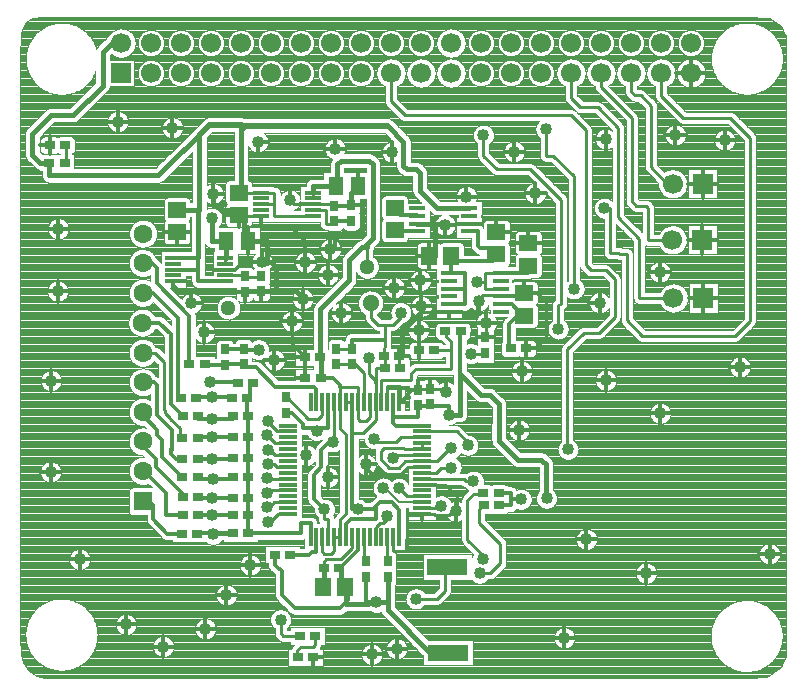
<source format=gbr>
G04 DipTrace 3.3.1.3*
G04 Top.gbr*
%MOIN*%
G04 #@! TF.FileFunction,Copper,L1,Top*
G04 #@! TF.Part,Single*
%AMOUTLINE0*
4,1,4,
0.01378,-0.017717,
-0.01378,-0.017717,
-0.01378,0.017717,
0.01378,0.017717,
0.01378,-0.017717,
0*%
%AMOUTLINE3*
4,1,4,
-0.01378,0.017717,
0.01378,0.017717,
0.01378,-0.017717,
-0.01378,-0.017717,
-0.01378,0.017717,
0*%
%AMOUTLINE6*
4,1,4,
-0.017717,-0.01378,
-0.017717,0.01378,
0.017717,0.01378,
0.017717,-0.01378,
-0.017717,-0.01378,
0*%
%AMOUTLINE9*
4,1,4,
-0.025591,-0.029528,
-0.025591,0.029528,
0.025591,0.029528,
0.025591,-0.029528,
-0.025591,-0.029528,
0*%
%AMOUTLINE12*
4,1,4,
0.017717,0.01378,
0.017717,-0.01378,
-0.017717,-0.01378,
-0.017717,0.01378,
0.017717,0.01378,
0*%
%AMOUTLINE15*
4,1,4,
0.029528,-0.025591,
-0.029528,-0.025591,
-0.029528,0.025591,
0.029528,0.025591,
0.029528,-0.025591,
0*%
%AMOUTLINE18*
4,1,4,
-0.029528,0.025591,
0.029528,0.025591,
0.029528,-0.025591,
-0.029528,-0.025591,
-0.029528,0.025591,
0*%
%AMOUTLINE21*
4,1,16,
0.024017,0.004777,
0.024017,-0.004777,
0.020361,-0.013605,
0.013605,-0.020361,
0.004777,-0.024017,
-0.004777,-0.024017,
-0.013605,-0.020361,
-0.020361,-0.013605,
-0.024017,-0.004777,
-0.024017,0.004777,
-0.020361,0.013605,
-0.013605,0.020361,
-0.004777,0.024017,
0.004777,0.024017,
0.013605,0.020361,
0.020361,0.013605,
0.024017,0.004777,
0*%
%AMOUTLINE24*
4,1,16,
0.024404,0.004854,
0.024404,-0.004854,
0.020689,-0.013824,
0.013824,-0.020689,
0.004854,-0.024404,
-0.004854,-0.024404,
-0.013824,-0.020689,
-0.020689,-0.013824,
-0.024404,-0.004854,
-0.024404,0.004854,
-0.020689,0.013824,
-0.013824,0.020689,
-0.004854,0.024404,
0.004854,0.024404,
0.013824,0.020689,
0.020689,0.013824,
0.024404,0.004854,
0*%
%AMOUTLINE27*
4,1,16,
0.027029,0.005377,
0.027029,-0.005377,
0.022915,-0.015311,
0.015311,-0.022915,
0.005377,-0.027029,
-0.005377,-0.027029,
-0.015311,-0.022915,
-0.022915,-0.015311,
-0.027029,-0.005377,
-0.027029,0.005377,
-0.022915,0.015311,
-0.015311,0.022915,
-0.005377,0.027029,
0.005377,0.027029,
0.015311,0.022915,
0.022915,0.015311,
0.027029,0.005377,
0*%
%AMOUTLINE30*
4,1,4,
-0.031496,-0.031496,
-0.031496,0.031496,
0.031496,0.031496,
0.031496,-0.031496,
-0.031496,-0.031496,
0*%
G04 #@! TA.AperFunction,Conductor*
%ADD13C,0.01*%
%ADD14C,0.013937*%
%ADD15C,0.017874*%
%ADD17C,0.007874*%
G04 #@! TA.AperFunction,CopperBalancing*
%ADD18C,0.003937*%
%ADD19C,0.01311*%
%ADD26R,0.062992X0.011811*%
%ADD27R,0.011811X0.062992*%
%ADD28R,0.035433X0.027559*%
%ADD29R,0.055118X0.011811*%
%ADD30R,0.055118X0.015748*%
%ADD31R,0.051181X0.059055*%
G04 #@! TA.AperFunction,ComponentPad*
%ADD32C,0.062992*%
%ADD33R,0.027559X0.035433*%
G04 #@! TA.AperFunction,ComponentPad*
%ADD34R,0.066929X0.066929*%
%ADD35C,0.066929*%
%ADD36R,0.133858X0.055118*%
G04 #@! TA.AperFunction,ViaPad*
%ADD37C,0.04*%
%ADD75OUTLINE0*%
%ADD78OUTLINE3*%
%ADD81OUTLINE6*%
%ADD84OUTLINE9*%
%ADD87OUTLINE12*%
%ADD90OUTLINE15*%
%ADD93OUTLINE18*%
G04 #@! TA.AperFunction,ComponentPad*
%ADD96OUTLINE21*%
%ADD99OUTLINE24*%
%ADD102OUTLINE27*%
%ADD105OUTLINE30*%
%FSLAX26Y26*%
G04*
G70*
G90*
G75*
G01*
G04 Top*
%LPD*%
X1581598Y1313623D2*
D13*
Y1379696D1*
Y1429629D1*
X1612613D1*
Y1467126D1*
X1610076D1*
X1424118Y864804D2*
Y926642D1*
X1408605D1*
Y958003D1*
X1411377D1*
X1660339Y864804D2*
D14*
Y956133D1*
X1635274Y981197D1*
X1594824D1*
X1576333Y962706D1*
X1583727D1*
Y949302D1*
X1581542D1*
Y924283D1*
X1498731D1*
X1483173Y908726D1*
Y864804D1*
X1522543D2*
Y820787D1*
X1462217Y760461D1*
X1459535D1*
D15*
X1467484D1*
Y697848D1*
X1480160D1*
X1576333Y962706D2*
D14*
X1571832Y958205D1*
X1523160D1*
X1502858D1*
Y1213604D1*
Y1313623D1*
X1999472Y1743945D2*
D13*
X1948105D1*
Y1714583D1*
Y1693293D1*
X1981151D1*
Y1692764D1*
X1999472D1*
X2090850Y1770045D2*
D14*
Y1746903D1*
X1999472D1*
Y1743945D1*
X1581598Y1313623D2*
D13*
Y1253895D1*
X1541307Y1213604D1*
X1502858D1*
X1823220Y479757D2*
D15*
X1764626D1*
X1621890Y622493D1*
Y647087D1*
X1622266D1*
Y732676D1*
X1584068Y647087D2*
X1622266D1*
X1581598Y1379696D2*
D13*
X1580218D1*
Y1387266D1*
X1559867Y1407617D1*
Y1460726D1*
X1558804D1*
X1483173Y1313623D2*
X1502858D1*
X1480160Y697848D2*
D15*
X1481986D1*
Y643308D1*
X1555633D1*
X1559411Y647087D1*
X1584068D1*
X1549366Y733136D2*
D14*
Y647087D1*
D15*
X1559411D1*
X1245668Y806354D2*
D14*
Y771913D1*
X1258756Y758825D1*
X1263367D1*
X1269761Y752432D1*
Y671915D1*
X1314274Y627402D1*
X1461982D1*
X1488555Y653975D1*
Y689453D1*
X1480160Y697848D1*
X1443803Y1313623D2*
D13*
X1444092D1*
Y1182087D1*
X1439785D1*
X1451364Y1491846D2*
X1502385D1*
Y1492129D1*
D14*
Y1523411D1*
X1612618D1*
D13*
Y1572783D1*
X1590559D1*
X1567235Y1596108D1*
Y1644819D1*
X1565476D1*
X1610076Y1467126D2*
X1612618Y1523411D1*
Y1572783D2*
X1638909D1*
X1666256Y1600130D1*
Y1613311D1*
X1918311Y1714583D2*
X1948105D1*
X1411377Y958003D2*
D14*
X1376366Y993013D1*
Y1072596D1*
X1401469Y1097698D1*
Y1156371D1*
X1427184Y1182087D1*
X1439785D1*
X1347067Y1396398D2*
D13*
X1346768Y1463677D1*
X1080850Y1756790D2*
D14*
X1112530D1*
X1138155Y1782415D1*
X1202835D1*
X1826244Y1615992D2*
D13*
X1919875D1*
Y1654979D1*
X1938388Y1673492D1*
X1993154D1*
X1999472Y1667173D1*
X1040349Y2009375D2*
D15*
Y1970780D1*
X1060197D1*
X1074419Y1956558D1*
X1107619D1*
X1125492Y1938685D1*
X1200492Y1934747D2*
D13*
X1129430D1*
X1125492Y1938685D1*
X1200492Y1934747D2*
D14*
Y1908310D1*
X1216869Y1891933D1*
X1305501D1*
X1346765Y1850669D1*
Y1779651D1*
X1347971Y1780857D1*
X1373720Y1974117D2*
D13*
X1309824D1*
X1296115Y1987825D1*
X1500493Y1970919D2*
D15*
Y2013210D1*
X1521789Y2034505D1*
X1523207Y2035924D1*
X1444241Y1969738D2*
D14*
X1499312D1*
X1500493Y1970919D1*
X1763106Y1358343D2*
D13*
X1724869D1*
X1722946Y1356420D1*
X1698731D1*
X1682423Y1340112D1*
Y1335707D1*
X1660339Y1313623D1*
X1849625Y950564D2*
X1838950D1*
X1825787Y937402D1*
X1779646D1*
X1775471Y941576D1*
X1737110D1*
X1816686Y1348991D2*
Y1353625D1*
X1812972Y1357339D1*
X1764110D1*
X1763106Y1358343D1*
X1661257Y1467126D2*
Y1429629D1*
X1663794D1*
X1620969Y1313623D2*
Y1367423D1*
X1664066D1*
Y1317350D1*
X1660339Y1313623D1*
X1640654Y864804D2*
Y819324D1*
X1685290D1*
Y938979D1*
X1734513D1*
X1737110Y941576D1*
X1302822Y1584420D2*
Y1507623D1*
X1346768Y1463677D1*
X1925799Y1653583D2*
X1919875Y1654979D1*
X1947953Y1530584D2*
X1951382D1*
Y1579331D1*
X1373720Y1974117D2*
X1444241D1*
Y1969738D1*
X1999472Y1667173D2*
D14*
X2077740D1*
Y1677971D1*
D13*
X2119400D1*
X2148706Y1648665D1*
Y1531615D1*
X2111518Y1494428D1*
X2083791D1*
X967202Y1644501D2*
Y1678154D1*
X933573D1*
X907622Y1704105D1*
Y1717420D1*
X1201371Y1683660D2*
D15*
X1145119D1*
Y1682479D1*
X1202835Y1782415D2*
Y1778311D1*
X1218457D1*
Y1852411D1*
X1157424D1*
X1125492Y1938685D2*
X1141685D1*
Y1852411D1*
X1157424D1*
X1201371Y1683660D2*
X1251357D1*
X1316463D1*
X1338768Y1661356D1*
Y1658445D1*
X1720541Y1910181D2*
X1780064D1*
X1813165D1*
Y1905067D1*
X1759798Y1803067D2*
X1780064D1*
Y1910181D1*
X1661257Y1467126D2*
X1670705D1*
Y1564882D1*
X1682864D1*
X1734241Y1616260D1*
Y1633795D1*
X1202835Y1782415D2*
X1232991D1*
X1251357Y1764049D1*
Y1683660D1*
X1500493Y1970919D2*
D14*
X1539811D1*
Y1886811D1*
X1532644Y1879644D1*
X1473858D1*
X1446993Y1852780D1*
Y1824409D1*
X1431077D1*
X1527416Y2034551D2*
D13*
X1521789Y2034505D1*
X1826244Y1615992D2*
X1734241D1*
Y1633795D1*
X1725189Y1487024D2*
X1725039D1*
Y1553984D1*
X1737110Y1099056D2*
X1688944D1*
X1665478Y1075591D1*
X1570724D1*
X1554045Y1092270D1*
Y1113104D1*
X1548421Y1107480D1*
X1849625Y950564D2*
X1851525D1*
Y1002675D1*
X1814198Y1040001D1*
X1737110D1*
X1581598Y864804D2*
Y898075D1*
X1594867Y911344D1*
X1607858D1*
X1620846Y924332D1*
Y936688D1*
X1716417Y658911D2*
X1785520D1*
X1811970Y685361D1*
Y768572D1*
X1821391D1*
Y765825D1*
X1622266Y783857D2*
X1620969D1*
Y864804D1*
X1451364Y1440665D2*
X1502385D1*
Y1440948D1*
X1513766D1*
X1542648Y1412066D1*
Y1313623D1*
X1542228D1*
X1549366Y784318D2*
X1542228D1*
Y864804D1*
X1463488Y1313623D2*
Y1365094D1*
X1522543D1*
Y1313623D1*
X1561913D2*
Y1265072D1*
X1548421Y1251580D1*
X1530537D1*
X1522543Y1259573D1*
Y1313623D1*
X1463488D2*
Y1226644D1*
X1481545Y1208588D1*
Y941799D1*
X1463488Y923743D1*
Y864804D1*
X1443803D1*
Y820047D1*
X1433669Y809913D1*
X1411262D1*
X1402720Y818455D1*
Y894421D1*
X1404433D1*
Y864804D1*
X1463488Y1365094D2*
D14*
Y1372348D1*
X1440661Y1395175D1*
X1400182D1*
Y1396398D1*
X1398248D1*
D15*
Y1463677D1*
X1397949D1*
X1373720Y1993802D2*
D13*
Y2013487D1*
D15*
X1372260D1*
Y2035924D1*
X1448404D1*
X1453881D1*
Y2107138D1*
X1466500Y2119757D1*
X1561298D1*
X1572555Y2108500D1*
Y1860946D1*
X1542722Y1831113D1*
X1537016D1*
X1493080Y1787177D1*
Y1720932D1*
X1397949Y1625801D1*
Y1463677D1*
X1552795Y1765651D2*
D13*
Y1829513D1*
X1556713D1*
Y1841911D1*
X1568606Y1853804D1*
Y1864895D1*
X1572555Y1860946D1*
X1737110Y1236852D2*
D14*
X1649751D1*
X1640654Y1245949D1*
Y1264543D1*
Y1313623D1*
X1722946Y1305239D2*
Y1301114D1*
Y1266009D1*
X1682193D1*
Y1264543D1*
X1640654D1*
X1722946Y1305239D2*
D13*
X1763106D1*
Y1307161D1*
X1080850Y1776475D2*
Y1796160D1*
D15*
X1082621D1*
Y1852411D1*
X1036207D1*
Y1928341D1*
X1824874Y1272310D2*
D14*
Y1301114D1*
X1722946D1*
X1992937Y970594D2*
X2032008D1*
Y991010D1*
Y1011731D1*
X1992398D1*
X2066890Y991010D2*
X2032008D1*
X1824874Y1272310D2*
D15*
X1863067D1*
Y1409303D1*
X1934676Y1337694D1*
X1962661D1*
X1992207Y1308148D1*
Y1186071D1*
X2054913Y1123365D1*
X2134780D1*
X2150029Y1108115D1*
Y994110D1*
D14*
X2151522D1*
X1865323Y1550703D2*
X1863067D1*
Y1409303D1*
X1737110Y1197482D2*
D13*
X1666454D1*
X1650862Y1181890D1*
X1577168D1*
Y1192520D1*
X1328924Y535822D2*
X1274262D1*
X1265156Y544928D1*
Y589783D1*
X939743Y1267433D2*
D14*
X898861Y1308315D1*
Y1541995D1*
X860899Y1579957D1*
X804059D1*
X937667Y1064626D2*
Y1073354D1*
X928887D1*
X871323Y1130919D1*
Y1187576D1*
X853160Y1205739D1*
Y1223349D1*
X805488Y1271021D1*
Y1282265D1*
X938442Y997001D2*
Y1007104D1*
X848537Y1097009D1*
Y1124504D1*
X805488Y1167552D1*
Y1183840D1*
X1282453Y1331125D2*
D13*
X1285438D1*
X1357822Y1258741D1*
X1390354D1*
X1404433Y1272820D1*
Y1313623D1*
X2233091Y2411770D2*
Y2328676D1*
X2264685Y2297081D1*
X2322542D1*
X2389362Y2230261D1*
Y1931634D1*
X2461268Y1859728D1*
Y1661896D1*
X2574433D1*
X1380105Y535822D2*
Y506808D1*
X1373076Y499780D1*
X1331510D1*
X1320161Y488430D1*
Y463812D1*
X1322873D1*
X1737110Y1177797D2*
Y1158112D1*
X1675882D1*
Y1160630D1*
X1608769D1*
X1599843Y1151703D1*
Y1124038D1*
X1627030Y1096850D1*
X1658403D1*
X1680294Y1118741D1*
X1737110D1*
X1785265D1*
X1819017Y1152493D1*
Y1151039D1*
X1828608Y1160630D1*
X1834640D1*
X1899752Y1476650D2*
X1936280D1*
Y1479403D1*
X1947953D1*
X1405357Y697848D2*
D15*
X1408354D1*
Y760461D1*
D13*
Y782996D1*
X1416492Y791134D1*
X1465453D1*
X1502858Y828539D1*
Y864804D1*
X2570990Y1855769D2*
X2489231D1*
Y1963259D1*
X2482978Y1969512D1*
X2450463D1*
X2435302Y1984673D1*
Y2262690D1*
X2333091Y2364902D1*
Y2411770D1*
X1737110Y1138427D2*
X1639037D1*
Y1128740D1*
X2243315Y1692265D2*
X2241895D1*
Y2067978D1*
X2173346Y2136526D1*
X2149231D1*
Y2224921D1*
X2433091Y2411770D2*
Y2350109D1*
X2446171Y2337029D1*
X2465633D1*
X2499218Y2303444D1*
Y2097937D1*
X2554786Y2042369D1*
X2571921D1*
X1737110Y961261D2*
X1800894D1*
Y969291D1*
X2223198Y1157799D2*
X2219503D1*
Y1490295D1*
X2275432Y1546224D1*
X2327521D1*
X2378273Y1596976D1*
Y1724437D1*
X2348856Y1753854D1*
X2299247D1*
X2281769Y1771332D1*
Y2222689D1*
X2232992Y2271466D1*
X1679248D1*
X1633091Y2317623D1*
Y2411770D1*
X1737110Y1079371D2*
X1783415D1*
X1800894Y1096850D1*
X1833391D1*
X2190444Y1558634D2*
X2189058D1*
Y1638185D1*
X2200819Y1642501D1*
Y1987832D1*
X2097681Y2090970D1*
X1986310D1*
X1941314Y2135966D1*
Y2204572D1*
X1737110Y1059686D2*
X1874987D1*
X1883444Y1051230D1*
X1908131D1*
X1941756Y970594D2*
X1940933D1*
X1927295Y956957D1*
Y912983D1*
X1997856Y842423D1*
Y777907D1*
X1964461Y744512D1*
X1928175D1*
X1737110Y1000631D2*
X1686970D1*
X1658873Y1028728D1*
Y1027181D1*
X1737110Y1000631D2*
D3*
X1288291Y941576D2*
X1255139D1*
X1228711Y915148D1*
X1223631D1*
X1039917Y874076D2*
X1100172D1*
Y877017D1*
X1106844D1*
D14*
X988125D1*
Y876933D1*
X1288291Y980946D2*
D13*
X1243495D1*
X1231534Y968986D1*
X1220615D1*
Y964449D1*
X1106343Y937781D2*
D14*
X1034975Y937199D1*
X989864D1*
Y939093D1*
X1288291Y1020316D2*
D13*
X1220783D1*
Y1012639D1*
X1036797Y994601D2*
D14*
X1105657D1*
Y996807D1*
X1036797Y994601D2*
X989623D1*
Y997001D1*
X1288291Y1059686D2*
D13*
X1233881D1*
X1232668Y1060899D1*
X1220659D1*
X1038487Y1058580D2*
D14*
X1105298D1*
Y1064190D1*
X1038487Y1058580D2*
X988848D1*
Y1064626D1*
X1288291Y1099056D2*
D13*
X1253646D1*
X1244752Y1107950D1*
X1221698D1*
X1036392Y1125084D2*
D14*
X1105131D1*
Y1127945D1*
X1036392Y1125084D2*
X988731D1*
Y1125845D1*
X1288291Y1138427D2*
D13*
X1247035D1*
X1231377Y1154085D1*
X1221597D1*
X1037487Y1197738D2*
D14*
X1105301D1*
Y1199636D1*
X1037487Y1197738D2*
X988420D1*
Y1194488D1*
X1288291Y1177797D2*
D13*
X1247142D1*
X1221084Y1203854D1*
X1036766Y1257957D2*
D14*
X1105262D1*
Y1267445D1*
X1036766Y1257957D2*
X990924D1*
Y1267433D1*
X1288291Y1217167D2*
D13*
X1252937D1*
X1219491Y1250613D1*
X1222895D1*
X1035972Y1331554D2*
D14*
X1102413D1*
Y1327845D1*
X1035972Y1331554D2*
X984810D1*
Y1329362D1*
X545223Y2112793D2*
D13*
X550980Y2118550D1*
Y2171437D1*
X547029D1*
X933629Y1329362D2*
D14*
X923024D1*
Y1596857D1*
X840648Y1679232D1*
X805488D1*
X1296849Y806354D2*
X1358705D1*
X1368516Y816165D1*
X1384748D1*
Y864804D1*
X937239Y1194488D2*
D13*
X928461D1*
Y1228126D1*
X896862Y1259724D1*
Y1262576D1*
X880148Y1279290D1*
Y1289815D1*
X877866D1*
Y1447894D1*
X846644Y1479115D1*
X805488D1*
X937550Y1125845D2*
D14*
X915142D1*
X900142Y1140845D1*
Y1158039D1*
X901640Y1156541D1*
Y1223182D1*
X851730Y1273093D1*
Y1371453D1*
X842492Y1380690D1*
X805488D1*
X1941217Y1011731D2*
D13*
Y1008717D1*
X1908185D1*
X1887861Y988392D1*
Y856306D1*
X1938186Y805980D1*
Y792740D1*
X1607230Y1028630D2*
D17*
X1612119D1*
X1659803Y980946D1*
X1737110D1*
X1938186Y792740D2*
D13*
D3*
X1601283Y1313623D2*
Y1389295D1*
X1699749D1*
Y1410385D1*
X1715004Y1425639D1*
X1834211D1*
Y1487024D1*
Y1515339D1*
X1815619Y1533930D1*
Y1550703D1*
X1814142D1*
X1776370Y1487024D2*
X1834211D1*
X938682Y939093D2*
D14*
X883923D1*
Y1012888D1*
X811396Y1085415D1*
X805488D1*
X936944Y876933D2*
X887995D1*
X840482Y924446D1*
Y970850D1*
X834009Y977323D1*
X805488D1*
Y983903D1*
X961034Y1440615D2*
Y1601395D1*
X851819Y1710610D1*
Y1762088D1*
X835564Y1778343D1*
X805488D1*
X1384748Y1313623D2*
Y1359899D1*
X1377816Y1366831D1*
X1246798D1*
X1182531Y1431097D1*
X1142021D1*
Y1441091D1*
X1078535D1*
Y1439419D1*
X1012215D1*
Y1440615D1*
X1424118Y1313623D2*
Y1227365D1*
X1390129D1*
X1341450D1*
Y1242432D1*
X1303938Y1279944D1*
X1282453D1*
X1078535Y1490600D2*
X1142021D1*
Y1492272D1*
X1385308Y1220156D2*
D13*
X1390129D1*
Y1227365D1*
X1191867Y1489824D2*
D14*
X1142021D1*
Y1492272D1*
X1737110Y1217167D2*
D13*
X1851736D1*
X1889635Y1179268D1*
Y1171260D1*
X2344322Y1961482D2*
X2363100D1*
Y1811902D1*
X2394613D1*
Y1808900D1*
X2418951D1*
Y1587777D1*
X2470598Y1536130D1*
X2780437D1*
X2829165Y1584858D1*
Y2196841D1*
X2764105Y2261902D1*
X2607333D1*
X2533091Y2336144D1*
Y2411770D1*
X1029946Y1382140D2*
D14*
X1122369D1*
Y1379740D1*
X1153594Y1327845D2*
Y1270294D1*
X1156444Y1267445D1*
Y1199636D1*
X1156482D1*
Y1127945D1*
X1156312D1*
Y1064190D1*
X1156479D1*
Y996807D1*
X1156839D1*
Y937781D1*
X1157524D1*
Y877017D1*
X1158025D1*
X1333738D1*
Y911402D1*
X1365063D1*
Y864804D1*
X1173550Y1379740D2*
X1164730D1*
Y1327845D1*
X1153594D1*
X1373720Y1954432D2*
D13*
X1416049D1*
Y1909759D1*
X1444241D1*
Y1918556D1*
X1500493Y1919738D2*
D14*
X1445423D1*
X1444241Y1918556D1*
X1893769Y1884591D2*
X1921507D1*
Y1836125D1*
X1929487Y1828144D1*
X1984514D1*
Y1807180D1*
X1972846D1*
Y1784399D1*
X1834601D1*
Y1803067D1*
Y1743945D1*
X1826244D1*
X1880795D1*
Y1692764D1*
X1826244D1*
X1880795D2*
Y1641583D1*
X1826244D1*
X1200492Y2013487D2*
D13*
X1125492D1*
Y2013488D1*
X1200492Y2013487D2*
X1244790D1*
Y1974421D1*
X1200492D1*
Y1974117D1*
X1373720Y1934747D2*
X1243522D1*
Y1985487D1*
X1244790Y1974421D1*
X1893769Y1961362D2*
D15*
X1787039D1*
X1728741Y2019660D1*
Y2079400D1*
X1716690Y2091451D1*
X1685009D1*
X1674694Y2101766D1*
Y2182383D1*
X1622348Y2234730D1*
X1145465D1*
X1132835Y2222100D1*
Y2013488D1*
X1125492D1*
X919743Y1956602D2*
D14*
X992726D1*
Y1796160D1*
X907622D1*
X919743Y1956602D2*
X990197D1*
Y1756790D1*
X907622D1*
X990197D2*
Y1717420D1*
X1080850D1*
X1132835Y2222100D2*
D15*
Y2240343D1*
X1027852D1*
X994682Y2207173D1*
Y1956602D1*
X919743D1*
X1622348Y2234730D2*
X1618526Y2238551D1*
X1025339D1*
X857306Y2070518D1*
X494042D1*
Y2112793D1*
X464126D1*
X437714Y2139205D1*
Y2209799D1*
X499268Y2271353D1*
X573559D1*
X671988Y2369782D1*
Y2482087D1*
X715887Y2525986D1*
X733091D1*
Y2511770D1*
X1720541Y1884591D2*
D14*
X1645539D1*
Y1888340D1*
Y1963143D2*
X1661836D1*
Y1937573D1*
X1720541D1*
Y1935772D1*
X1999472Y1641583D2*
X2035293D1*
X2073707Y1603168D1*
X2077740D1*
Y1616432D1*
X2066390D1*
X2026827Y1576869D1*
Y1494428D1*
X2032610D1*
X1080850Y1737105D2*
D13*
X1145119D1*
Y1733660D1*
X1201371Y1734841D2*
Y1732041D1*
X1145119D1*
Y1733660D1*
D37*
X2223198Y1157799D3*
X1411377Y958003D3*
X1523160Y958205D3*
X1223631Y915148D3*
X1039917Y874076D3*
X1034975Y937199D3*
X1220615Y964449D3*
X1036797Y994601D3*
X1038487Y1058580D3*
X1036392Y1125084D3*
X1037487Y1197738D3*
X1036766Y1257957D3*
X1035972Y1331554D3*
X1220783Y1012639D3*
X1220659Y1060899D3*
X1221597Y1154085D3*
X1221084Y1203854D3*
X1222895Y1250613D3*
X1221698Y1107950D3*
X1036207Y1928341D3*
X1824874Y1272310D3*
X1584068Y647087D3*
X1558804Y1460726D3*
X1620846Y936688D3*
X1716417Y658911D3*
X1928175Y744512D3*
X1938186Y792740D3*
X1607230Y1028630D3*
X1658873Y1027181D3*
X1577168Y1192520D3*
X1265156Y589783D3*
X1385308Y1220156D3*
X1191867Y1489824D3*
X1439785Y1182087D3*
X1029946Y1382140D3*
X1548421Y1107480D3*
X1813165Y1905067D3*
X2530528Y1277745D3*
X1651925Y492756D3*
X1643724Y1696031D3*
X1347971Y1780857D3*
X967202Y1644501D3*
X1202835Y1782415D3*
X1040349Y2009375D3*
X1296115Y1987825D3*
X2059906Y1221654D3*
X1834640Y1160630D3*
X1849625Y950564D3*
X1816686Y1348991D3*
X1734241Y1633795D3*
X1302822Y1584420D3*
X2114214Y2010677D3*
X2528988Y1748361D3*
X2745073Y2188113D3*
X874142Y500262D3*
X2483654Y744488D3*
X1569169Y473921D3*
X1163906Y772047D3*
X1084724Y672178D3*
X1014677Y559318D3*
X749921Y573622D3*
X595087Y790814D3*
X498583Y1082283D3*
X499808Y1386286D3*
X524031Y1892651D3*
X722142Y2250262D3*
X521890Y1684514D3*
X1188765Y2182874D3*
X2044031Y2149609D3*
X2581387Y2205259D3*
X2796350Y1431761D3*
X1884728Y1999843D3*
X904693Y2229396D3*
X2349522Y1387748D3*
X2069018Y1417606D3*
X1951382Y1579331D3*
X1338768Y1658445D3*
X1423537Y1739298D3*
X1446556Y2159360D3*
X2348459Y2191807D3*
X1351322Y1137747D3*
X1637465Y2147937D3*
X1925799Y1653583D3*
X1467113Y1612776D3*
X1422886Y1064270D3*
X2328239Y1646457D3*
X1431077Y1824409D3*
X1731348Y1720545D3*
X1725039Y1553984D3*
X2894882Y809404D3*
X1899752Y1476650D3*
X1941314Y2204572D3*
X1666256Y1613311D3*
X1918311Y1714583D3*
X1889635Y1171260D3*
X1639037Y1128740D3*
X1833391Y1096850D3*
X1908131Y1051230D3*
X1800894Y969291D3*
X2151522Y994110D3*
X2066890Y991010D3*
X1010310Y1547105D3*
X1244534Y1454646D3*
X2284787Y857087D3*
X2211336Y529052D3*
X1527416Y2034551D3*
X2344322Y1961482D3*
X2149231Y2224921D3*
X2243315Y1692265D3*
X2190444Y1558634D3*
X448050Y2595026D2*
D18*
X2894820D1*
X433041Y2591220D2*
X2901150D1*
X427335Y2587415D2*
X2907486D1*
X421622Y2583609D2*
X2913814D1*
X415916Y2579803D2*
X2810822D1*
X2827610D2*
X2920150D1*
X412356Y2575997D2*
X505381D1*
X565092D2*
X2787799D1*
X2850633D2*
X2926479D1*
X410734Y2572192D2*
X493115D1*
X577349D2*
X2776018D1*
X2862413D2*
X2931161D1*
X409104Y2568386D2*
X484004D1*
X586461D2*
X2767122D1*
X2871302D2*
X2933022D1*
X407472Y2564580D2*
X476537D1*
X593928D2*
X2759794D1*
X2878638D2*
X2934891D1*
X405843Y2560774D2*
X470155D1*
X600318D2*
X2753504D1*
X2884928D2*
X2936752D1*
X404213Y2556969D2*
X464541D1*
X605923D2*
X714879D1*
X751301D2*
X1814881D1*
X1851302D2*
X2747967D1*
X2890465D2*
X2938613D1*
X402583Y2553163D2*
X459543D1*
X610921D2*
X707260D1*
X758920D2*
X818196D1*
X847980D2*
X918197D1*
X947982D2*
X1018198D1*
X1047983D2*
X1118199D1*
X1147984D2*
X1218201D1*
X1247986D2*
X1318196D1*
X1347980D2*
X1418197D1*
X1447982D2*
X1518198D1*
X1547983D2*
X1618199D1*
X1647984D2*
X1718201D1*
X1747986D2*
X1807261D1*
X1858921D2*
X1918197D1*
X1947982D2*
X2018198D1*
X2047983D2*
X2118199D1*
X2147984D2*
X2218201D1*
X2247986D2*
X2318196D1*
X2347980D2*
X2418197D1*
X2447982D2*
X2518198D1*
X2547983D2*
X2618199D1*
X2647984D2*
X2743024D1*
X2895400D2*
X2940480D1*
X400961Y2549357D2*
X455037D1*
X615427D2*
X701915D1*
X764264D2*
X810098D1*
X856084D2*
X910100D1*
X956085D2*
X1010093D1*
X1056088D2*
X1110096D1*
X1156081D2*
X1210097D1*
X1256083D2*
X1310098D1*
X1356084D2*
X1410100D1*
X1456085D2*
X1510093D1*
X1556088D2*
X1610096D1*
X1656081D2*
X1710097D1*
X1756083D2*
X1801917D1*
X1864266D2*
X1910100D1*
X1956085D2*
X2010093D1*
X2056088D2*
X2110096D1*
X2156081D2*
X2210097D1*
X2256083D2*
X2310098D1*
X2356084D2*
X2410100D1*
X2456085D2*
X2510093D1*
X2556088D2*
X2610096D1*
X2656081D2*
X2738571D1*
X2899861D2*
X2942341D1*
X399622Y2545551D2*
X450946D1*
X619518D2*
X697778D1*
X768402D2*
X804723D1*
X861459D2*
X904724D1*
X961453D2*
X1004727D1*
X1061454D2*
X1104728D1*
X1161457D2*
X1204722D1*
X1261458D2*
X1304723D1*
X1361459D2*
X1404724D1*
X1461453D2*
X1504727D1*
X1561454D2*
X1604728D1*
X1661457D2*
X1704722D1*
X1761458D2*
X1797780D1*
X1868403D2*
X1904724D1*
X1961453D2*
X2004727D1*
X2061454D2*
X2104728D1*
X2161457D2*
X2204722D1*
X2261458D2*
X2304723D1*
X2361459D2*
X2404724D1*
X2461453D2*
X2504727D1*
X2561454D2*
X2604728D1*
X2661457D2*
X2734518D1*
X2903913D2*
X2944210D1*
X399538Y2541745D2*
X447209D1*
X623255D2*
X694465D1*
X771715D2*
X800678D1*
X865504D2*
X900680D1*
X965497D2*
X1000681D1*
X1065500D2*
X1100684D1*
X1165501D2*
X1200677D1*
X1265503D2*
X1300678D1*
X1365504D2*
X1400680D1*
X1465497D2*
X1500681D1*
X1565500D2*
X1600684D1*
X1665501D2*
X1700677D1*
X1765503D2*
X1794466D1*
X1871717D2*
X1900680D1*
X1965497D2*
X2000681D1*
X2065500D2*
X2100684D1*
X2165501D2*
X2200677D1*
X2265503D2*
X2300678D1*
X2365504D2*
X2400680D1*
X2465497D2*
X2500681D1*
X2565500D2*
X2600684D1*
X2665501D2*
X2730812D1*
X2907619D2*
X2946071D1*
X399453Y2537940D2*
X443787D1*
X626677D2*
X691765D1*
X774415D2*
X797503D1*
X868680D2*
X897504D1*
X968681D2*
X997499D1*
X1068682D2*
X1097500D1*
X1168677D2*
X1197501D1*
X1268678D2*
X1297503D1*
X1368680D2*
X1397504D1*
X1468681D2*
X1497499D1*
X1568682D2*
X1597500D1*
X1668677D2*
X1697501D1*
X1768678D2*
X1791766D1*
X1874416D2*
X1897504D1*
X1968681D2*
X1997499D1*
X2068682D2*
X2097500D1*
X2168677D2*
X2197501D1*
X2268678D2*
X2297503D1*
X2368680D2*
X2397504D1*
X2468681D2*
X2497499D1*
X2568682D2*
X2597500D1*
X2668677D2*
X2727421D1*
X2911010D2*
X2947932D1*
X399369Y2534134D2*
X440642D1*
X629829D2*
X689566D1*
X776614D2*
X794966D1*
X871210D2*
X894967D1*
X971211D2*
X994969D1*
X1071213D2*
X1094970D1*
X1171214D2*
X1194971D1*
X1271215D2*
X1294966D1*
X1371210D2*
X1394967D1*
X1471211D2*
X1494969D1*
X1571213D2*
X1594970D1*
X1671214D2*
X1694971D1*
X1771215D2*
X1789567D1*
X1876615D2*
X1894967D1*
X1971211D2*
X1994969D1*
X2071213D2*
X2094970D1*
X2171214D2*
X2194971D1*
X2271215D2*
X2294966D1*
X2371210D2*
X2394967D1*
X2471211D2*
X2494969D1*
X2571213D2*
X2594970D1*
X2671214D2*
X2724299D1*
X2914125D2*
X2949209D1*
X399283Y2530328D2*
X437744D1*
X632720D2*
X685814D1*
X778382D2*
X792958D1*
X873224D2*
X892961D1*
X973226D2*
X992962D1*
X1073219D2*
X1092955D1*
X1173220D2*
X1192957D1*
X1273223D2*
X1292958D1*
X1373224D2*
X1392961D1*
X1473226D2*
X1492962D1*
X1573219D2*
X1592955D1*
X1673220D2*
X1692957D1*
X1773223D2*
X1787799D1*
X1878383D2*
X1892961D1*
X1973226D2*
X1992962D1*
X2073219D2*
X2092955D1*
X2173220D2*
X2192957D1*
X2273223D2*
X2292958D1*
X2373224D2*
X2392961D1*
X2473226D2*
X2492962D1*
X2573219D2*
X2592955D1*
X2673220D2*
X2721430D1*
X2917000D2*
X2949231D1*
X399199Y2526522D2*
X435075D1*
X635388D2*
X682014D1*
X779774D2*
X791398D1*
X874785D2*
X891391D1*
X974786D2*
X991392D1*
X1074789D2*
X1091395D1*
X1174790D2*
X1191396D1*
X1274783D2*
X1291398D1*
X1374785D2*
X1391391D1*
X1474786D2*
X1491392D1*
X1574789D2*
X1591395D1*
X1674790D2*
X1691396D1*
X1774783D2*
X1786407D1*
X1879776D2*
X1891391D1*
X1974786D2*
X1991392D1*
X2074789D2*
X2091395D1*
X2174790D2*
X2191396D1*
X2274783D2*
X2291398D1*
X2374785D2*
X2391391D1*
X2474786D2*
X2491392D1*
X2574789D2*
X2591395D1*
X2674790D2*
X2718786D1*
X2919638D2*
X2949247D1*
X399106Y2522717D2*
X432622D1*
X637843D2*
X678209D1*
X780820D2*
X790228D1*
X875954D2*
X890230D1*
X975955D2*
X990224D1*
X1075957D2*
X1090226D1*
X1175951D2*
X1190227D1*
X1275953D2*
X1290228D1*
X1375954D2*
X1390230D1*
X1475955D2*
X1490224D1*
X1575957D2*
X1590226D1*
X1675951D2*
X1690227D1*
X1775953D2*
X1785361D1*
X1880822D2*
X1890230D1*
X1975955D2*
X1990224D1*
X2075957D2*
X2090226D1*
X2175951D2*
X2190227D1*
X2275953D2*
X2290228D1*
X2375954D2*
X2390230D1*
X2475955D2*
X2490224D1*
X2575957D2*
X2590226D1*
X2675951D2*
X2716356D1*
X2922075D2*
X2949262D1*
X399022Y2518911D2*
X430362D1*
X640102D2*
X674402D1*
X781543D2*
X789421D1*
X876753D2*
X889423D1*
X976755D2*
X989424D1*
X1076757D2*
X1089427D1*
X1176759D2*
X1189428D1*
X1276760D2*
X1289421D1*
X1376753D2*
X1389423D1*
X1476755D2*
X1489424D1*
X1576757D2*
X1589427D1*
X1676759D2*
X1689428D1*
X1776760D2*
X1784638D1*
X1881537D2*
X1889423D1*
X1976755D2*
X1989424D1*
X2076757D2*
X2089427D1*
X2176759D2*
X2189428D1*
X2276760D2*
X2289421D1*
X2376753D2*
X2389423D1*
X2476755D2*
X2489424D1*
X2576757D2*
X2589427D1*
X2676759D2*
X2714118D1*
X2924314D2*
X2949278D1*
X398938Y2515105D2*
X428285D1*
X642178D2*
X670596D1*
X781950D2*
X788967D1*
X877215D2*
X888969D1*
X977217D2*
X988963D1*
X1077218D2*
X1088965D1*
X1177213D2*
X1188966D1*
X1277214D2*
X1288967D1*
X1377215D2*
X1388969D1*
X1477217D2*
X1488963D1*
X1577218D2*
X1588965D1*
X1677213D2*
X1688966D1*
X1777214D2*
X1784231D1*
X1881951D2*
X1888969D1*
X1977217D2*
X1988963D1*
X2077218D2*
X2088965D1*
X2177213D2*
X2188966D1*
X2277214D2*
X2288967D1*
X2377215D2*
X2388969D1*
X2477217D2*
X2488963D1*
X2577218D2*
X2588965D1*
X2677213D2*
X2712058D1*
X2926374D2*
X2949293D1*
X398853Y2511299D2*
X426386D1*
X644085D2*
X666790D1*
X782066D2*
X788845D1*
X877339D2*
X888839D1*
X977340D2*
X988840D1*
X1077341D2*
X1088841D1*
X1177343D2*
X1188843D1*
X1277336D2*
X1288845D1*
X1377339D2*
X1388839D1*
X1477340D2*
X1488840D1*
X1577341D2*
X1588841D1*
X1677343D2*
X1688843D1*
X1777336D2*
X1784115D1*
X1882067D2*
X1888839D1*
X1977340D2*
X1988840D1*
X2077341D2*
X2088841D1*
X2177343D2*
X2188843D1*
X2277336D2*
X2288845D1*
X2377339D2*
X2388839D1*
X2477340D2*
X2488840D1*
X2577341D2*
X2588841D1*
X2677343D2*
X2710173D1*
X2928257D2*
X2949308D1*
X398769Y2507493D2*
X424648D1*
X645824D2*
X662983D1*
X781881D2*
X789045D1*
X877130D2*
X889046D1*
X977133D2*
X989047D1*
X1077134D2*
X1089049D1*
X1177135D2*
X1189051D1*
X1277136D2*
X1289045D1*
X1377130D2*
X1389046D1*
X1477133D2*
X1489047D1*
X1577134D2*
X1589049D1*
X1677135D2*
X1689051D1*
X1777136D2*
X1784301D1*
X1881875D2*
X1889046D1*
X1977133D2*
X1989047D1*
X2077134D2*
X2089049D1*
X2177135D2*
X2189051D1*
X2277136D2*
X2289045D1*
X2377130D2*
X2389046D1*
X2477133D2*
X2489047D1*
X2577134D2*
X2589049D1*
X2677135D2*
X2708451D1*
X2929980D2*
X2949332D1*
X398684Y2503688D2*
X423064D1*
X647400D2*
X659177D1*
X781388D2*
X789591D1*
X876592D2*
X889592D1*
X976593D2*
X989593D1*
X1076588D2*
X1089588D1*
X1176589D2*
X1189589D1*
X1276591D2*
X1289591D1*
X1376592D2*
X1389592D1*
X1476593D2*
X1489593D1*
X1576588D2*
X1589588D1*
X1676589D2*
X1689589D1*
X1776591D2*
X1784793D1*
X1881390D2*
X1889592D1*
X1976593D2*
X1989593D1*
X2076588D2*
X2089588D1*
X2176589D2*
X2189589D1*
X2276591D2*
X2289591D1*
X2376592D2*
X2389592D1*
X2476593D2*
X2489593D1*
X2576588D2*
X2589588D1*
X2676589D2*
X2706882D1*
X2931541D2*
X2949346D1*
X398600Y2499882D2*
X421634D1*
X648837D2*
X655371D1*
X780589D2*
X790483D1*
X875701D2*
X890484D1*
X975702D2*
X990478D1*
X1075703D2*
X1090479D1*
X1175697D2*
X1190480D1*
X1275698D2*
X1290483D1*
X1375701D2*
X1390484D1*
X1475702D2*
X1490478D1*
X1575703D2*
X1590479D1*
X1675697D2*
X1690480D1*
X1775698D2*
X1785592D1*
X1880591D2*
X1890484D1*
X1975702D2*
X1990478D1*
X2075703D2*
X2090479D1*
X2175697D2*
X2190480D1*
X2275698D2*
X2290483D1*
X2375701D2*
X2390484D1*
X2475702D2*
X2490478D1*
X2575703D2*
X2590479D1*
X2675697D2*
X2705467D1*
X2932963D2*
X2949362D1*
X398514Y2496076D2*
X420343D1*
X779459D2*
X791744D1*
X874440D2*
X891745D1*
X974441D2*
X991747D1*
X1074434D2*
X1091740D1*
X1174436D2*
X1191741D1*
X1274437D2*
X1291744D1*
X1374440D2*
X1391745D1*
X1474441D2*
X1491747D1*
X1574434D2*
X1591740D1*
X1674436D2*
X1691741D1*
X1774437D2*
X1786722D1*
X1879461D2*
X1891745D1*
X1974441D2*
X1991747D1*
X2074434D2*
X2091740D1*
X2174436D2*
X2191741D1*
X2274437D2*
X2291744D1*
X2374440D2*
X2391745D1*
X2474441D2*
X2491747D1*
X2574434D2*
X2591740D1*
X2674436D2*
X2704199D1*
X2934232D2*
X2949378D1*
X398430Y2492270D2*
X419197D1*
X777983D2*
X793412D1*
X872770D2*
X893413D1*
X972772D2*
X993415D1*
X1072766D2*
X1093409D1*
X1172768D2*
X1193411D1*
X1272769D2*
X1293412D1*
X1372770D2*
X1393413D1*
X1472772D2*
X1493415D1*
X1572766D2*
X1593409D1*
X1672768D2*
X1693411D1*
X1772769D2*
X1788198D1*
X1877984D2*
X1893413D1*
X1972772D2*
X1993415D1*
X2072766D2*
X2093409D1*
X2172768D2*
X2193411D1*
X2272769D2*
X2293412D1*
X2372770D2*
X2393413D1*
X2472772D2*
X2493415D1*
X2572766D2*
X2593409D1*
X2672768D2*
X2703060D1*
X2935370D2*
X2949392D1*
X398345Y2488465D2*
X418181D1*
X776114D2*
X795542D1*
X870640D2*
X895543D1*
X970634D2*
X995545D1*
X1070636D2*
X1095547D1*
X1170638D2*
X1195541D1*
X1270639D2*
X1295542D1*
X1370640D2*
X1395543D1*
X1470634D2*
X1495545D1*
X1570636D2*
X1595547D1*
X1670638D2*
X1695541D1*
X1770639D2*
X1790067D1*
X1876115D2*
X1895543D1*
X1970634D2*
X1995545D1*
X2070636D2*
X2095547D1*
X2170638D2*
X2195541D1*
X2270639D2*
X2295542D1*
X2370640D2*
X2395543D1*
X2470634D2*
X2495545D1*
X2570636D2*
X2595547D1*
X2670638D2*
X2702062D1*
X2936362D2*
X2949408D1*
X398261Y2484659D2*
X417304D1*
X773799D2*
X798226D1*
X867957D2*
X898219D1*
X967958D2*
X998220D1*
X1067961D2*
X1098223D1*
X1167962D2*
X1198224D1*
X1267955D2*
X1298226D1*
X1367957D2*
X1398219D1*
X1467958D2*
X1498220D1*
X1567961D2*
X1598223D1*
X1667962D2*
X1698224D1*
X1767955D2*
X1792382D1*
X1873801D2*
X1898219D1*
X1967958D2*
X1998220D1*
X2067961D2*
X2098223D1*
X2167962D2*
X2198224D1*
X2267955D2*
X2298226D1*
X2367957D2*
X2398219D1*
X2467958D2*
X2498220D1*
X2567961D2*
X2598223D1*
X2667962D2*
X2701199D1*
X2937231D2*
X2949432D1*
X398177Y2480853D2*
X416551D1*
X770962D2*
X801587D1*
X864589D2*
X901588D1*
X964591D2*
X1001589D1*
X1064592D2*
X1101591D1*
X1164593D2*
X1201592D1*
X1264594D2*
X1301587D1*
X1364589D2*
X1401588D1*
X1464591D2*
X1501589D1*
X1564592D2*
X1601591D1*
X1664593D2*
X1701592D1*
X1764594D2*
X1795219D1*
X1870955D2*
X1901588D1*
X1964591D2*
X2001589D1*
X2064592D2*
X2101591D1*
X2164593D2*
X2201592D1*
X2264594D2*
X2301587D1*
X2364589D2*
X2401588D1*
X2464591D2*
X2501589D1*
X2564592D2*
X2601591D1*
X2664593D2*
X2700462D1*
X2937970D2*
X2949446D1*
X398092Y2477047D2*
X415921D1*
X767463D2*
X805908D1*
X860276D2*
X905902D1*
X960277D2*
X1005903D1*
X1060278D2*
X1105904D1*
X1160280D2*
X1205906D1*
X1260273D2*
X1305908D1*
X1360276D2*
X1405902D1*
X1460277D2*
X1505903D1*
X1560278D2*
X1605904D1*
X1660280D2*
X1705906D1*
X1760273D2*
X1798718D1*
X1867465D2*
X1905902D1*
X1960277D2*
X2005903D1*
X2060278D2*
X2105904D1*
X2160280D2*
X2205906D1*
X2260273D2*
X2305908D1*
X2360276D2*
X2405902D1*
X2460277D2*
X2505903D1*
X2560278D2*
X2605904D1*
X2660280D2*
X2699846D1*
X2938585D2*
X2949462D1*
X398008Y2473241D2*
X415421D1*
X697558D2*
X703100D1*
X763080D2*
X811744D1*
X854438D2*
X911745D1*
X954441D2*
X1011739D1*
X1054442D2*
X1111740D1*
X1154436D2*
X1211743D1*
X1254437D2*
X1311744D1*
X1354438D2*
X1411745D1*
X1454441D2*
X1511739D1*
X1554442D2*
X1611740D1*
X1654436D2*
X1711743D1*
X1754437D2*
X1803101D1*
X1863081D2*
X1911745D1*
X1954441D2*
X2011739D1*
X2054442D2*
X2111740D1*
X2154436D2*
X2211743D1*
X2254437D2*
X2311744D1*
X2354438D2*
X2411745D1*
X2454441D2*
X2511739D1*
X2554442D2*
X2611740D1*
X2654436D2*
X2699362D1*
X2939070D2*
X2949478D1*
X397923Y2469436D2*
X415045D1*
X696436D2*
X708866D1*
X757320D2*
X821240D1*
X844942D2*
X921234D1*
X944944D2*
X1021236D1*
X1044945D2*
X1121238D1*
X1144948D2*
X1221239D1*
X1244941D2*
X1321240D1*
X1344942D2*
X1421234D1*
X1444944D2*
X1521236D1*
X1544945D2*
X1621238D1*
X1644948D2*
X1721239D1*
X1744941D2*
X1808861D1*
X1857315D2*
X1921234D1*
X1944944D2*
X2021236D1*
X2044945D2*
X2121238D1*
X2144948D2*
X2221239D1*
X2244941D2*
X2321240D1*
X2344942D2*
X2421234D1*
X2444944D2*
X2521236D1*
X2544945D2*
X2621238D1*
X2644948D2*
X2698993D1*
X2939438D2*
X2949493D1*
X397839Y2465630D2*
X414790D1*
X696436D2*
X717487D1*
X748693D2*
X1817488D1*
X1848694D2*
X2698747D1*
X2939677D2*
X2949508D1*
X397753Y2461824D2*
X414652D1*
X696436D2*
X2698625D1*
X2939799D2*
X2949524D1*
X397692Y2458018D2*
X414636D1*
X696436D2*
X1617815D1*
X1648361D2*
X1717818D1*
X1748362D2*
X1817819D1*
X1848364D2*
X2217818D1*
X2248362D2*
X2317819D1*
X2348364D2*
X2417820D1*
X2448366D2*
X2517814D1*
X2548367D2*
X2617815D1*
X2648361D2*
X2698625D1*
X2939807D2*
X2949524D1*
X397692Y2454213D2*
X414744D1*
X777344D2*
X821640D1*
X844542D2*
X921642D1*
X944537D2*
X1021643D1*
X1044538D2*
X1121644D1*
X1144539D2*
X1221639D1*
X1244541D2*
X1321640D1*
X1344542D2*
X1421642D1*
X1444537D2*
X1521643D1*
X1544538D2*
X1609058D1*
X1657127D2*
X1709059D1*
X1757129D2*
X1809052D1*
X1857122D2*
X1921642D1*
X1944537D2*
X2021643D1*
X2044538D2*
X2121644D1*
X2144539D2*
X2209059D1*
X2257129D2*
X2309052D1*
X2357122D2*
X2409054D1*
X2457123D2*
X2509055D1*
X2557126D2*
X2609058D1*
X2657127D2*
X2698747D1*
X2939684D2*
X2949524D1*
X397685Y2450407D2*
X414967D1*
X777344D2*
X811944D1*
X854239D2*
X911945D1*
X954240D2*
X1011940D1*
X1054241D2*
X1111941D1*
X1154236D2*
X1211942D1*
X1254238D2*
X1311944D1*
X1354239D2*
X1411945D1*
X1454240D2*
X1511940D1*
X1554241D2*
X1603244D1*
X1662941D2*
X1703245D1*
X1762934D2*
X1803247D1*
X1862936D2*
X1911945D1*
X1954240D2*
X2011940D1*
X2054241D2*
X2111941D1*
X2154236D2*
X2203245D1*
X2262934D2*
X2303247D1*
X2362936D2*
X2403240D1*
X2462937D2*
X2503243D1*
X2562938D2*
X2603244D1*
X2662941D2*
X2698986D1*
X2939446D2*
X2949524D1*
X397685Y2446601D2*
X415322D1*
X777344D2*
X806046D1*
X860136D2*
X906047D1*
X960138D2*
X1006041D1*
X1060140D2*
X1106043D1*
X1160134D2*
X1206045D1*
X1260135D2*
X1306046D1*
X1360136D2*
X1406047D1*
X1460138D2*
X1506041D1*
X1560140D2*
X1598831D1*
X1667354D2*
X1698832D1*
X1767356D2*
X1798825D1*
X1867349D2*
X1906047D1*
X1960138D2*
X2006041D1*
X2060140D2*
X2106043D1*
X2160134D2*
X2198832D1*
X2267356D2*
X2298825D1*
X2367349D2*
X2398827D1*
X2467350D2*
X2498828D1*
X2567353D2*
X2598831D1*
X2667354D2*
X2699346D1*
X2939084D2*
X2949524D1*
X397677Y2442795D2*
X415790D1*
X777344D2*
X801694D1*
X864482D2*
X901696D1*
X964483D2*
X1001697D1*
X1064484D2*
X1101698D1*
X1164486D2*
X1201699D1*
X1264487D2*
X1301694D1*
X1364482D2*
X1401696D1*
X1464483D2*
X1501697D1*
X1564484D2*
X1595308D1*
X1670869D2*
X1695310D1*
X1770870D2*
X1795311D1*
X1870871D2*
X1901696D1*
X1964483D2*
X2001697D1*
X2064484D2*
X2101698D1*
X2164486D2*
X2195310D1*
X2270870D2*
X2295311D1*
X2370871D2*
X2395312D1*
X2470873D2*
X2495307D1*
X2570874D2*
X2595308D1*
X2670869D2*
X2699831D1*
X2938600D2*
X2949531D1*
X397677Y2438990D2*
X416382D1*
X777344D2*
X798310D1*
X867873D2*
X898304D1*
X967874D2*
X998306D1*
X1067875D2*
X1098307D1*
X1167877D2*
X1198308D1*
X1267871D2*
X1298310D1*
X1367873D2*
X1398304D1*
X1467874D2*
X1498306D1*
X1567875D2*
X1592455D1*
X1673728D2*
X1692457D1*
X1773723D2*
X1792458D1*
X1873724D2*
X1898304D1*
X1967874D2*
X1998306D1*
X2067875D2*
X2098307D1*
X2167877D2*
X2192457D1*
X2273723D2*
X2292458D1*
X2373724D2*
X2392453D1*
X2473726D2*
X2492454D1*
X2573727D2*
X2592455D1*
X2673728D2*
X2700438D1*
X2937992D2*
X2949531D1*
X397677Y2435184D2*
X417105D1*
X777344D2*
X795612D1*
X870571D2*
X895613D1*
X970573D2*
X995614D1*
X1070567D2*
X1095608D1*
X1170568D2*
X1195610D1*
X1270570D2*
X1295612D1*
X1370571D2*
X1395613D1*
X1470573D2*
X1495614D1*
X1570567D2*
X1590126D1*
X1676051D2*
X1690127D1*
X1776052D2*
X1790129D1*
X1876054D2*
X1895613D1*
X1970573D2*
X1995614D1*
X2070567D2*
X2095608D1*
X2170568D2*
X2190127D1*
X2276052D2*
X2290129D1*
X2376054D2*
X2390130D1*
X2476055D2*
X2490131D1*
X2576050D2*
X2590126D1*
X2676051D2*
X2701169D1*
X2937262D2*
X2949531D1*
X397669Y2431378D2*
X417958D1*
X777344D2*
X793466D1*
X872717D2*
X893467D1*
X972718D2*
X993469D1*
X1072713D2*
X1093463D1*
X1172714D2*
X1193465D1*
X1272715D2*
X1293466D1*
X1372717D2*
X1393467D1*
X1472718D2*
X1493469D1*
X1572713D2*
X1588249D1*
X1677934D2*
X1688243D1*
X1777936D2*
X1788245D1*
X1877938D2*
X1893467D1*
X1972718D2*
X1993469D1*
X2072713D2*
X2093463D1*
X2172714D2*
X2188243D1*
X2277936D2*
X2288245D1*
X2377938D2*
X2388247D1*
X2477932D2*
X2488248D1*
X2577933D2*
X2588249D1*
X2677934D2*
X2702038D1*
X2936394D2*
X2949531D1*
X397669Y2427572D2*
X418934D1*
X777344D2*
X791782D1*
X874400D2*
X891783D1*
X974395D2*
X991785D1*
X1074396D2*
X1091786D1*
X1174398D2*
X1191781D1*
X1274399D2*
X1291782D1*
X1374400D2*
X1391783D1*
X1474395D2*
X1491785D1*
X1574396D2*
X1586757D1*
X1679427D2*
X1686760D1*
X1779428D2*
X1786753D1*
X1879421D2*
X1891783D1*
X1974395D2*
X1991785D1*
X2074396D2*
X2091786D1*
X2174398D2*
X2186760D1*
X2279428D2*
X2286753D1*
X2379421D2*
X2386755D1*
X2479424D2*
X2486756D1*
X2579425D2*
X2586757D1*
X2679427D2*
X2703030D1*
X2935402D2*
X2949539D1*
X397661Y2423766D2*
X420050D1*
X777344D2*
X790513D1*
X875669D2*
X890514D1*
X975671D2*
X990509D1*
X1075672D2*
X1090510D1*
X1175667D2*
X1190512D1*
X1275668D2*
X1290513D1*
X1375669D2*
X1390514D1*
X1475671D2*
X1490509D1*
X1575672D2*
X1585619D1*
X1680564D2*
X1685621D1*
X1780566D2*
X1785615D1*
X1880560D2*
X1890514D1*
X1975671D2*
X1990509D1*
X2075672D2*
X2090510D1*
X2175667D2*
X2185621D1*
X2280566D2*
X2285615D1*
X2380560D2*
X2385617D1*
X2480562D2*
X2485618D1*
X2580563D2*
X2585619D1*
X2680564D2*
X2704160D1*
X2934270D2*
X2949539D1*
X397661Y2419961D2*
X421303D1*
X777344D2*
X789614D1*
X876570D2*
X889608D1*
X976571D2*
X989609D1*
X1076572D2*
X1089610D1*
X1176573D2*
X1189612D1*
X1276567D2*
X1289614D1*
X1376570D2*
X1389608D1*
X1476571D2*
X1489609D1*
X1576572D2*
X1584812D1*
X1681371D2*
X1684806D1*
X1781374D2*
X1784807D1*
X1881375D2*
X1889608D1*
X1976571D2*
X1989609D1*
X2076572D2*
X2089610D1*
X2176573D2*
X2184806D1*
X2281374D2*
X2284807D1*
X2381375D2*
X2384810D1*
X2481369D2*
X2484811D1*
X2581370D2*
X2584812D1*
X2681371D2*
X2705429D1*
X2933003D2*
X2949539D1*
X397661Y2416155D2*
X422696D1*
X777344D2*
X789060D1*
X877123D2*
X889062D1*
X977125D2*
X989055D1*
X1077126D2*
X1089056D1*
X1177119D2*
X1189058D1*
X1277121D2*
X1289060D1*
X1377123D2*
X1389062D1*
X1477125D2*
X1489055D1*
X1577126D2*
X1584312D1*
X1681871D2*
X1684311D1*
X1781866D2*
X1784315D1*
X1881867D2*
X1889062D1*
X1977125D2*
X1989055D1*
X2077126D2*
X2089056D1*
X2177119D2*
X2184314D1*
X2281866D2*
X2284315D1*
X2381867D2*
X2384310D1*
X2481869D2*
X2484311D1*
X2581870D2*
X2584312D1*
X2681871D2*
X2706836D1*
X2931594D2*
X2949539D1*
X397654Y2412349D2*
X424240D1*
X777344D2*
X788845D1*
X877339D2*
X888846D1*
X977340D2*
X988840D1*
X1077341D2*
X1088841D1*
X1177335D2*
X1188843D1*
X1277336D2*
X1288845D1*
X1377339D2*
X1388846D1*
X1477340D2*
X1488840D1*
X1577341D2*
X1584121D1*
X1682064D2*
X1684117D1*
X1782066D2*
X1784119D1*
X1882067D2*
X1888846D1*
X1977340D2*
X1988840D1*
X2077341D2*
X2088841D1*
X2177335D2*
X2184114D1*
X2282066D2*
X2284119D1*
X2382067D2*
X2384117D1*
X2482060D2*
X2484118D1*
X2582063D2*
X2584122D1*
X2682064D2*
X2708398D1*
X2930034D2*
X2949547D1*
X397654Y2408543D2*
X425940D1*
X644524D2*
X647543D1*
X777344D2*
X788959D1*
X877223D2*
X888954D1*
X977224D2*
X988955D1*
X1077226D2*
X1088957D1*
X1177227D2*
X1188958D1*
X1277222D2*
X1288959D1*
X1377223D2*
X1388954D1*
X1477224D2*
X1488955D1*
X1577226D2*
X1584220D1*
X1681957D2*
X1684223D1*
X1781958D2*
X1784223D1*
X1881959D2*
X1888954D1*
X1977224D2*
X1988955D1*
X2077226D2*
X2088957D1*
X2177227D2*
X2184222D1*
X2281958D2*
X2284223D1*
X2381959D2*
X2384224D1*
X2481961D2*
X2484219D1*
X2581962D2*
X2584227D1*
X2681957D2*
X2710112D1*
X2928311D2*
X2949547D1*
X397654Y2404738D2*
X427801D1*
X642663D2*
X647543D1*
X777344D2*
X789406D1*
X876777D2*
X889407D1*
X976778D2*
X989409D1*
X1076772D2*
X1089403D1*
X1176774D2*
X1189404D1*
X1276776D2*
X1289406D1*
X1376777D2*
X1389407D1*
X1476778D2*
X1489409D1*
X1576772D2*
X1584627D1*
X1681556D2*
X1684629D1*
X1781558D2*
X1784623D1*
X1881552D2*
X1889407D1*
X1976778D2*
X1989409D1*
X2076772D2*
X2089403D1*
X2176774D2*
X2184629D1*
X2281558D2*
X2284623D1*
X2381552D2*
X2384625D1*
X2481554D2*
X2484626D1*
X2581555D2*
X2584627D1*
X2681556D2*
X2711996D1*
X2926436D2*
X2949547D1*
X397646Y2400932D2*
X429839D1*
X640633D2*
X647543D1*
X777344D2*
X790198D1*
X875984D2*
X890199D1*
X975979D2*
X990201D1*
X1075980D2*
X1090202D1*
X1175982D2*
X1190197D1*
X1275983D2*
X1290198D1*
X1375984D2*
X1390199D1*
X1475979D2*
X1490201D1*
X1575980D2*
X1585335D1*
X1680841D2*
X1685337D1*
X1780843D2*
X1785339D1*
X1880844D2*
X1890199D1*
X1975979D2*
X1990201D1*
X2075980D2*
X2090202D1*
X2175982D2*
X2185337D1*
X2280843D2*
X2285339D1*
X2380844D2*
X2385340D1*
X2480846D2*
X2485341D1*
X2580840D2*
X2585335D1*
X2680841D2*
X2714049D1*
X2924382D2*
X2949547D1*
X397646Y2397126D2*
X432054D1*
X638419D2*
X647543D1*
X777344D2*
X791360D1*
X874824D2*
X891353D1*
X974825D2*
X991354D1*
X1074827D2*
X1091356D1*
X1174828D2*
X1191357D1*
X1274822D2*
X1291360D1*
X1374824D2*
X1391353D1*
X1474825D2*
X1491354D1*
X1574827D2*
X1586373D1*
X1679811D2*
X1686375D1*
X1779804D2*
X1786377D1*
X1879806D2*
X1891353D1*
X1974825D2*
X1991354D1*
X2074827D2*
X2091356D1*
X2174828D2*
X2186375D1*
X2279804D2*
X2286377D1*
X2379806D2*
X2386370D1*
X2479808D2*
X2486371D1*
X2579810D2*
X2586373D1*
X2679811D2*
X2716280D1*
X2922152D2*
X2949547D1*
X397638Y2393320D2*
X434461D1*
X636012D2*
X647543D1*
X777344D2*
X792904D1*
X873270D2*
X892906D1*
X973272D2*
X992908D1*
X1073273D2*
X1092909D1*
X1173276D2*
X1192911D1*
X1273277D2*
X1292904D1*
X1373270D2*
X1392906D1*
X1473272D2*
X1492908D1*
X1573273D2*
X1587757D1*
X1678427D2*
X1687751D1*
X1778428D2*
X1787753D1*
X1878430D2*
X1892906D1*
X1973272D2*
X1992908D1*
X2073273D2*
X2092909D1*
X2173276D2*
X2187751D1*
X2278428D2*
X2287753D1*
X2378430D2*
X2387755D1*
X2478424D2*
X2487756D1*
X2578425D2*
X2587757D1*
X2678427D2*
X2718709D1*
X2919722D2*
X2949555D1*
X397638Y2389514D2*
X437067D1*
X633398D2*
X647543D1*
X777344D2*
X794904D1*
X871278D2*
X894906D1*
X971273D2*
X994907D1*
X1071274D2*
X1094908D1*
X1171276D2*
X1194903D1*
X1271277D2*
X1294904D1*
X1371278D2*
X1394906D1*
X1471273D2*
X1494907D1*
X1571274D2*
X1589510D1*
X1676665D2*
X1689512D1*
X1776668D2*
X1789513D1*
X1876669D2*
X1894906D1*
X1971273D2*
X1994907D1*
X2071274D2*
X2094908D1*
X2171276D2*
X2189512D1*
X2276668D2*
X2289513D1*
X2376669D2*
X2389516D1*
X2476671D2*
X2489509D1*
X2576672D2*
X2589510D1*
X2676665D2*
X2721346D1*
X2917085D2*
X2949555D1*
X397638Y2385709D2*
X439912D1*
X630560D2*
X647543D1*
X777344D2*
X797419D1*
X868757D2*
X897420D1*
X968759D2*
X997421D1*
X1068760D2*
X1097423D1*
X1168761D2*
X1197424D1*
X1268762D2*
X1297419D1*
X1368757D2*
X1397420D1*
X1468759D2*
X1497421D1*
X1568760D2*
X1591694D1*
X1674482D2*
X1691696D1*
X1774484D2*
X1791697D1*
X1874486D2*
X1897420D1*
X1968759D2*
X1997421D1*
X2068760D2*
X2097423D1*
X2168761D2*
X2191696D1*
X2274484D2*
X2291697D1*
X2374486D2*
X2391699D1*
X2474487D2*
X2491693D1*
X2574488D2*
X2591694D1*
X2674482D2*
X2724207D1*
X2914224D2*
X2949555D1*
X397630Y2381903D2*
X442988D1*
X627476D2*
X647543D1*
X777344D2*
X800579D1*
X865604D2*
X900580D1*
X965598D2*
X1000581D1*
X1065600D2*
X1100583D1*
X1165601D2*
X1200577D1*
X1265602D2*
X1300579D1*
X1365604D2*
X1400580D1*
X1465598D2*
X1500581D1*
X1565600D2*
X1594378D1*
X1671799D2*
X1694379D1*
X1771801D2*
X1794381D1*
X1871802D2*
X1900580D1*
X1965598D2*
X2000581D1*
X2065600D2*
X2100583D1*
X2165601D2*
X2194379D1*
X2271801D2*
X2294381D1*
X2371802D2*
X2394382D1*
X2471803D2*
X2494377D1*
X2571804D2*
X2594378D1*
X2671799D2*
X2727314D1*
X2911118D2*
X2949555D1*
X397630Y2378097D2*
X446348D1*
X624123D2*
X645890D1*
X777344D2*
X804593D1*
X861583D2*
X904594D1*
X961584D2*
X1004596D1*
X1061585D2*
X1104597D1*
X1161587D2*
X1204598D1*
X1261588D2*
X1304593D1*
X1361583D2*
X1404594D1*
X1461584D2*
X1504596D1*
X1561585D2*
X1597677D1*
X1668508D2*
X1697678D1*
X1768501D2*
X1797680D1*
X1868503D2*
X1904594D1*
X1961584D2*
X2004596D1*
X2061585D2*
X2104597D1*
X2161587D2*
X2197678D1*
X2268501D2*
X2297680D1*
X2368503D2*
X2397673D1*
X2468504D2*
X2497675D1*
X2568507D2*
X2597677D1*
X2668508D2*
X2730697D1*
X2907727D2*
X2949562D1*
X397623Y2374291D2*
X450000D1*
X620463D2*
X642084D1*
X777344D2*
X809921D1*
X856261D2*
X909915D1*
X956262D2*
X1009917D1*
X1056264D2*
X1109919D1*
X1156266D2*
X1209920D1*
X1256260D2*
X1309921D1*
X1356261D2*
X1409915D1*
X1456262D2*
X1509917D1*
X1556264D2*
X1601783D1*
X1664394D2*
X1701785D1*
X1764395D2*
X1801786D1*
X1864396D2*
X1909915D1*
X1956262D2*
X2009917D1*
X2056264D2*
X2109919D1*
X2156266D2*
X2201785D1*
X2264395D2*
X2301786D1*
X2364396D2*
X2401787D1*
X2464398D2*
X2501781D1*
X2564400D2*
X2601783D1*
X2664394D2*
X2734387D1*
X2904035D2*
X2949562D1*
X397623Y2370486D2*
X453999D1*
X616465D2*
X638277D1*
X777344D2*
X817895D1*
X848287D2*
X917896D1*
X948289D2*
X1017891D1*
X1048290D2*
X1117892D1*
X1148285D2*
X1217894D1*
X1248286D2*
X1317895D1*
X1348287D2*
X1417896D1*
X1448289D2*
X1517891D1*
X1548290D2*
X1607089D1*
X1659096D2*
X1707091D1*
X1759097D2*
X1807084D1*
X1859091D2*
X1917896D1*
X1948289D2*
X2017891D1*
X2048290D2*
X2117892D1*
X2148285D2*
X2207091D1*
X2259097D2*
X2307084D1*
X2359091D2*
X2407085D1*
X2459092D2*
X2507087D1*
X2559094D2*
X2607089D1*
X2659096D2*
X2738433D1*
X2899999D2*
X2949562D1*
X397623Y2366680D2*
X458398D1*
X612067D2*
X634471D1*
X696236D2*
X1612579D1*
X1653605D2*
X1714610D1*
X1751570D2*
X1814612D1*
X1851571D2*
X2212580D1*
X2253600D2*
X2312581D1*
X2360160D2*
X2412576D1*
X2453602D2*
X2512577D1*
X2553604D2*
X2614609D1*
X2651567D2*
X2742877D1*
X2895554D2*
X2949562D1*
X397615Y2362874D2*
X463265D1*
X607199D2*
X630664D1*
X695421D2*
X1612579D1*
X1653605D2*
X2212580D1*
X2253600D2*
X2312682D1*
X2363966D2*
X2412576D1*
X2453602D2*
X2512577D1*
X2553604D2*
X2747798D1*
X2890633D2*
X2949562D1*
X397615Y2359068D2*
X468709D1*
X601755D2*
X626858D1*
X693921D2*
X1612579D1*
X1653605D2*
X2212580D1*
X2253600D2*
X2313444D1*
X2367773D2*
X2412576D1*
X2453602D2*
X2512577D1*
X2553604D2*
X2753311D1*
X2885119D2*
X2949570D1*
X397608Y2355262D2*
X474883D1*
X595580D2*
X623052D1*
X691560D2*
X1612579D1*
X1653605D2*
X2212580D1*
X2253600D2*
X2315035D1*
X2371579D2*
X2412576D1*
X2474525D2*
X2512577D1*
X2553604D2*
X2759579D1*
X2878853D2*
X2949570D1*
X397608Y2351457D2*
X482050D1*
X588421D2*
X619253D1*
X688077D2*
X1612579D1*
X1653605D2*
X2212580D1*
X2253600D2*
X2317734D1*
X2375377D2*
X2412576D1*
X2480046D2*
X2512577D1*
X2553604D2*
X2766867D1*
X2871563D2*
X2949570D1*
X397608Y2347651D2*
X490677D1*
X579794D2*
X615448D1*
X684270D2*
X1612579D1*
X1653605D2*
X2212580D1*
X2253600D2*
X2321493D1*
X2379184D2*
X2412730D1*
X2483853D2*
X2512577D1*
X2553604D2*
X2775696D1*
X2862736D2*
X2949570D1*
X397600Y2343845D2*
X501896D1*
X568567D2*
X611640D1*
X680465D2*
X1612579D1*
X1653605D2*
X2212580D1*
X2253600D2*
X2325301D1*
X2382990D2*
X2413575D1*
X2487659D2*
X2512577D1*
X2554235D2*
X2787337D1*
X2851094D2*
X2949577D1*
X397600Y2340039D2*
X521035D1*
X549428D2*
X607835D1*
X676659D2*
X1612579D1*
X1653605D2*
X2212580D1*
X2253600D2*
X2329106D1*
X2386797D2*
X2415282D1*
X2491465D2*
X2512577D1*
X2558041D2*
X2809152D1*
X2829280D2*
X2949577D1*
X397600Y2336234D2*
X604028D1*
X672852D2*
X1612579D1*
X1653605D2*
X2212580D1*
X2254375D2*
X2332913D1*
X2390602D2*
X2418127D1*
X2495272D2*
X2512577D1*
X2561846D2*
X2949577D1*
X397592Y2332428D2*
X600222D1*
X669046D2*
X1612579D1*
X1653605D2*
X2212580D1*
X2258182D2*
X2336719D1*
X2394408D2*
X2421927D1*
X2499077D2*
X2512924D1*
X2565654D2*
X2949577D1*
X397592Y2328622D2*
X596416D1*
X665239D2*
X1612579D1*
X1653605D2*
X2212580D1*
X2261988D2*
X2340525D1*
X2398215D2*
X2425732D1*
X2502885D2*
X2514038D1*
X2569459D2*
X2949577D1*
X397584Y2324816D2*
X592609D1*
X661433D2*
X1612579D1*
X1654743D2*
X2212950D1*
X2265795D2*
X2344332D1*
X2402021D2*
X2429539D1*
X2506690D2*
X2516068D1*
X2573265D2*
X2949585D1*
X397584Y2321010D2*
X588803D1*
X657627D2*
X1612579D1*
X1658550D2*
X2214096D1*
X2269601D2*
X2348138D1*
X2405828D2*
X2433606D1*
X2510496D2*
X2519382D1*
X2577072D2*
X2949585D1*
X397584Y2317205D2*
X584997D1*
X653820D2*
X1612587D1*
X1662356D2*
X2216172D1*
X2273407D2*
X2351945D1*
X2409634D2*
X2442349D1*
X2514287D2*
X2523189D1*
X2580878D2*
X2949585D1*
X397576Y2313399D2*
X581190D1*
X650014D2*
X1613025D1*
X1666163D2*
X2219524D1*
X2334699D2*
X2355751D1*
X2413440D2*
X2460420D1*
X2517094D2*
X2526987D1*
X2584685D2*
X2949585D1*
X397576Y2309593D2*
X577385D1*
X646215D2*
X1614248D1*
X1669969D2*
X2223331D1*
X2338875D2*
X2359556D1*
X2417247D2*
X2464226D1*
X2518770D2*
X2530794D1*
X2588483D2*
X2949593D1*
X397570Y2305787D2*
X573577D1*
X642409D2*
X1616432D1*
X1673774D2*
X2227136D1*
X2342681D2*
X2363364D1*
X2421052D2*
X2468033D1*
X2519593D2*
X2534600D1*
X2592290D2*
X2949593D1*
X397570Y2301982D2*
X569772D1*
X638604D2*
X1619885D1*
X1677581D2*
X2230942D1*
X2346488D2*
X2367161D1*
X2424860D2*
X2471831D1*
X2519732D2*
X2538407D1*
X2596096D2*
X2949593D1*
X397570Y2298176D2*
X565966D1*
X634797D2*
X1623690D1*
X1681379D2*
X2234749D1*
X2350294D2*
X2370969D1*
X2428665D2*
X2475638D1*
X2519732D2*
X2542213D1*
X2599902D2*
X2949593D1*
X397562Y2294370D2*
X491885D1*
X630991D2*
X1627496D1*
X1685186D2*
X2238547D1*
X2354101D2*
X2374774D1*
X2432463D2*
X2478705D1*
X2519732D2*
X2546018D1*
X2603709D2*
X2949601D1*
X397562Y2290564D2*
X484395D1*
X627184D2*
X1631303D1*
X2239713D2*
X2242354D1*
X2357907D2*
X2378580D1*
X2436270D2*
X2478705D1*
X2519732D2*
X2549825D1*
X2607514D2*
X2949601D1*
X397554Y2286759D2*
X480259D1*
X623378D2*
X1635109D1*
X2361713D2*
X2382387D1*
X2440076D2*
X2478705D1*
X2519732D2*
X2553631D1*
X2611322D2*
X2949601D1*
X397554Y2282953D2*
X476453D1*
X619572D2*
X708920D1*
X735367D2*
X1638915D1*
X2365520D2*
X2386193D1*
X2443883D2*
X2478705D1*
X2519732D2*
X2557438D1*
X2615127D2*
X2949601D1*
X397554Y2279147D2*
X472646D1*
X615765D2*
X701777D1*
X742510D2*
X1642722D1*
X2369318D2*
X2390000D1*
X2447689D2*
X2478705D1*
X2519732D2*
X2561244D1*
X2774861D2*
X2949601D1*
X397546Y2275341D2*
X468840D1*
X611959D2*
X697163D1*
X747117D2*
X1646528D1*
X2257959D2*
X2315434D1*
X2373125D2*
X2393806D1*
X2451341D2*
X2478705D1*
X2519732D2*
X2565050D1*
X2779513D2*
X2949609D1*
X397546Y2271535D2*
X465041D1*
X608152D2*
X693803D1*
X750478D2*
X1650335D1*
X2261765D2*
X2319241D1*
X2376930D2*
X2397612D1*
X2453764D2*
X2478705D1*
X2519732D2*
X2568857D1*
X2783319D2*
X2949609D1*
X397538Y2267730D2*
X461235D1*
X604346D2*
X691281D1*
X753000D2*
X1654140D1*
X2265572D2*
X2323047D1*
X2380736D2*
X2401419D1*
X2455171D2*
X2478705D1*
X2519732D2*
X2572663D1*
X2787125D2*
X2949609D1*
X397538Y2263924D2*
X457429D1*
X600541D2*
X689396D1*
X754891D2*
X897888D1*
X911503D2*
X1022705D1*
X1137980D2*
X1657946D1*
X2269378D2*
X2326853D1*
X2384543D2*
X2405224D1*
X2455778D2*
X2478705D1*
X2519732D2*
X2576469D1*
X2790932D2*
X2949609D1*
X397538Y2260118D2*
X453622D1*
X596734D2*
X688043D1*
X756244D2*
X887285D1*
X922098D2*
X1013761D1*
X1629576D2*
X1661753D1*
X2273184D2*
X2330660D1*
X2388349D2*
X2409031D1*
X2455816D2*
X2478705D1*
X2519732D2*
X2580276D1*
X2794730D2*
X2949615D1*
X397530Y2256312D2*
X449816D1*
X592928D2*
X687151D1*
X757129D2*
X881741D1*
X927643D2*
X1008724D1*
X1635143D2*
X1665621D1*
X2276991D2*
X2334466D1*
X2392156D2*
X2412837D1*
X2455816D2*
X2478705D1*
X2519732D2*
X2584073D1*
X2798537D2*
X2949615D1*
X397530Y2252507D2*
X446009D1*
X588899D2*
X686705D1*
X757583D2*
X877858D1*
X931526D2*
X1004881D1*
X1638988D2*
X1672126D1*
X2280797D2*
X2338273D1*
X2395962D2*
X2414790D1*
X2455816D2*
X2478705D1*
X2519732D2*
X2587881D1*
X2802343D2*
X2949615D1*
X397530Y2248701D2*
X442203D1*
X582047D2*
X686667D1*
X757621D2*
X874967D1*
X934425D2*
X1001073D1*
X1642786D2*
X2122999D1*
X2284604D2*
X2342079D1*
X2399768D2*
X2414790D1*
X2455816D2*
X2478705D1*
X2519732D2*
X2591686D1*
X2806150D2*
X2949615D1*
X397522Y2244895D2*
X438398D1*
X507220D2*
X687043D1*
X757244D2*
X872783D1*
X936601D2*
X997268D1*
X1646592D2*
X2119953D1*
X2288409D2*
X2345885D1*
X2403575D2*
X2414790D1*
X2455816D2*
X2478705D1*
X2519732D2*
X2596193D1*
X2809955D2*
X2949615D1*
X397522Y2241089D2*
X434591D1*
X503415D2*
X687852D1*
X756437D2*
X871184D1*
X938201D2*
X993462D1*
X1650399D2*
X2117661D1*
X2292215D2*
X2349692D1*
X2406711D2*
X2414790D1*
X2455816D2*
X2478705D1*
X2519732D2*
X2756072D1*
X2813761D2*
X2949623D1*
X397516Y2237283D2*
X430785D1*
X499609D2*
X689119D1*
X755168D2*
X870076D1*
X939307D2*
X989655D1*
X1654205D2*
X1928139D1*
X1954487D2*
X2115970D1*
X2296022D2*
X2353497D1*
X2408612D2*
X2414790D1*
X2455816D2*
X2478705D1*
X2519732D2*
X2566580D1*
X2596196D2*
X2759878D1*
X2817568D2*
X2949623D1*
X397516Y2233478D2*
X426978D1*
X495802D2*
X690904D1*
X753383D2*
X869423D1*
X939969D2*
X985849D1*
X1658012D2*
X1920972D1*
X1961654D2*
X2114778D1*
X2299144D2*
X2357304D1*
X2409618D2*
X2414790D1*
X2455816D2*
X2478705D1*
X2519732D2*
X2560091D1*
X2602685D2*
X2763685D1*
X2821374D2*
X2949623D1*
X397516Y2229672D2*
X423172D1*
X491996D2*
X693303D1*
X750984D2*
X869184D1*
X940207D2*
X982042D1*
X1661818D2*
X1916360D1*
X1966266D2*
X2114039D1*
X2301028D2*
X2361102D1*
X2409873D2*
X2414790D1*
X2455816D2*
X2478705D1*
X2519732D2*
X2555745D1*
X2607022D2*
X2767491D1*
X2825180D2*
X2949623D1*
X397508Y2225866D2*
X419420D1*
X488197D2*
X696487D1*
X747794D2*
X869361D1*
X940030D2*
X978244D1*
X1665623D2*
X1912991D1*
X1969635D2*
X2113732D1*
X2302028D2*
X2339503D1*
X2357415D2*
X2364909D1*
X2409873D2*
X2414790D1*
X2455816D2*
X2478705D1*
X2519732D2*
X2552555D1*
X2610214D2*
X2771297D1*
X2828987D2*
X2949631D1*
X397508Y2222060D2*
X416629D1*
X484391D2*
X700823D1*
X743465D2*
X869953D1*
X939430D2*
X974437D1*
X1669430D2*
X1910469D1*
X1972164D2*
X2113832D1*
X2302281D2*
X2330230D1*
X2366688D2*
X2368713D1*
X2409873D2*
X2414790D1*
X2455816D2*
X2478705D1*
X2519732D2*
X2550156D1*
X2612621D2*
X2735688D1*
X2754461D2*
X2775104D1*
X2832793D2*
X2949631D1*
X397500Y2218255D2*
X414798D1*
X480584D2*
X707298D1*
X736982D2*
X870999D1*
X938392D2*
X970631D1*
X1673236D2*
X1908577D1*
X1974049D2*
X2114356D1*
X2302281D2*
X2324962D1*
X2409873D2*
X2414790D1*
X2455816D2*
X2478705D1*
X2519732D2*
X2548371D1*
X2614404D2*
X2726660D1*
X2763488D2*
X2778909D1*
X2836600D2*
X2949631D1*
X397500Y2214449D2*
X413722D1*
X476778D2*
X872521D1*
X936862D2*
X966825D1*
X1036371D2*
X1108388D1*
X1677043D2*
X1907217D1*
X1975409D2*
X2115316D1*
X2302281D2*
X2321218D1*
X2409873D2*
X2414790D1*
X2455816D2*
X2478705D1*
X2519732D2*
X2547096D1*
X2615673D2*
X2721446D1*
X2768701D2*
X2782717D1*
X2840406D2*
X2949631D1*
X397500Y2210643D2*
X413283D1*
X472972D2*
X874605D1*
X934778D2*
X963018D1*
X1032566D2*
X1108388D1*
X1210654D2*
X1612025D1*
X1680849D2*
X1906332D1*
X1976294D2*
X2116755D1*
X2302281D2*
X2318427D1*
X2409873D2*
X2414790D1*
X2455816D2*
X2478705D1*
X2519732D2*
X2546287D1*
X2616480D2*
X2717740D1*
X2772408D2*
X2786514D1*
X2844197D2*
X2949639D1*
X397492Y2206837D2*
X413268D1*
X469165D2*
X877388D1*
X932003D2*
X959213D1*
X1028759D2*
X1108388D1*
X1214829D2*
X1615824D1*
X1684655D2*
X1905878D1*
X1976755D2*
X2118731D1*
X2302281D2*
X2316327D1*
X2409873D2*
X2414790D1*
X2455816D2*
X2478705D1*
X2519732D2*
X2545911D1*
X2616865D2*
X2714972D1*
X2775176D2*
X2790322D1*
X2847018D2*
X2949639D1*
X397492Y2203031D2*
X413268D1*
X465360D2*
X881102D1*
X928289D2*
X955406D1*
X1024953D2*
X1108388D1*
X1217912D2*
X1619630D1*
X1688462D2*
X1905832D1*
X1976794D2*
X2121375D1*
X2302281D2*
X2314789D1*
X2409873D2*
X2414790D1*
X2455816D2*
X2478705D1*
X2519732D2*
X2545950D1*
X2616827D2*
X2712888D1*
X2777260D2*
X2794127D1*
X2848702D2*
X2949639D1*
X397484Y2199226D2*
X413268D1*
X462160D2*
X472054D1*
X519639D2*
X523235D1*
X570820D2*
X886324D1*
X923059D2*
X951600D1*
X1021147D2*
X1108388D1*
X1220235D2*
X1623437D1*
X1692260D2*
X1906209D1*
X1976417D2*
X2124898D1*
X2302281D2*
X2313743D1*
X2409873D2*
X2414790D1*
X2455816D2*
X2478705D1*
X2519732D2*
X2546395D1*
X2616381D2*
X2711366D1*
X2778782D2*
X2797933D1*
X2849533D2*
X2949639D1*
X397484Y2195420D2*
X413268D1*
X462160D2*
X466579D1*
X576295D2*
X895421D1*
X913971D2*
X947794D1*
X1019131D2*
X1108388D1*
X1221957D2*
X1627243D1*
X1695306D2*
X1907016D1*
X1975609D2*
X2128719D1*
X2302281D2*
X2313135D1*
X2409873D2*
X2414790D1*
X2455816D2*
X2478705D1*
X2519732D2*
X2547280D1*
X2615496D2*
X2710327D1*
X2779820D2*
X2801740D1*
X2849678D2*
X2949639D1*
X397484Y2191614D2*
X413268D1*
X578841D2*
X943987D1*
X1019131D2*
X1108388D1*
X1223172D2*
X1432276D1*
X1460839D2*
X1631049D1*
X1697304D2*
X1908277D1*
X1974348D2*
X2128719D1*
X2302281D2*
X2312951D1*
X2409873D2*
X2414790D1*
X2455816D2*
X2478705D1*
X2519732D2*
X2548634D1*
X2614143D2*
X2709735D1*
X2780412D2*
X2805546D1*
X2849678D2*
X2949647D1*
X397476Y2187808D2*
X413268D1*
X580033D2*
X940181D1*
X1019131D2*
X1108388D1*
X1223925D2*
X1425571D1*
X1467543D2*
X1634856D1*
X1698528D2*
X1910062D1*
X1972564D2*
X2128719D1*
X2302281D2*
X2313175D1*
X2409873D2*
X2414790D1*
X2455816D2*
X2478705D1*
X2519732D2*
X2550517D1*
X2612259D2*
X2709566D1*
X2780581D2*
X2808652D1*
X2849678D2*
X2949647D1*
X397476Y2184003D2*
X413268D1*
X580256D2*
X936375D1*
X1019131D2*
X1108388D1*
X1224256D2*
X1421142D1*
X1471972D2*
X1638661D1*
X1699088D2*
X1912453D1*
X1970173D2*
X2036546D1*
X2051520D2*
X2128719D1*
X2302281D2*
X2313828D1*
X2409873D2*
X2414790D1*
X2455816D2*
X2478705D1*
X2519732D2*
X2553039D1*
X2609736D2*
X2709804D1*
X2780343D2*
X2808652D1*
X2849678D2*
X2949647D1*
X397469Y2180197D2*
X413268D1*
X580256D2*
X932568D1*
X1019131D2*
X1108388D1*
X1224172D2*
X1417896D1*
X1475218D2*
X1623190D1*
X1699142D2*
X1915636D1*
X1966990D2*
X2026387D1*
X2061677D2*
X2128719D1*
X2302281D2*
X2314920D1*
X2409873D2*
X2414790D1*
X2455816D2*
X2478705D1*
X2519732D2*
X2556392D1*
X2606385D2*
X2710466D1*
X2779682D2*
X2808652D1*
X2849678D2*
X2949647D1*
X397469Y2176391D2*
X413268D1*
X580256D2*
X928762D1*
X1019131D2*
X1108388D1*
X1223672D2*
X1415451D1*
X1477663D2*
X1616486D1*
X1699142D2*
X1919966D1*
X1962660D2*
X2020920D1*
X2067138D2*
X2128719D1*
X2302281D2*
X2316512D1*
X2409873D2*
X2414790D1*
X2455816D2*
X2478705D1*
X2519732D2*
X2560997D1*
X2601778D2*
X2711573D1*
X2778575D2*
X2808652D1*
X2849678D2*
X2949655D1*
X397469Y2172585D2*
X413268D1*
X580256D2*
X924955D1*
X1019131D2*
X1108388D1*
X1222734D2*
X1413630D1*
X1479486D2*
X1612056D1*
X1699142D2*
X1920803D1*
X1961823D2*
X2017076D1*
X2070982D2*
X2128719D1*
X2302281D2*
X2318672D1*
X2409873D2*
X2414790D1*
X2455816D2*
X2478705D1*
X2519732D2*
X2568118D1*
X2594657D2*
X2713180D1*
X2776967D2*
X2808652D1*
X2849678D2*
X2949655D1*
X397462Y2168780D2*
X413268D1*
X580256D2*
X921157D1*
X1019131D2*
X1108388D1*
X1221327D2*
X1412329D1*
X1480785D2*
X1608803D1*
X1699142D2*
X1920803D1*
X1961823D2*
X2014215D1*
X2073850D2*
X2128719D1*
X2302281D2*
X2321547D1*
X2409873D2*
X2414790D1*
X2455816D2*
X2478705D1*
X2519732D2*
X2715364D1*
X2774783D2*
X2808652D1*
X2849678D2*
X2949655D1*
X397462Y2164974D2*
X413268D1*
X580256D2*
X917350D1*
X1019131D2*
X1108388D1*
X1219373D2*
X1411499D1*
X1481615D2*
X1606366D1*
X1699142D2*
X1920803D1*
X1961823D2*
X2012062D1*
X2076003D2*
X2128719D1*
X2302281D2*
X2325408D1*
X2409873D2*
X2414790D1*
X2455816D2*
X2478705D1*
X2519732D2*
X2718262D1*
X2771885D2*
X2808652D1*
X2849678D2*
X2949655D1*
X397462Y2161168D2*
X413268D1*
X580256D2*
X913545D1*
X1019131D2*
X1108388D1*
X1157281D2*
X1160761D1*
X1216766D2*
X1411092D1*
X1482022D2*
X1604543D1*
X1699142D2*
X1920803D1*
X1961823D2*
X2010478D1*
X2077587D2*
X2128719D1*
X2302281D2*
X2330906D1*
X2366012D2*
X2368853D1*
X2409873D2*
X2414790D1*
X2455816D2*
X2478705D1*
X2519732D2*
X2722154D1*
X2767986D2*
X2808652D1*
X2849678D2*
X2949655D1*
X397454Y2157362D2*
X413268D1*
X580256D2*
X909739D1*
X1019131D2*
X1108388D1*
X1157281D2*
X1164236D1*
X1213291D2*
X1411100D1*
X1482014D2*
X1603244D1*
X1699142D2*
X1920803D1*
X1961823D2*
X2009386D1*
X2078678D2*
X2128719D1*
X2302281D2*
X2341226D1*
X2355699D2*
X2368853D1*
X2409873D2*
X2414790D1*
X2455816D2*
X2478705D1*
X2519732D2*
X2727720D1*
X2762427D2*
X2808652D1*
X2849678D2*
X2949663D1*
X397454Y2153556D2*
X413268D1*
X579694D2*
X905932D1*
X1019131D2*
X1108388D1*
X1157281D2*
X1169035D1*
X1208492D2*
X1411530D1*
X1481584D2*
X1602406D1*
X1699142D2*
X1920803D1*
X1961823D2*
X2008740D1*
X2079318D2*
X2128719D1*
X2302281D2*
X2368853D1*
X2409873D2*
X2414790D1*
X2455816D2*
X2478705D1*
X2519732D2*
X2738425D1*
X2751723D2*
X2808652D1*
X2849678D2*
X2949663D1*
X397446Y2149751D2*
X413268D1*
X462160D2*
X464849D1*
X578025D2*
X902126D1*
X1019131D2*
X1108388D1*
X1157281D2*
X1176701D1*
X1200827D2*
X1412383D1*
X1480731D2*
X1601999D1*
X1699142D2*
X1920803D1*
X1961823D2*
X2008517D1*
X2079541D2*
X2128719D1*
X2302281D2*
X2368853D1*
X2409873D2*
X2414790D1*
X2455816D2*
X2478705D1*
X2519732D2*
X2808652D1*
X2849678D2*
X2949663D1*
X397446Y2145945D2*
X413268D1*
X465390D2*
X468178D1*
X574696D2*
X898319D1*
X967143D2*
X970231D1*
X1019131D2*
X1108388D1*
X1157281D2*
X1413706D1*
X1479408D2*
X1602005D1*
X1699142D2*
X1920803D1*
X1961823D2*
X2008710D1*
X2079348D2*
X2128719D1*
X2302281D2*
X2368853D1*
X2409873D2*
X2414790D1*
X2455816D2*
X2478705D1*
X2519732D2*
X2808652D1*
X2849678D2*
X2949663D1*
X397446Y2142139D2*
X413268D1*
X469189D2*
X530471D1*
X571490D2*
X894513D1*
X963337D2*
X970231D1*
X1019131D2*
X1108388D1*
X1157281D2*
X1415559D1*
X1570505D2*
X1602437D1*
X1699142D2*
X1920803D1*
X1963983D2*
X2009324D1*
X2078740D2*
X2128719D1*
X2302281D2*
X2368853D1*
X2409873D2*
X2414790D1*
X2455816D2*
X2478705D1*
X2519732D2*
X2808652D1*
X2849678D2*
X2949669D1*
X397438Y2138333D2*
X413283D1*
X578449D2*
X890707D1*
X959530D2*
X970231D1*
X1019131D2*
X1108388D1*
X1157281D2*
X1418035D1*
X1576972D2*
X1603290D1*
X1699142D2*
X1920803D1*
X1967789D2*
X2010378D1*
X2077688D2*
X2128719D1*
X2302281D2*
X2368853D1*
X2409873D2*
X2414790D1*
X2455816D2*
X2478705D1*
X2519732D2*
X2808652D1*
X2849678D2*
X2949669D1*
X397438Y2134528D2*
X413722D1*
X578449D2*
X886900D1*
X955724D2*
X970231D1*
X1019131D2*
X1108388D1*
X1157281D2*
X1421327D1*
X1580940D2*
X1604613D1*
X1699142D2*
X1920849D1*
X1971596D2*
X2011924D1*
X2076142D2*
X2128819D1*
X2302281D2*
X2368853D1*
X2409873D2*
X2414790D1*
X2455816D2*
X2478705D1*
X2519732D2*
X2808652D1*
X2849678D2*
X2949669D1*
X397430Y2130722D2*
X414814D1*
X578449D2*
X883094D1*
X951927D2*
X970231D1*
X1019131D2*
X1108388D1*
X1157281D2*
X1425840D1*
X1584747D2*
X1606458D1*
X1699142D2*
X1921496D1*
X1975402D2*
X2014030D1*
X2074034D2*
X2129572D1*
X2302281D2*
X2368853D1*
X2409873D2*
X2414790D1*
X2455816D2*
X2478705D1*
X2519732D2*
X2808652D1*
X2849678D2*
X2949669D1*
X397430Y2126916D2*
X416643D1*
X578449D2*
X879289D1*
X948119D2*
X970231D1*
X1019131D2*
X1108388D1*
X1157281D2*
X1432722D1*
X1588552D2*
X1608942D1*
X1699142D2*
X1922949D1*
X1979209D2*
X2016837D1*
X2071228D2*
X2131164D1*
X2302281D2*
X2368853D1*
X2409873D2*
X2414790D1*
X2455816D2*
X2478705D1*
X2519732D2*
X2808652D1*
X2849678D2*
X2949669D1*
X397430Y2123110D2*
X419442D1*
X578449D2*
X875482D1*
X944314D2*
X970231D1*
X1019131D2*
X1108388D1*
X1157281D2*
X1435499D1*
X1592059D2*
X1612232D1*
X1699142D2*
X1925448D1*
X1983014D2*
X2020589D1*
X2067469D2*
X2133848D1*
X2302281D2*
X2368853D1*
X2409873D2*
X2414790D1*
X2455816D2*
X2478705D1*
X2519732D2*
X2808652D1*
X2849678D2*
X2949677D1*
X397423Y2119304D2*
X423202D1*
X578449D2*
X871676D1*
X940507D2*
X970231D1*
X1019131D2*
X1108388D1*
X1157281D2*
X1432738D1*
X1594442D2*
X1616739D1*
X1699142D2*
X1929131D1*
X1986820D2*
X2025895D1*
X2062169D2*
X2138438D1*
X2302281D2*
X2368853D1*
X2409873D2*
X2414790D1*
X2455816D2*
X2478705D1*
X2519732D2*
X2808652D1*
X2849678D2*
X2949677D1*
X397423Y2115499D2*
X427009D1*
X578449D2*
X867869D1*
X936701D2*
X970231D1*
X1019131D2*
X1108388D1*
X1157281D2*
X1430930D1*
X1595965D2*
X1623613D1*
X1717705D2*
X1932937D1*
X1990627D2*
X2035285D1*
X2052781D2*
X2165529D1*
X2302281D2*
X2368853D1*
X2409873D2*
X2414790D1*
X2455816D2*
X2478705D1*
X2519732D2*
X2808652D1*
X2849678D2*
X2949677D1*
X397415Y2111693D2*
X430815D1*
X578449D2*
X864071D1*
X932895D2*
X970231D1*
X1019131D2*
X1108388D1*
X1157281D2*
X1429870D1*
X1596787D2*
X1650241D1*
X1730085D2*
X1936744D1*
X1994433D2*
X2169335D1*
X2302281D2*
X2368853D1*
X2409873D2*
X2414790D1*
X2455816D2*
X2478705D1*
X2519732D2*
X2808652D1*
X2849678D2*
X2949677D1*
X397415Y2107887D2*
X434622D1*
X578449D2*
X860264D1*
X929088D2*
X970231D1*
X1019131D2*
X1108388D1*
X1157281D2*
X1429446D1*
X1597003D2*
X1650241D1*
X1734668D2*
X1940550D1*
X2108961D2*
X2173142D1*
X2302281D2*
X2368853D1*
X2409873D2*
X2414790D1*
X2455816D2*
X2478705D1*
X2519732D2*
X2808652D1*
X2849678D2*
X2949685D1*
X397415Y2104081D2*
X438428D1*
X578449D2*
X856458D1*
X925282D2*
X970231D1*
X1019131D2*
X1108388D1*
X1157281D2*
X1429432D1*
X1597003D2*
X1650241D1*
X1738474D2*
X1944357D1*
X2113412D2*
X2176948D1*
X2302281D2*
X2368853D1*
X2409873D2*
X2414790D1*
X2455816D2*
X2478705D1*
X2521916D2*
X2808652D1*
X2849678D2*
X2949685D1*
X397408Y2100276D2*
X442227D1*
X578449D2*
X852652D1*
X921475D2*
X970231D1*
X1019131D2*
X1108388D1*
X1157281D2*
X1429432D1*
X1597003D2*
X1650287D1*
X1742281D2*
X1948155D1*
X2117219D2*
X2180753D1*
X2302281D2*
X2368853D1*
X2409873D2*
X2414790D1*
X2455816D2*
X2478705D1*
X2525722D2*
X2808652D1*
X2849678D2*
X2949685D1*
X397408Y2096470D2*
X446033D1*
X578449D2*
X848845D1*
X917669D2*
X970231D1*
X1019131D2*
X1108388D1*
X1157281D2*
X1429432D1*
X1597003D2*
X1650835D1*
X1746087D2*
X1951961D1*
X2121025D2*
X2184560D1*
X2302281D2*
X2368853D1*
X2409873D2*
X2414790D1*
X2455816D2*
X2478759D1*
X2529528D2*
X2808652D1*
X2849678D2*
X2949685D1*
X397408Y2092664D2*
X450562D1*
X913864D2*
X970231D1*
X1019131D2*
X1108388D1*
X1157281D2*
X1429432D1*
X1478332D2*
X1548102D1*
X1597003D2*
X1652034D1*
X1749201D2*
X1955768D1*
X2124831D2*
X2188366D1*
X2302281D2*
X2368853D1*
X2409873D2*
X2414790D1*
X2455816D2*
X2479412D1*
X2533335D2*
X2808652D1*
X2849678D2*
X2949693D1*
X397400Y2088858D2*
X460812D1*
X910056D2*
X970231D1*
X1019131D2*
X1108388D1*
X1157281D2*
X1429432D1*
X1478332D2*
X1548102D1*
X1597003D2*
X1654003D1*
X1751253D2*
X1959573D1*
X2128638D2*
X2192173D1*
X2302281D2*
X2368853D1*
X2409873D2*
X2414790D1*
X2455816D2*
X2480874D1*
X2537140D2*
X2557423D1*
X2586423D2*
X2622945D1*
X2720896D2*
X2808652D1*
X2849678D2*
X2949693D1*
X397400Y2085052D2*
X460812D1*
X906251D2*
X970231D1*
X1019131D2*
X1108388D1*
X1157281D2*
X1429432D1*
X1478332D2*
X1548102D1*
X1597003D2*
X1657001D1*
X1752514D2*
X1963381D1*
X2132444D2*
X2195979D1*
X2302281D2*
X2368853D1*
X2409873D2*
X2414790D1*
X2455816D2*
X2483373D1*
X2540948D2*
X2548325D1*
X2595520D2*
X2622945D1*
X2720896D2*
X2808652D1*
X2849678D2*
X2949693D1*
X397392Y2081247D2*
X469593D1*
X902444D2*
X970231D1*
X1019131D2*
X1108388D1*
X1157281D2*
X1429432D1*
X1478332D2*
X1548102D1*
X1597003D2*
X1660799D1*
X1753122D2*
X1967186D1*
X2136251D2*
X2199777D1*
X2302281D2*
X2368853D1*
X2409873D2*
X2414790D1*
X2455816D2*
X2487064D1*
X2601448D2*
X2622945D1*
X2720896D2*
X2808652D1*
X2849678D2*
X2949693D1*
X397392Y2077441D2*
X469593D1*
X898638D2*
X970231D1*
X1019131D2*
X1108388D1*
X1157281D2*
X1407301D1*
X1597003D2*
X1664606D1*
X1753192D2*
X1970992D1*
X2140056D2*
X2203584D1*
X2302281D2*
X2368853D1*
X2409873D2*
X2414790D1*
X2455816D2*
X2490870D1*
X2605930D2*
X2622945D1*
X2720896D2*
X2808652D1*
X2849678D2*
X2949693D1*
X397392Y2073635D2*
X469593D1*
X894840D2*
X970231D1*
X1019131D2*
X1108388D1*
X1157281D2*
X1407301D1*
X1597003D2*
X1668450D1*
X1753192D2*
X1975706D1*
X2143862D2*
X2207390D1*
X2302281D2*
X2368853D1*
X2409873D2*
X2414790D1*
X2455816D2*
X2494676D1*
X2609499D2*
X2622945D1*
X2720896D2*
X2808652D1*
X2849678D2*
X2949701D1*
X397385Y2069829D2*
X469601D1*
X891033D2*
X970231D1*
X1019131D2*
X1108388D1*
X1157281D2*
X1407301D1*
X1597003D2*
X1674072D1*
X1753192D2*
X2089979D1*
X2147669D2*
X2211197D1*
X2302281D2*
X2368853D1*
X2409873D2*
X2414790D1*
X2455816D2*
X2498483D1*
X2612390D2*
X2622945D1*
X2720896D2*
X2808652D1*
X2849678D2*
X2949701D1*
X397385Y2066024D2*
X470016D1*
X887227D2*
X970231D1*
X1019131D2*
X1108388D1*
X1157281D2*
X1407301D1*
X1597003D2*
X1704291D1*
X1753192D2*
X2093786D1*
X2151475D2*
X2215003D1*
X2302281D2*
X2368853D1*
X2409873D2*
X2414790D1*
X2455816D2*
X2502289D1*
X2614751D2*
X2622945D1*
X2720896D2*
X2808652D1*
X2849678D2*
X2949701D1*
X397377Y2062218D2*
X471070D1*
X883420D2*
X970231D1*
X1019131D2*
X1108388D1*
X1157281D2*
X1407301D1*
X1597003D2*
X1704291D1*
X1753192D2*
X2097584D1*
X2155282D2*
X2218808D1*
X2302281D2*
X2368853D1*
X2409873D2*
X2414790D1*
X2455816D2*
X2506094D1*
X2616657D2*
X2622945D1*
X2720896D2*
X2808652D1*
X2849678D2*
X2949701D1*
X397377Y2058412D2*
X472861D1*
X879614D2*
X970231D1*
X1019131D2*
X1108388D1*
X1157281D2*
X1363324D1*
X1597003D2*
X1704291D1*
X1753192D2*
X2101391D1*
X2159080D2*
X2221385D1*
X2302281D2*
X2368853D1*
X2409873D2*
X2414790D1*
X2455816D2*
X2509902D1*
X2618172D2*
X2622945D1*
X2720896D2*
X2808652D1*
X2849678D2*
X2949709D1*
X397377Y2054606D2*
X475606D1*
X875808D2*
X970231D1*
X1019131D2*
X1108388D1*
X1157281D2*
X1356711D1*
X1597003D2*
X1704291D1*
X1753192D2*
X2105197D1*
X2162886D2*
X2221385D1*
X2302281D2*
X2368853D1*
X2409873D2*
X2414790D1*
X2455816D2*
X2513699D1*
X2619333D2*
X2622945D1*
X2720896D2*
X2808652D1*
X2849678D2*
X2949709D1*
X397369Y2050801D2*
X479866D1*
X871479D2*
X970231D1*
X1019131D2*
X1086020D1*
X1164963D2*
X1352959D1*
X1597003D2*
X1704291D1*
X1753192D2*
X2109004D1*
X2166693D2*
X2221385D1*
X2302281D2*
X2368853D1*
X2409873D2*
X2414790D1*
X2455816D2*
X2517507D1*
X2620164D2*
X2622945D1*
X2720896D2*
X2808652D1*
X2849678D2*
X2949709D1*
X397369Y2046995D2*
X488617D1*
X862728D2*
X970231D1*
X1019131D2*
X1082690D1*
X1168293D2*
X1350507D1*
X1597003D2*
X1704291D1*
X1753192D2*
X2112810D1*
X2170499D2*
X2221385D1*
X2302281D2*
X2368853D1*
X2409873D2*
X2414790D1*
X2455816D2*
X2521312D1*
X2620678D2*
X2622951D1*
X2720896D2*
X2808652D1*
X2849678D2*
X2949709D1*
X397361Y2043189D2*
X970231D1*
X1019131D2*
X1030471D1*
X1050228D2*
X1081021D1*
X1169961D2*
X1348938D1*
X1597003D2*
X1704291D1*
X1753192D2*
X2100545D1*
X2174306D2*
X2221385D1*
X2302281D2*
X2368853D1*
X2409873D2*
X2414790D1*
X2455816D2*
X2522950D1*
X2620894D2*
X2622938D1*
X2720896D2*
X2808652D1*
X2849678D2*
X2949709D1*
X397361Y2039383D2*
X970231D1*
X1019131D2*
X1021713D1*
X1058987D2*
X1080453D1*
X1170530D2*
X1348062D1*
X1597003D2*
X1704291D1*
X1753192D2*
X2093593D1*
X2178112D2*
X2221385D1*
X2302281D2*
X2368853D1*
X2409873D2*
X2414790D1*
X2455816D2*
X2523035D1*
X2620802D2*
X2622948D1*
X2720896D2*
X2808652D1*
X2849678D2*
X2949717D1*
X397361Y2035577D2*
X970231D1*
X1064123D2*
X1080453D1*
X1170530D2*
X1347807D1*
X1597003D2*
X1704291D1*
X1753192D2*
X2089056D1*
X2181917D2*
X2221385D1*
X2302281D2*
X2368853D1*
X2409873D2*
X2414790D1*
X2455816D2*
X2523420D1*
X2620417D2*
X2622945D1*
X2720896D2*
X2808652D1*
X2849678D2*
X2949717D1*
X397354Y2031772D2*
X970231D1*
X1067791D2*
X1080453D1*
X1253576D2*
X1330652D1*
X1597003D2*
X1704291D1*
X1753192D2*
X1869715D1*
X1899745D2*
X2085743D1*
X2185724D2*
X2221385D1*
X2302281D2*
X2368853D1*
X2409873D2*
X2414790D1*
X2455816D2*
X2524112D1*
X2619726D2*
X2622945D1*
X2720896D2*
X2808652D1*
X2849678D2*
X2949717D1*
X397354Y2027966D2*
X970231D1*
X1070535D2*
X1080453D1*
X1259151D2*
X1330652D1*
X1597003D2*
X1704291D1*
X1754845D2*
X1863302D1*
X1906159D2*
X2083251D1*
X2189530D2*
X2221385D1*
X2302281D2*
X2368853D1*
X2409873D2*
X2414790D1*
X2455816D2*
X2525126D1*
X2618710D2*
X2622945D1*
X2720896D2*
X2808652D1*
X2849678D2*
X2949717D1*
X397346Y2024160D2*
X970231D1*
X1072597D2*
X1080453D1*
X1262235D2*
X1330652D1*
X1597003D2*
X1704291D1*
X1758651D2*
X1858996D1*
X1910457D2*
X2081390D1*
X2193337D2*
X2221385D1*
X2302281D2*
X2368853D1*
X2409873D2*
X2414790D1*
X2455816D2*
X2526488D1*
X2617357D2*
X2622945D1*
X2720896D2*
X2808652D1*
X2849678D2*
X2949723D1*
X397346Y2020354D2*
X970231D1*
X1074104D2*
X1080453D1*
X1264096D2*
X1282486D1*
X1309740D2*
X1330652D1*
X1597003D2*
X1704291D1*
X1762458D2*
X1855828D1*
X1913625D2*
X2080060D1*
X2197143D2*
X2221385D1*
X2302281D2*
X2368853D1*
X2409873D2*
X2414790D1*
X2455816D2*
X2528218D1*
X2615627D2*
X2622945D1*
X2720896D2*
X2808652D1*
X2849678D2*
X2949723D1*
X397346Y2016549D2*
X970231D1*
X1075119D2*
X1080453D1*
X1265064D2*
X1275518D1*
X1316714D2*
X1330652D1*
X1597003D2*
X1704491D1*
X1766264D2*
X1853444D1*
X1916008D2*
X2079199D1*
X2200949D2*
X2221385D1*
X2302281D2*
X2368853D1*
X2409873D2*
X2414790D1*
X2455816D2*
X2530371D1*
X2613466D2*
X2622945D1*
X2720896D2*
X2808652D1*
X2849678D2*
X2949723D1*
X397339Y2012743D2*
X970231D1*
X1075696D2*
X1080453D1*
X1265303D2*
X1270974D1*
X1321259D2*
X1330652D1*
X1597003D2*
X1705306D1*
X1770070D2*
X1851676D1*
X1917785D2*
X2078761D1*
X2204756D2*
X2221385D1*
X2302281D2*
X2368853D1*
X2409873D2*
X2414790D1*
X2455816D2*
X2533024D1*
X2610822D2*
X2622945D1*
X2720896D2*
X2808652D1*
X2849678D2*
X2949723D1*
X397339Y2008937D2*
X970231D1*
X1075857D2*
X1080453D1*
X1265303D2*
X1267660D1*
X1324573D2*
X1330652D1*
X1597003D2*
X1706814D1*
X1773877D2*
X1850415D1*
X1919046D2*
X2078745D1*
X2208562D2*
X2221385D1*
X2302281D2*
X2368853D1*
X2409873D2*
X2414790D1*
X2455816D2*
X2536277D1*
X2607568D2*
X2622945D1*
X2720896D2*
X2808652D1*
X2849678D2*
X2949723D1*
X397339Y2005131D2*
X970231D1*
X1075604D2*
X1080453D1*
X1327064D2*
X1330652D1*
X1597003D2*
X1709175D1*
X1777682D2*
X1849614D1*
X1919837D2*
X2079146D1*
X2149283D2*
X2154671D1*
X2212369D2*
X2221385D1*
X2302281D2*
X2368853D1*
X2409873D2*
X2414790D1*
X2455816D2*
X2540322D1*
X2603516D2*
X2622945D1*
X2720896D2*
X2808652D1*
X2849678D2*
X2949731D1*
X397331Y2001325D2*
X970231D1*
X1074927D2*
X1080453D1*
X1597003D2*
X1607251D1*
X1683825D2*
X1712665D1*
X1781488D2*
X1849245D1*
X1920207D2*
X2079969D1*
X2148461D2*
X2158478D1*
X2216136D2*
X2221385D1*
X2302281D2*
X2368853D1*
X2409873D2*
X2414790D1*
X2455816D2*
X2545534D1*
X2598310D2*
X2622945D1*
X2720896D2*
X2808652D1*
X2849678D2*
X2949731D1*
X397331Y1997520D2*
X970231D1*
X1073797D2*
X1080453D1*
X1597003D2*
X1603314D1*
X1687762D2*
X1716471D1*
X1785295D2*
X1849291D1*
X1920160D2*
X2081260D1*
X2147169D2*
X2162283D1*
X2218843D2*
X2221385D1*
X2302281D2*
X2368853D1*
X2409873D2*
X2414790D1*
X2455816D2*
X2552846D1*
X2590990D2*
X2622945D1*
X2720896D2*
X2808652D1*
X2849678D2*
X2949731D1*
X397323Y1993714D2*
X880034D1*
X959454D2*
X970231D1*
X1072173D2*
X1080453D1*
X1597003D2*
X1601345D1*
X1689738D2*
X1720278D1*
X1789101D2*
X1849753D1*
X1919699D2*
X2083075D1*
X2145354D2*
X2166091D1*
X2302281D2*
X2329983D1*
X2358660D2*
X2368853D1*
X2409873D2*
X2414790D1*
X2455816D2*
X2808652D1*
X2849678D2*
X2949731D1*
X397323Y1989908D2*
X876820D1*
X962668D2*
X970231D1*
X1069975D2*
X1080453D1*
X1529728D2*
X1548102D1*
X1597003D2*
X1600545D1*
X1690530D2*
X1724084D1*
X1792908D2*
X1850652D1*
X1918807D2*
X2085504D1*
X2142925D2*
X2169896D1*
X2302281D2*
X2323308D1*
X2365335D2*
X2368853D1*
X2409873D2*
X2414790D1*
X2458916D2*
X2808652D1*
X2849678D2*
X2949739D1*
X397323Y1986102D2*
X875220D1*
X964268D2*
X970231D1*
X1067045D2*
X1080560D1*
X1529782D2*
X1548102D1*
X1597003D2*
X1600499D1*
X1690576D2*
X1727882D1*
X1796714D2*
X1852013D1*
X1917438D2*
X2088734D1*
X2139696D2*
X2173702D1*
X2302281D2*
X2318887D1*
X2409873D2*
X2414790D1*
X2494748D2*
X2808652D1*
X2849678D2*
X2949739D1*
X397315Y1982297D2*
X874705D1*
X964782D2*
X970231D1*
X1063100D2*
X1081529D1*
X1529782D2*
X1548102D1*
X1597003D2*
X1600499D1*
X1690576D2*
X1731689D1*
X1936839D2*
X2093140D1*
X2135289D2*
X2177509D1*
X2302281D2*
X2315642D1*
X2409873D2*
X2414929D1*
X2499039D2*
X2808652D1*
X2849678D2*
X2949739D1*
X397315Y1978491D2*
X874705D1*
X1019131D2*
X1023243D1*
X1057457D2*
X1083736D1*
X1529782D2*
X1548102D1*
X1597003D2*
X1600499D1*
X1936839D2*
X2099776D1*
X2128654D2*
X2180307D1*
X2302281D2*
X2313205D1*
X2409873D2*
X2415766D1*
X2502845D2*
X2808652D1*
X2849678D2*
X2949739D1*
X397307Y1974685D2*
X874705D1*
X1019131D2*
X1034492D1*
X1046206D2*
X1084605D1*
X1529782D2*
X1548102D1*
X1597003D2*
X1600499D1*
X1936839D2*
X2180307D1*
X2302281D2*
X2311390D1*
X2409873D2*
X2417444D1*
X2506182D2*
X2808652D1*
X2849678D2*
X2949747D1*
X397307Y1970879D2*
X874705D1*
X1019131D2*
X1081975D1*
X1327264D2*
X1330652D1*
X1529782D2*
X1548102D1*
X1597003D2*
X1600499D1*
X1936839D2*
X2180307D1*
X2302281D2*
X2310091D1*
X2409873D2*
X2420265D1*
X2508244D2*
X2808652D1*
X2849678D2*
X2949747D1*
X397307Y1967073D2*
X874705D1*
X1019131D2*
X1080714D1*
X1324843D2*
X1330652D1*
X1529782D2*
X1548102D1*
X1597003D2*
X1600499D1*
X1936839D2*
X2180307D1*
X2302281D2*
X2309260D1*
X2409873D2*
X2424056D1*
X2509382D2*
X2808652D1*
X2849678D2*
X2949747D1*
X397301Y1963268D2*
X874705D1*
X1019131D2*
X1032147D1*
X1040262D2*
X1080453D1*
X1321613D2*
X1330652D1*
X1529782D2*
X1548102D1*
X1597003D2*
X1600499D1*
X1936839D2*
X2180307D1*
X2302281D2*
X2308853D1*
X2409873D2*
X2427862D1*
X2509743D2*
X2808652D1*
X2849678D2*
X2949747D1*
X397301Y1959462D2*
X874705D1*
X1052873D2*
X1080453D1*
X1317214D2*
X1330652D1*
X1529782D2*
X1548102D1*
X1597003D2*
X1600499D1*
X1936839D2*
X2180307D1*
X2302281D2*
X2308867D1*
X2409873D2*
X2431669D1*
X2509743D2*
X2808652D1*
X2849678D2*
X2949747D1*
X397293Y1955656D2*
X874705D1*
X1058671D2*
X1080453D1*
X1310593D2*
X1330652D1*
X1529782D2*
X1548102D1*
X1597003D2*
X1600499D1*
X1936839D2*
X2180307D1*
X2302281D2*
X2309299D1*
X2409873D2*
X2435475D1*
X2509743D2*
X2808652D1*
X2849678D2*
X2949755D1*
X397293Y1951850D2*
X874705D1*
X1062693D2*
X1080453D1*
X1529728D2*
X1548102D1*
X1597003D2*
X1600499D1*
X1936839D2*
X2180307D1*
X2302281D2*
X2310160D1*
X2409873D2*
X2440434D1*
X2509743D2*
X2808652D1*
X2849678D2*
X2949755D1*
X397293Y1948045D2*
X874705D1*
X1065668D2*
X1080453D1*
X1528874D2*
X1548102D1*
X1597003D2*
X1600499D1*
X1763610D2*
X1765945D1*
X1936839D2*
X2180307D1*
X2302281D2*
X2311483D1*
X2409873D2*
X2468717D1*
X2509743D2*
X2808652D1*
X2849678D2*
X2949755D1*
X397285Y1944239D2*
X874705D1*
X1067913D2*
X1080453D1*
X1528175D2*
X1548102D1*
X1597003D2*
X1600499D1*
X1763610D2*
X1769752D1*
X1936839D2*
X2180307D1*
X2302281D2*
X2313336D1*
X2409873D2*
X2468717D1*
X2509743D2*
X2808652D1*
X2849678D2*
X2949755D1*
X397285Y1940433D2*
X874705D1*
X1069575D2*
X1080453D1*
X1529490D2*
X1548102D1*
X1597003D2*
X1600499D1*
X1763610D2*
X1774789D1*
X1936839D2*
X2180307D1*
X2302281D2*
X2315819D1*
X2409873D2*
X2468717D1*
X2509743D2*
X2808652D1*
X2849678D2*
X2949762D1*
X397277Y1936627D2*
X874705D1*
X1070728D2*
X1080453D1*
X1529782D2*
X1548102D1*
X1597003D2*
X1600529D1*
X1763610D2*
X1797373D1*
X1828963D2*
X1855420D1*
X1932118D2*
X2180307D1*
X2302281D2*
X2319118D1*
X2413217D2*
X2468717D1*
X2509743D2*
X2808652D1*
X2849678D2*
X2949762D1*
X397277Y1932822D2*
X874705D1*
X1071436D2*
X1080453D1*
X1529782D2*
X1548102D1*
X1597003D2*
X1601260D1*
X1763610D2*
X1791252D1*
X1835076D2*
X1850698D1*
X1936839D2*
X2180307D1*
X2302281D2*
X2323631D1*
X2417024D2*
X2468717D1*
X2509743D2*
X2808652D1*
X2849678D2*
X2949762D1*
X397277Y1929016D2*
X874836D1*
X964652D2*
X967717D1*
X1071713D2*
X1080453D1*
X1529782D2*
X1548102D1*
X1597003D2*
X1603144D1*
X1763610D2*
X1787084D1*
X1839244D2*
X1850698D1*
X1936839D2*
X2180307D1*
X2302281D2*
X2330537D1*
X2420822D2*
X2468717D1*
X2509743D2*
X2808652D1*
X2849678D2*
X2949762D1*
X397269Y1925210D2*
X510478D1*
X537587D2*
X875858D1*
X963622D2*
X967717D1*
X1071581D2*
X1080453D1*
X1529782D2*
X1548102D1*
X1597003D2*
X1605551D1*
X1763610D2*
X1784008D1*
X1842328D2*
X1850698D1*
X1936839D2*
X2180307D1*
X2302281D2*
X2342587D1*
X2424629D2*
X2468717D1*
X2509743D2*
X2808652D1*
X2849678D2*
X2949762D1*
X397269Y1921404D2*
X503472D1*
X544584D2*
X794972D1*
X818844D2*
X878150D1*
X961337D2*
X967717D1*
X1071028D2*
X1080453D1*
X1529782D2*
X1548102D1*
X1597003D2*
X1602475D1*
X1763610D2*
X1781685D1*
X1844643D2*
X1850698D1*
X1936839D2*
X1948486D1*
X2020539D2*
X2180307D1*
X2302281D2*
X2342587D1*
X2428434D2*
X2468717D1*
X2509743D2*
X2808652D1*
X2849678D2*
X2949770D1*
X397269Y1917598D2*
X498921D1*
X549144D2*
X785008D1*
X828810D2*
X878673D1*
X960815D2*
X967717D1*
X1070037D2*
X1080453D1*
X1529782D2*
X1548102D1*
X1597003D2*
X1600953D1*
X1763610D2*
X1779963D1*
X1846365D2*
X1850698D1*
X1936839D2*
X1943280D1*
X2025752D2*
X2180307D1*
X2302281D2*
X2342587D1*
X2432241D2*
X2468717D1*
X2509743D2*
X2808652D1*
X2849678D2*
X2949770D1*
X397261Y1913793D2*
X495598D1*
X552466D2*
X778895D1*
X834923D2*
X876127D1*
X963360D2*
X967717D1*
X1068567D2*
X1080453D1*
X1243564D2*
X1330652D1*
X1529782D2*
X1548102D1*
X1597003D2*
X1600499D1*
X1763610D2*
X1778756D1*
X1847572D2*
X1850698D1*
X1936839D2*
X1940811D1*
X2028213D2*
X2180307D1*
X2302281D2*
X2342587D1*
X2436047D2*
X2468717D1*
X2509743D2*
X2808652D1*
X2849678D2*
X2949770D1*
X397261Y1909987D2*
X493100D1*
X554965D2*
X774358D1*
X839459D2*
X874928D1*
X964559D2*
X967717D1*
X1066538D2*
X1080776D1*
X1170207D2*
X1395535D1*
X1529782D2*
X1548102D1*
X1597003D2*
X1600499D1*
X1763610D2*
X1778003D1*
X1848333D2*
X1850698D1*
X1936839D2*
X1939665D1*
X2029358D2*
X2180307D1*
X2302281D2*
X2342587D1*
X2439853D2*
X2468717D1*
X2509743D2*
X2808652D1*
X2849678D2*
X2949770D1*
X397253Y1906181D2*
X491231D1*
X556833D2*
X770790D1*
X843028D2*
X874705D1*
X964782D2*
X967717D1*
X1063846D2*
X1082129D1*
X1168861D2*
X1395858D1*
X1529782D2*
X1548102D1*
X1597003D2*
X1600499D1*
X1763610D2*
X1777672D1*
X1848656D2*
X1850698D1*
X1936839D2*
X1939474D1*
X2029551D2*
X2180307D1*
X2302281D2*
X2342587D1*
X2383613D2*
X2385970D1*
X2443660D2*
X2468717D1*
X2509743D2*
X2808652D1*
X2849678D2*
X2949777D1*
X397253Y1902375D2*
X489894D1*
X558172D2*
X767913D1*
X845903D2*
X874705D1*
X964782D2*
X967717D1*
X1060655D2*
X1084912D1*
X1166077D2*
X1396944D1*
X1529782D2*
X1548102D1*
X1597003D2*
X1600499D1*
X1763610D2*
X1777756D1*
X1848572D2*
X1850698D1*
X1936839D2*
X1939474D1*
X2029551D2*
X2180307D1*
X2302281D2*
X2342587D1*
X2383613D2*
X2389777D1*
X2447466D2*
X2468717D1*
X2509743D2*
X2556877D1*
X2585100D2*
X2622014D1*
X2719966D2*
X2808652D1*
X2849678D2*
X2949777D1*
X397253Y1898570D2*
X489025D1*
X559041D2*
X765600D1*
X848218D2*
X874705D1*
X964782D2*
X967717D1*
X1060655D2*
X1091379D1*
X1159604D2*
X1398934D1*
X1529382D2*
X1548102D1*
X1597003D2*
X1600499D1*
X1763610D2*
X1778256D1*
X1848072D2*
X1850698D1*
X2029551D2*
X2180307D1*
X2302281D2*
X2342587D1*
X2383613D2*
X2393583D1*
X2451272D2*
X2468717D1*
X2509743D2*
X2547610D1*
X2594373D2*
X2622014D1*
X2719966D2*
X2808652D1*
X2849678D2*
X2949777D1*
X397247Y1894764D2*
X488587D1*
X559479D2*
X763739D1*
X850079D2*
X874705D1*
X964782D2*
X967717D1*
X1198528D2*
X1402241D1*
X1527929D2*
X1548102D1*
X1597003D2*
X1600499D1*
X1763610D2*
X1779202D1*
X1847134D2*
X1850698D1*
X2029551D2*
X2180307D1*
X2302281D2*
X2342587D1*
X2383613D2*
X2397390D1*
X2455079D2*
X2468717D1*
X2509743D2*
X2541621D1*
X2600364D2*
X2622014D1*
X2719966D2*
X2808652D1*
X2849678D2*
X2949777D1*
X397247Y1890958D2*
X488563D1*
X559501D2*
X762285D1*
X851533D2*
X874705D1*
X964782D2*
X967717D1*
X1198528D2*
X1408492D1*
X1469858D2*
X1476014D1*
X1524969D2*
X1548102D1*
X1597003D2*
X1600499D1*
X1763610D2*
X1780609D1*
X1845719D2*
X1850698D1*
X2029551D2*
X2180307D1*
X2302281D2*
X2342587D1*
X2383613D2*
X2401196D1*
X2458885D2*
X2468717D1*
X2509743D2*
X2537098D1*
X2604877D2*
X2622014D1*
X2719966D2*
X2808652D1*
X2849678D2*
X2949785D1*
X397239Y1887152D2*
X488955D1*
X559109D2*
X761193D1*
X852625D2*
X874705D1*
X964782D2*
X967717D1*
X1198528D2*
X1423648D1*
X1464836D2*
X1483588D1*
X1517402D2*
X1548102D1*
X1597003D2*
X1600499D1*
X1763610D2*
X1782570D1*
X1843766D2*
X1850698D1*
X2029551D2*
X2180307D1*
X2302281D2*
X2342587D1*
X2383613D2*
X2405001D1*
X2462692D2*
X2468717D1*
X2509743D2*
X2533508D1*
X2608469D2*
X2622014D1*
X2719966D2*
X2808652D1*
X2849678D2*
X2949785D1*
X397239Y1883346D2*
X489778D1*
X558286D2*
X760448D1*
X853370D2*
X874705D1*
X964782D2*
X967717D1*
X1198528D2*
X1548102D1*
X1597003D2*
X1600499D1*
X1763610D2*
X1785177D1*
X1841151D2*
X1850698D1*
X2029551D2*
X2053063D1*
X2128646D2*
X2180307D1*
X2302281D2*
X2342587D1*
X2383613D2*
X2408808D1*
X2466497D2*
X2468717D1*
X2509743D2*
X2530601D1*
X2611382D2*
X2622014D1*
X2719966D2*
X2808652D1*
X2849678D2*
X2949785D1*
X397239Y1879541D2*
X491062D1*
X557003D2*
X760017D1*
X853801D2*
X874705D1*
X964782D2*
X967717D1*
X1198528D2*
X1548102D1*
X1597003D2*
X1600499D1*
X1763610D2*
X1788652D1*
X1837676D2*
X1850698D1*
X2029551D2*
X2048856D1*
X2132844D2*
X2180307D1*
X2302281D2*
X2342587D1*
X2383613D2*
X2412606D1*
X2509743D2*
X2528226D1*
X2613751D2*
X2622014D1*
X2719966D2*
X2808652D1*
X2849678D2*
X2949785D1*
X397231Y1875735D2*
X492862D1*
X555203D2*
X759902D1*
X853916D2*
X874705D1*
X964782D2*
X967717D1*
X1198528D2*
X1548102D1*
X1597003D2*
X1600499D1*
X1763610D2*
X1793458D1*
X1832870D2*
X1850698D1*
X2029551D2*
X2046773D1*
X2134936D2*
X2180307D1*
X2302281D2*
X2342587D1*
X2383613D2*
X2416413D1*
X2615673D2*
X2622014D1*
X2719966D2*
X2808652D1*
X2849678D2*
X2949785D1*
X397231Y1871929D2*
X495283D1*
X552781D2*
X760101D1*
X853717D2*
X874705D1*
X964782D2*
X967717D1*
X1198528D2*
X1548102D1*
X1597003D2*
X1600499D1*
X1763610D2*
X1801148D1*
X1825188D2*
X1850698D1*
X2029551D2*
X2045888D1*
X2135819D2*
X2180307D1*
X2302281D2*
X2342587D1*
X2383613D2*
X2420219D1*
X2617196D2*
X2622014D1*
X2719966D2*
X2808652D1*
X2849678D2*
X2949793D1*
X397223Y1868123D2*
X498505D1*
X549559D2*
X760609D1*
X853201D2*
X874705D1*
X964782D2*
X967717D1*
X1198528D2*
X1545319D1*
X1597003D2*
X1600499D1*
X1763610D2*
X1850698D1*
X2029551D2*
X2045811D1*
X2135888D2*
X2180307D1*
X2302281D2*
X2342587D1*
X2383613D2*
X2424025D1*
X2618373D2*
X2622014D1*
X2719966D2*
X2808652D1*
X2849678D2*
X2949793D1*
X397223Y1864318D2*
X502888D1*
X545176D2*
X761454D1*
X852362D2*
X874705D1*
X964782D2*
X967717D1*
X1198528D2*
X1541513D1*
X1597003D2*
X1600499D1*
X1763610D2*
X1850698D1*
X2029551D2*
X2045811D1*
X2135888D2*
X2180307D1*
X2302281D2*
X2342587D1*
X2383613D2*
X2427832D1*
X2619210D2*
X2622014D1*
X2719966D2*
X2808652D1*
X2849678D2*
X2949793D1*
X397223Y1860512D2*
X509486D1*
X538579D2*
X762631D1*
X851178D2*
X874705D1*
X964782D2*
X967717D1*
X1198528D2*
X1537706D1*
X1597003D2*
X1600668D1*
X1690415D2*
X1899028D1*
X2029551D2*
X2045811D1*
X2135888D2*
X2180307D1*
X2302281D2*
X2342587D1*
X2383613D2*
X2431638D1*
X2619734D2*
X2622014D1*
X2719966D2*
X2808652D1*
X2849678D2*
X2949793D1*
X397215Y1856706D2*
X764192D1*
X849625D2*
X874705D1*
X964782D2*
X967717D1*
X1198528D2*
X1416890D1*
X1445259D2*
X1533900D1*
X1596626D2*
X1601760D1*
X1689315D2*
X1899028D1*
X2029551D2*
X2045811D1*
X2135888D2*
X2180307D1*
X2302281D2*
X2342587D1*
X2383613D2*
X2435445D1*
X2619957D2*
X2622014D1*
X2719966D2*
X2808652D1*
X2849678D2*
X2949801D1*
X397215Y1852900D2*
X766168D1*
X847650D2*
X875067D1*
X964413D2*
X967717D1*
X1198528D2*
X1410154D1*
X1452003D2*
X1526427D1*
X1595619D2*
X1604151D1*
X1686932D2*
X1899028D1*
X2029143D2*
X2045811D1*
X2135888D2*
X2180307D1*
X2302281D2*
X2342587D1*
X2383613D2*
X2439251D1*
X2619879D2*
X2622014D1*
X2719966D2*
X2808652D1*
X2849678D2*
X2949801D1*
X397215Y1849094D2*
X768621D1*
X845196D2*
X876482D1*
X963007D2*
X967717D1*
X1198528D2*
X1405701D1*
X1456448D2*
X1520643D1*
X1593881D2*
X1609126D1*
X1681949D2*
X1899028D1*
X2027675D2*
X2045811D1*
X2135888D2*
X2180307D1*
X2302281D2*
X2342587D1*
X2383613D2*
X2440757D1*
X2619503D2*
X2622014D1*
X2719966D2*
X2808652D1*
X2849678D2*
X2949801D1*
X397207Y1845289D2*
X771659D1*
X842159D2*
X879365D1*
X960123D2*
X967717D1*
X1198528D2*
X1402449D1*
X1459707D2*
X1516776D1*
X1591213D2*
X1725606D1*
X1793992D2*
X1800409D1*
X1868795D2*
X1899028D1*
X2024699D2*
X2045811D1*
X2135888D2*
X2180307D1*
X2302281D2*
X2342587D1*
X2383613D2*
X2440757D1*
X2618825D2*
X2622014D1*
X2719966D2*
X2808652D1*
X2849678D2*
X2949801D1*
X397207Y1841483D2*
X775457D1*
X838360D2*
X886400D1*
X953087D2*
X967717D1*
X1198528D2*
X1399996D1*
X1462160D2*
X1512970D1*
X1587507D2*
X1721585D1*
X1872816D2*
X1899028D1*
X2026790D2*
X2045811D1*
X2135888D2*
X2180307D1*
X2302281D2*
X2342587D1*
X2383613D2*
X2440757D1*
X2617819D2*
X2622014D1*
X2719966D2*
X2808652D1*
X2849678D2*
X2949801D1*
X397199Y1837677D2*
X780332D1*
X833486D2*
X967717D1*
X1198528D2*
X1398165D1*
X1463983D2*
X1509171D1*
X1583701D2*
X1719577D1*
X1874824D2*
X1899028D1*
X2028736D2*
X2045811D1*
X2135888D2*
X2180307D1*
X2302281D2*
X2342587D1*
X2383613D2*
X2440757D1*
X2616472D2*
X2622014D1*
X2719966D2*
X2808652D1*
X2849678D2*
X2949808D1*
X397199Y1833871D2*
X787084D1*
X826734D2*
X967717D1*
X1015202D2*
X1020482D1*
X1198528D2*
X1396866D1*
X1465290D2*
X1505365D1*
X1579894D2*
X1718748D1*
X1875647D2*
X1899142D1*
X2029513D2*
X2045811D1*
X2135888D2*
X2180307D1*
X2302281D2*
X2342587D1*
X2383613D2*
X2440757D1*
X2481777D2*
X2527226D1*
X2614751D2*
X2622014D1*
X2719966D2*
X2808652D1*
X2849678D2*
X2949808D1*
X397199Y1830066D2*
X800140D1*
X813677D2*
X967717D1*
X1015202D2*
X1026903D1*
X1198528D2*
X1396021D1*
X1466129D2*
X1501558D1*
X1577226D2*
X1718693D1*
X1875701D2*
X1899873D1*
X2029551D2*
X2045811D1*
X2135888D2*
X2180307D1*
X2302281D2*
X2342587D1*
X2403659D2*
X2440757D1*
X2481777D2*
X2529371D1*
X2612613D2*
X2622014D1*
X2719966D2*
X2808652D1*
X2849678D2*
X2949808D1*
X397193Y1826260D2*
X967717D1*
X1015202D2*
X1041521D1*
X1198528D2*
X1395613D1*
X1466543D2*
X1497752D1*
X1576957D2*
X1718693D1*
X1875701D2*
X1901349D1*
X2029551D2*
X2045811D1*
X2135888D2*
X2180307D1*
X2302281D2*
X2342587D1*
X2429510D2*
X2440757D1*
X2481777D2*
X2532001D1*
X2609975D2*
X2622014D1*
X2719966D2*
X2808652D1*
X2849678D2*
X2949808D1*
X397193Y1822454D2*
X790029D1*
X820951D2*
X967717D1*
X1015202D2*
X1041521D1*
X1198528D2*
X1395621D1*
X1466535D2*
X1493946D1*
X1575942D2*
X1718693D1*
X1875701D2*
X1903764D1*
X2029551D2*
X2045811D1*
X2135888D2*
X2180307D1*
X2302281D2*
X2342587D1*
X2434210D2*
X2440757D1*
X2481777D2*
X2535239D1*
X2606745D2*
X2622014D1*
X2719966D2*
X2808652D1*
X2849678D2*
X2949816D1*
X397185Y1818648D2*
X781678D1*
X829302D2*
X967717D1*
X1015202D2*
X1041521D1*
X1198528D2*
X1396043D1*
X1466113D2*
X1490139D1*
X1574034D2*
X1718693D1*
X1875701D2*
X1907354D1*
X2029551D2*
X2045827D1*
X2135881D2*
X2180307D1*
X2302281D2*
X2342587D1*
X2436946D2*
X2440757D1*
X2481777D2*
X2539252D1*
X2602724D2*
X2622014D1*
X2719966D2*
X2808652D1*
X2849678D2*
X2949816D1*
X397185Y1814843D2*
X776104D1*
X834877D2*
X864555D1*
X1015202D2*
X1037783D1*
X1216705D2*
X1338734D1*
X1357215D2*
X1396898D1*
X1465260D2*
X1486333D1*
X1573304D2*
X1718693D1*
X1875701D2*
X1911161D1*
X2029551D2*
X2046472D1*
X2135227D2*
X2180307D1*
X2302281D2*
X2342587D1*
X2438570D2*
X2440757D1*
X2481777D2*
X2544420D1*
X2597564D2*
X2622014D1*
X2719966D2*
X2808652D1*
X2849678D2*
X2949816D1*
X397185Y1811037D2*
X771866D1*
X839106D2*
X864555D1*
X1015202D2*
X1037783D1*
X1223580D2*
X1329622D1*
X1366319D2*
X1398211D1*
X1463945D2*
X1482528D1*
X1573304D2*
X1718693D1*
X1875701D2*
X1915121D1*
X2029551D2*
X2048241D1*
X2133459D2*
X2180307D1*
X2302281D2*
X2342609D1*
X2481777D2*
X2551640D1*
X2590336D2*
X2622014D1*
X2719966D2*
X2808652D1*
X2849678D2*
X2949816D1*
X397177Y1807231D2*
X768513D1*
X842466D2*
X864555D1*
X1015202D2*
X1037783D1*
X1123924D2*
X1177593D1*
X1228077D2*
X1324392D1*
X1371555D2*
X1400058D1*
X1462098D2*
X1478720D1*
X1573304D2*
X1718693D1*
X1875701D2*
X1921988D1*
X2029551D2*
X2051232D1*
X2130475D2*
X2180307D1*
X2302281D2*
X2343140D1*
X2481777D2*
X2568510D1*
X2573466D2*
X2622014D1*
X2719966D2*
X2808652D1*
X2849678D2*
X2949816D1*
X397177Y1803425D2*
X765807D1*
X845173D2*
X864555D1*
X1015202D2*
X1037783D1*
X1123924D2*
X1174302D1*
X1231369D2*
X1320672D1*
X1375269D2*
X1402526D1*
X1459631D2*
X1474945D1*
X1573304D2*
X1718693D1*
X2029551D2*
X2047972D1*
X2133728D2*
X2180307D1*
X2302281D2*
X2344462D1*
X2481777D2*
X2808652D1*
X2849678D2*
X2949824D1*
X397169Y1799619D2*
X763623D1*
X847357D2*
X864555D1*
X1015202D2*
X1037783D1*
X1123924D2*
X1171827D1*
X1233845D2*
X1317887D1*
X1378054D2*
X1405810D1*
X1456348D2*
X1472100D1*
X1574243D2*
X1718693D1*
X2029551D2*
X2046341D1*
X2135358D2*
X2180307D1*
X2302281D2*
X2346769D1*
X2481777D2*
X2808652D1*
X2849678D2*
X2949824D1*
X397169Y1795814D2*
X761878D1*
X849471D2*
X864555D1*
X1015202D2*
X1037783D1*
X1123924D2*
X1169980D1*
X1235690D2*
X1315804D1*
X1380136D2*
X1410299D1*
X1451857D2*
X1470231D1*
X1578917D2*
X1718693D1*
X2029551D2*
X2045811D1*
X2135888D2*
X2180307D1*
X2302281D2*
X2350630D1*
X2481777D2*
X2808652D1*
X2849678D2*
X2949824D1*
X397169Y1792008D2*
X760531D1*
X853531D2*
X864555D1*
X1014811D2*
X1037783D1*
X1123924D2*
X1168659D1*
X1237013D2*
X1314274D1*
X1381667D2*
X1417143D1*
X1445013D2*
X1469125D1*
X1582724D2*
X1718693D1*
X2029551D2*
X2045811D1*
X2135888D2*
X2180307D1*
X2302281D2*
X2359711D1*
X2481777D2*
X2808652D1*
X2849678D2*
X2949824D1*
X397161Y1788202D2*
X759533D1*
X857331D2*
X864555D1*
X1013726D2*
X1037783D1*
X1123924D2*
X1167804D1*
X1237866D2*
X1313236D1*
X1382705D2*
X1468655D1*
X1586223D2*
X1718693D1*
X2029551D2*
X2045811D1*
X2135888D2*
X2180307D1*
X2302281D2*
X2398442D1*
X2481777D2*
X2808652D1*
X2849678D2*
X2949831D1*
X397161Y1784396D2*
X758879D1*
X861136D2*
X864555D1*
X1012680D2*
X1037783D1*
X1123924D2*
X1167382D1*
X1238290D2*
X1312635D1*
X1383304D2*
X1468633D1*
X1588206D2*
X1718693D1*
X2029551D2*
X2045811D1*
X2135888D2*
X2180307D1*
X2302281D2*
X2398442D1*
X2481777D2*
X2808652D1*
X2849678D2*
X2949831D1*
X397154Y1780591D2*
X758533D1*
X1012680D2*
X1037783D1*
X1123924D2*
X1167374D1*
X1238297D2*
X1312459D1*
X1383482D2*
X1468633D1*
X1589782D2*
X1718693D1*
X2029520D2*
X2045811D1*
X2135888D2*
X2180307D1*
X2302281D2*
X2398442D1*
X2481777D2*
X2514646D1*
X2543331D2*
X2808652D1*
X2849678D2*
X2949831D1*
X397154Y1776785D2*
X758509D1*
X1012680D2*
X1037783D1*
X1123924D2*
X1167774D1*
X1237890D2*
X1312697D1*
X1383244D2*
X1468633D1*
X1591360D2*
X1718693D1*
X2028766D2*
X2045811D1*
X2135888D2*
X2180307D1*
X2305165D2*
X2398442D1*
X2481777D2*
X2507971D1*
X2550005D2*
X2808652D1*
X2849678D2*
X2949831D1*
X397154Y1772979D2*
X758786D1*
X1012680D2*
X1037783D1*
X1123924D2*
X1168612D1*
X1237051D2*
X1313350D1*
X1382591D2*
X1413198D1*
X1433871D2*
X1468633D1*
X1592505D2*
X1718709D1*
X2026860D2*
X2045811D1*
X2135888D2*
X2180307D1*
X2355492D2*
X2398442D1*
X2481777D2*
X2503550D1*
X2554427D2*
X2808652D1*
X2849678D2*
X2949839D1*
X397146Y1769173D2*
X759394D1*
X1012680D2*
X1037783D1*
X1123924D2*
X1169912D1*
X1235752D2*
X1314458D1*
X1381483D2*
X1404686D1*
X1442391D2*
X1468633D1*
X1592713D2*
X1719340D1*
X2023062D2*
X2045811D1*
X2135888D2*
X2180307D1*
X2362290D2*
X2398442D1*
X2481777D2*
X2500304D1*
X2557672D2*
X2808652D1*
X2849678D2*
X2949839D1*
X397146Y1765367D2*
X760324D1*
X1012680D2*
X1037783D1*
X1165024D2*
X1171741D1*
X1233929D2*
X1316058D1*
X1379883D2*
X1399612D1*
X1447458D2*
X1468633D1*
X1592713D2*
X1721093D1*
X2135888D2*
X2180307D1*
X2366189D2*
X2398442D1*
X2481777D2*
X2497867D1*
X2560109D2*
X2808652D1*
X2849678D2*
X2949839D1*
X397146Y1761562D2*
X761609D1*
X1012680D2*
X1037783D1*
X1170469D2*
X1174186D1*
X1231484D2*
X1318234D1*
X1377707D2*
X1395982D1*
X1451088D2*
X1468633D1*
X1592713D2*
X1724592D1*
X2135888D2*
X2180307D1*
X2369995D2*
X2398442D1*
X2481777D2*
X2496052D1*
X2561924D2*
X2808652D1*
X2849678D2*
X2949839D1*
X397138Y1757756D2*
X763269D1*
X1012680D2*
X1037783D1*
X1229739D2*
X1321125D1*
X1374816D2*
X1393268D1*
X1453810D2*
X1468633D1*
X1592404D2*
X1783169D1*
X2135888D2*
X2180307D1*
X2262404D2*
X2266530D1*
X2373801D2*
X2398442D1*
X2481777D2*
X2494753D1*
X2563223D2*
X2808652D1*
X2849678D2*
X2949839D1*
X397138Y1753950D2*
X765369D1*
X1012680D2*
X1037783D1*
X1230600D2*
X1325008D1*
X1370933D2*
X1391230D1*
X1455848D2*
X1468633D1*
X1591121D2*
X1720123D1*
X1742572D2*
X1783169D1*
X2135888D2*
X2180307D1*
X2262404D2*
X2270306D1*
X2377608D2*
X2398442D1*
X2481777D2*
X2493923D1*
X2564054D2*
X2808652D1*
X2849678D2*
X2949846D1*
X397131Y1750144D2*
X767975D1*
X1012680D2*
X1037783D1*
X1230661D2*
X1330545D1*
X1365396D2*
X1389738D1*
X1457332D2*
X1468633D1*
X1589545D2*
X1712058D1*
X1750639D2*
X1783169D1*
X2135888D2*
X2180307D1*
X2262404D2*
X2274112D1*
X2381413D2*
X2398442D1*
X2481777D2*
X2493522D1*
X2564454D2*
X2808652D1*
X2849678D2*
X2949846D1*
X397131Y1746339D2*
X771205D1*
X1012680D2*
X1037783D1*
X1230661D2*
X1341118D1*
X1354831D2*
X1388739D1*
X1458339D2*
X1468633D1*
X1587969D2*
X1707121D1*
X1755575D2*
X1783169D1*
X2135888D2*
X2180307D1*
X2262404D2*
X2277917D1*
X2385219D2*
X2398442D1*
X2481777D2*
X2493538D1*
X2564438D2*
X2808652D1*
X2849678D2*
X2949846D1*
X397131Y1742533D2*
X775249D1*
X1012680D2*
X1037783D1*
X1230661D2*
X1388177D1*
X1458900D2*
X1468633D1*
X1517533D2*
X1519790D1*
X1585799D2*
X1703568D1*
X1759121D2*
X1783169D1*
X2135765D2*
X2180307D1*
X2262404D2*
X2281724D1*
X2389018D2*
X2398442D1*
X2481777D2*
X2493961D1*
X2564016D2*
X2808652D1*
X2849678D2*
X2949846D1*
X397123Y1738727D2*
X780525D1*
X1230661D2*
X1388031D1*
X1459046D2*
X1468633D1*
X1517533D2*
X1523434D1*
X1582155D2*
X1700908D1*
X1761789D2*
X1783169D1*
X2134766D2*
X2180307D1*
X2262404D2*
X2285592D1*
X2392824D2*
X2398442D1*
X2481777D2*
X2494823D1*
X2563154D2*
X2808652D1*
X2849678D2*
X2949854D1*
X397123Y1734921D2*
X788138D1*
X822835D2*
X829337D1*
X1230661D2*
X1388301D1*
X1458777D2*
X1468633D1*
X1517533D2*
X1527241D1*
X1578356D2*
X1698916D1*
X1763780D2*
X1783169D1*
X2132505D2*
X2180307D1*
X2262404D2*
X2292051D1*
X2395839D2*
X2398442D1*
X2481777D2*
X2496152D1*
X2561824D2*
X2808652D1*
X2849678D2*
X2949854D1*
X397115Y1731115D2*
X829337D1*
X950696D2*
X967717D1*
X1230661D2*
X1388992D1*
X1458085D2*
X1468633D1*
X1517533D2*
X1532508D1*
X1573081D2*
X1641783D1*
X1645667D2*
X1697463D1*
X1765234D2*
X1783169D1*
X2127891D2*
X2180307D1*
X2262404D2*
X2342748D1*
X2481777D2*
X2498005D1*
X2559971D2*
X2808652D1*
X2849678D2*
X2949854D1*
X397115Y1727310D2*
X829337D1*
X950696D2*
X967717D1*
X1230661D2*
X1390138D1*
X1456940D2*
X1465049D1*
X1517533D2*
X1541690D1*
X1563900D2*
X1627366D1*
X1660088D2*
X1696493D1*
X1766202D2*
X1783169D1*
X2101440D2*
X2180307D1*
X2262404D2*
X2346554D1*
X2481777D2*
X2500482D1*
X2557495D2*
X2808652D1*
X2849678D2*
X2949854D1*
X397115Y1723504D2*
X790505D1*
X820475D2*
X829337D1*
X950696D2*
X967717D1*
X1230661D2*
X1391776D1*
X1455294D2*
X1461243D1*
X1517533D2*
X1621453D1*
X1665993D2*
X1695963D1*
X1766732D2*
X1783169D1*
X2042546D2*
X2180307D1*
X2262404D2*
X2350361D1*
X2481777D2*
X2503789D1*
X2554188D2*
X2808652D1*
X2849678D2*
X2949854D1*
X397108Y1719698D2*
X781955D1*
X950696D2*
X967717D1*
X1230661D2*
X1394005D1*
X1453072D2*
X1457436D1*
X1517493D2*
X1617385D1*
X1670060D2*
X1695848D1*
X1766848D2*
X1787899D1*
X2037818D2*
X2180307D1*
X2265633D2*
X2354167D1*
X2481777D2*
X2508302D1*
X2549675D2*
X2808652D1*
X2849678D2*
X2949862D1*
X397108Y1715892D2*
X505726D1*
X538055D2*
X776303D1*
X950696D2*
X967770D1*
X1230615D2*
X1396958D1*
X1450112D2*
X1453630D1*
X1516995D2*
X1614370D1*
X1673083D2*
X1696148D1*
X1766549D2*
X1787899D1*
X2116411D2*
X2180307D1*
X2269693D2*
X2357757D1*
X2481777D2*
X2515215D1*
X2542761D2*
X2808652D1*
X2849678D2*
X2949862D1*
X397100Y1712087D2*
X499744D1*
X544030D2*
X772028D1*
X950696D2*
X968370D1*
X1229801D2*
X1400942D1*
X1446129D2*
X1449824D1*
X1515841D2*
X1612094D1*
X1675352D2*
X1696871D1*
X1765825D2*
X1783169D1*
X2120148D2*
X2180307D1*
X2272699D2*
X2357757D1*
X2481777D2*
X2808652D1*
X2849678D2*
X2949862D1*
X397100Y1708281D2*
X495646D1*
X548136D2*
X768636D1*
X950696D2*
X969693D1*
X1228993D2*
X1406678D1*
X1440399D2*
X1446017D1*
X1513934D2*
X1610419D1*
X1677028D2*
X1698047D1*
X1764648D2*
X1783169D1*
X2122025D2*
X2180307D1*
X2274961D2*
X2357757D1*
X2481777D2*
X2559591D1*
X2589276D2*
X2625459D1*
X2723411D2*
X2808652D1*
X2849678D2*
X2949862D1*
X397100Y1704475D2*
X492600D1*
X551173D2*
X765907D1*
X950696D2*
X971908D1*
X1230339D2*
X1418597D1*
X1428472D2*
X1442211D1*
X1511020D2*
X1609241D1*
X1678203D2*
X1699731D1*
X1762965D2*
X1783169D1*
X2122755D2*
X2180307D1*
X2276636D2*
X2357757D1*
X2481777D2*
X2550648D1*
X2598218D2*
X2625459D1*
X2723411D2*
X2808652D1*
X2849678D2*
X2949870D1*
X397092Y1700669D2*
X490316D1*
X553466D2*
X763699D1*
X950696D2*
X975407D1*
X1230661D2*
X1438404D1*
X1507228D2*
X1608518D1*
X1678927D2*
X1702000D1*
X1760697D2*
X1783169D1*
X2122778D2*
X2180307D1*
X2277806D2*
X2357757D1*
X2481777D2*
X2544765D1*
X2604101D2*
X2625459D1*
X2723411D2*
X2808652D1*
X2849678D2*
X2949870D1*
X397092Y1696864D2*
X488617D1*
X555157D2*
X761946D1*
X950696D2*
X981727D1*
X1230661D2*
X1434598D1*
X1503423D2*
X1608219D1*
X1679227D2*
X1705022D1*
X1757675D2*
X1783169D1*
X2122778D2*
X2180307D1*
X2278521D2*
X2357757D1*
X2481777D2*
X2540314D1*
X2608552D2*
X2625459D1*
X2723411D2*
X2808652D1*
X2849678D2*
X2949870D1*
X397092Y1693058D2*
X487433D1*
X556349D2*
X760579D1*
X900999D2*
X1115832D1*
X1230661D2*
X1332436D1*
X1345096D2*
X1430793D1*
X1499615D2*
X1608343D1*
X1679112D2*
X1709097D1*
X1753600D2*
X1783169D1*
X2122778D2*
X2180307D1*
X2278820D2*
X2357757D1*
X2481777D2*
X2536769D1*
X2612097D2*
X2625459D1*
X2723411D2*
X2808652D1*
X2849678D2*
X2949870D1*
X397084Y1689252D2*
X486702D1*
X557079D2*
X759571D1*
X904804D2*
X1115832D1*
X1230661D2*
X1321517D1*
X1356022D2*
X1426986D1*
X1495810D2*
X1608873D1*
X1678573D2*
X1715018D1*
X1747678D2*
X1783169D1*
X2122778D2*
X2180307D1*
X2278698D2*
X2357757D1*
X2481777D2*
X2533892D1*
X2614974D2*
X2625459D1*
X2723411D2*
X2808652D1*
X2849678D2*
X2949878D1*
X397084Y1685446D2*
X486387D1*
X557387D2*
X758894D1*
X908612D2*
X1115832D1*
X1230661D2*
X1315919D1*
X1361613D2*
X1423180D1*
X1492010D2*
X1553031D1*
X1577925D2*
X1609849D1*
X1677604D2*
X1729782D1*
X1732915D2*
X1783169D1*
X2122778D2*
X2180307D1*
X2278159D2*
X2357757D1*
X2481777D2*
X2531547D1*
X2617319D2*
X2625459D1*
X2723411D2*
X2808652D1*
X2849678D2*
X2949878D1*
X397077Y1681640D2*
X486495D1*
X557287D2*
X758541D1*
X912417D2*
X1115832D1*
X1230661D2*
X1312005D1*
X1365528D2*
X1419373D1*
X1488205D2*
X1543843D1*
X1587106D2*
X1611295D1*
X1676151D2*
X1783169D1*
X2122778D2*
X2180307D1*
X2277182D2*
X2357757D1*
X2619218D2*
X2625459D1*
X2723411D2*
X2808652D1*
X2849678D2*
X2949878D1*
X397077Y1677835D2*
X487017D1*
X556764D2*
X758501D1*
X916223D2*
X955752D1*
X978647D2*
X1115832D1*
X1230661D2*
X1309091D1*
X1368441D2*
X1415567D1*
X1484399D2*
X1538491D1*
X1592458D2*
X1613294D1*
X1674151D2*
X1783169D1*
X2122778D2*
X2180307D1*
X2275722D2*
X2312075D1*
X2344404D2*
X2357757D1*
X2620718D2*
X2625459D1*
X2723411D2*
X2808652D1*
X2849678D2*
X2949878D1*
X397077Y1674029D2*
X487979D1*
X555803D2*
X758772D1*
X920030D2*
X947802D1*
X986605D2*
X1115832D1*
X1230661D2*
X1306899D1*
X1370633D2*
X1411761D1*
X1480592D2*
X1534685D1*
X1596265D2*
X1615962D1*
X1671491D2*
X1783169D1*
X2122778D2*
X2180307D1*
X2273723D2*
X2306092D1*
X2350379D2*
X2357757D1*
X2621871D2*
X2625459D1*
X2723411D2*
X2808652D1*
X2849678D2*
X2949878D1*
X397070Y1670223D2*
X489417D1*
X554365D2*
X759356D1*
X923836D2*
X942895D1*
X991504D2*
X1115832D1*
X1230661D2*
X1305293D1*
X1372248D2*
X1407962D1*
X1476786D2*
X1530909D1*
X1600041D2*
X1619514D1*
X1667930D2*
X1787899D1*
X2122778D2*
X2180307D1*
X2271046D2*
X2301993D1*
X2354486D2*
X2357757D1*
X2622694D2*
X2625463D1*
X2723411D2*
X2808652D1*
X2849678D2*
X2949885D1*
X397070Y1666417D2*
X491400D1*
X552381D2*
X760278D1*
X927643D2*
X939366D1*
X995033D2*
X1078030D1*
X1104623D2*
X1115832D1*
X1230661D2*
X1304169D1*
X1373362D2*
X1404156D1*
X1472980D2*
X1528417D1*
X1602531D2*
X1624451D1*
X1662995D2*
X1720846D1*
X1747640D2*
X1787899D1*
X2122778D2*
X2180307D1*
X2267479D2*
X2298949D1*
X2623201D2*
X2625458D1*
X2723411D2*
X2808652D1*
X2849678D2*
X2949885D1*
X397062Y1662612D2*
X494046D1*
X549736D2*
X761547D1*
X931449D2*
X936720D1*
X997686D2*
X1069364D1*
X1113297D2*
X1115986D1*
X1230293D2*
X1303501D1*
X1374031D2*
X1400349D1*
X1469173D2*
X1526833D1*
X1604123D2*
X1632541D1*
X1654904D2*
X1713772D1*
X1754706D2*
X1787899D1*
X2122778D2*
X2180307D1*
X2221335D2*
X2224113D1*
X2262518D2*
X2296665D1*
X2623402D2*
X2625461D1*
X2723411D2*
X2808652D1*
X2849678D2*
X2949885D1*
X397062Y1658806D2*
X497575D1*
X546206D2*
X763193D1*
X999669D2*
X1064988D1*
X1228870D2*
X1303255D1*
X1374278D2*
X1396543D1*
X1465367D2*
X1525257D1*
X1605699D2*
X1709197D1*
X1759289D2*
X1783169D1*
X2122778D2*
X2180307D1*
X2221335D2*
X2232257D1*
X2254375D2*
X2294972D1*
X2623308D2*
X2625454D1*
X2723411D2*
X2808652D1*
X2849678D2*
X2949885D1*
X397062Y1655000D2*
X502466D1*
X541316D2*
X765277D1*
X1001108D2*
X1061182D1*
X1170837D2*
X1176770D1*
X1225979D2*
X1303424D1*
X1374109D2*
X1392738D1*
X1461560D2*
X1523719D1*
X1607230D2*
X1705852D1*
X1762626D2*
X1783169D1*
X2122778D2*
X2177617D1*
X2221335D2*
X2293781D1*
X2439461D2*
X2441972D1*
X2622916D2*
X2625450D1*
X2723411D2*
X2808652D1*
X2849678D2*
X2949892D1*
X397054Y1651194D2*
X510402D1*
X533373D2*
X767852D1*
X1002070D2*
X1057861D1*
X1165962D2*
X1183875D1*
X1218866D2*
X1304016D1*
X1373524D2*
X1388930D1*
X1457755D2*
X1522966D1*
X1607984D2*
X1703345D1*
X1765140D2*
X1783169D1*
X2122732D2*
X2173318D1*
X2221335D2*
X2293051D1*
X2439461D2*
X2443841D1*
X2622217D2*
X2625459D1*
X2723411D2*
X2808652D1*
X2849678D2*
X2949892D1*
X397054Y1647388D2*
X771051D1*
X1002592D2*
X1056022D1*
X1126631D2*
X1305038D1*
X1372493D2*
X1385125D1*
X1453949D2*
X1460781D1*
X1473441D2*
X1522936D1*
X1608014D2*
X1657378D1*
X1675135D2*
X1701469D1*
X1767017D2*
X1783169D1*
X2121932D2*
X2170773D1*
X2221335D2*
X2292743D1*
X2439461D2*
X2446940D1*
X2621194D2*
X2625459D1*
X2723411D2*
X2808652D1*
X2849678D2*
X2949892D1*
X397046Y1643583D2*
X775066D1*
X835915D2*
X844671D1*
X1002699D2*
X1054446D1*
X1128207D2*
X1306554D1*
X1370979D2*
X1381318D1*
X1484367D2*
X1522936D1*
X1608014D2*
X1648058D1*
X1684448D2*
X1700123D1*
X1768364D2*
X1783169D1*
X2119957D2*
X2169281D1*
X2221335D2*
X2292843D1*
X2439461D2*
X2452546D1*
X2619825D2*
X2625459D1*
X2723411D2*
X2808652D1*
X2849678D2*
X2949892D1*
X397046Y1639777D2*
X780270D1*
X830701D2*
X848476D1*
X1002392D2*
X1052870D1*
X1129783D2*
X1308630D1*
X1368911D2*
X1377974D1*
X1489958D2*
X1522936D1*
X1608014D2*
X1642776D1*
X1689731D2*
X1699239D1*
X1769240D2*
X1783169D1*
X2118010D2*
X2168612D1*
X2221142D2*
X2293366D1*
X2439461D2*
X2530786D1*
X2618080D2*
X2625459D1*
X2723411D2*
X2808652D1*
X2849678D2*
X2949892D1*
X397046Y1635971D2*
X787738D1*
X823243D2*
X852282D1*
X1001661D2*
X1051909D1*
X1130752D2*
X1311390D1*
X1366150D2*
X1375759D1*
X1493871D2*
X1523343D1*
X1607614D2*
X1639030D1*
X1693475D2*
X1698801D1*
X1769685D2*
X1783169D1*
X2120948D2*
X2168543D1*
X2220243D2*
X2294327D1*
X2439461D2*
X2532954D1*
X2615912D2*
X2625459D1*
X2723411D2*
X2808652D1*
X2849678D2*
X2949900D1*
X397038Y1632165D2*
X856089D1*
X1000478D2*
X1051802D1*
X1130860D2*
X1315081D1*
X1362459D2*
X1374360D1*
X1496786D2*
X1524703D1*
X1606245D2*
X1636232D1*
X1696274D2*
X1698770D1*
X1769717D2*
X1783169D1*
X1954025D2*
X1956399D1*
X2122394D2*
X2168543D1*
X2218474D2*
X2295765D1*
X2439461D2*
X2535615D1*
X2613251D2*
X2625459D1*
X2723411D2*
X2808652D1*
X2849678D2*
X2949900D1*
X397038Y1628360D2*
X859895D1*
X998786D2*
X1051802D1*
X1130860D2*
X1320256D1*
X1357276D2*
X1373636D1*
X1498978D2*
X1526280D1*
X1604669D2*
X1634133D1*
X1769332D2*
X1783169D1*
X1898877D2*
X1900967D1*
X1950626D2*
X1956398D1*
X2122778D2*
X2168543D1*
X2215521D2*
X2297749D1*
X2439461D2*
X2538891D1*
X2609975D2*
X2625459D1*
X2723411D2*
X2808652D1*
X2849678D2*
X2949900D1*
X397030Y1624554D2*
X790098D1*
X818014D2*
X863702D1*
X996501D2*
X1051802D1*
X1130860D2*
X1329176D1*
X1348364D2*
X1373497D1*
X1431118D2*
X1433638D1*
X1500593D2*
X1527857D1*
X1603093D2*
X1632594D1*
X1768517D2*
X1783169D1*
X1895255D2*
X1905640D1*
X1945959D2*
X1956398D1*
X2122778D2*
X2168543D1*
X2210299D2*
X2300394D1*
X2439461D2*
X2542958D1*
X2605908D2*
X2625459D1*
X2723411D2*
X2808652D1*
X2849678D2*
X2949900D1*
X397030Y1620748D2*
X781109D1*
X827010D2*
X867500D1*
X993465D2*
X1052301D1*
X1130352D2*
X1373497D1*
X1427312D2*
X1432514D1*
X1501707D2*
X1529848D1*
X1601109D2*
X1631541D1*
X1767240D2*
X1783169D1*
X1888518D2*
X1912953D1*
X1938646D2*
X1956398D1*
X2122778D2*
X2168543D1*
X2209570D2*
X2303924D1*
X2352555D2*
X2357757D1*
X2439461D2*
X2548210D1*
X2600656D2*
X2625459D1*
X2723411D2*
X2808652D1*
X2849678D2*
X2949908D1*
X397030Y1616942D2*
X775295D1*
X832824D2*
X871307D1*
X989366D2*
X1053739D1*
X1128923D2*
X1289176D1*
X1316469D2*
X1373497D1*
X1423505D2*
X1431845D1*
X1502377D2*
X1533354D1*
X1597602D2*
X1630933D1*
X1765449D2*
X1783169D1*
X1869318D2*
X1961127D1*
X2122778D2*
X2168543D1*
X2209570D2*
X2308814D1*
X2347664D2*
X2357757D1*
X2439461D2*
X2555615D1*
X2593251D2*
X2625459D1*
X2723411D2*
X2808652D1*
X2849678D2*
X2949908D1*
X397024Y1613136D2*
X770920D1*
X837192D2*
X875113D1*
X983391D2*
X1055315D1*
X1127345D2*
X1282217D1*
X1323428D2*
X1373497D1*
X1422399D2*
X1431600D1*
X1502622D2*
X1537160D1*
X1593797D2*
X1630741D1*
X1701764D2*
X1705453D1*
X1763034D2*
X1783169D1*
X1869318D2*
X1941480D1*
X2122778D2*
X2168543D1*
X2209570D2*
X2316749D1*
X2339728D2*
X2357757D1*
X2439461D2*
X2808652D1*
X2849678D2*
X2949908D1*
X397024Y1609331D2*
X767469D1*
X840644D2*
X878919D1*
X982038D2*
X1056907D1*
X1125747D2*
X1277672D1*
X1327971D2*
X1373497D1*
X1422399D2*
X1431769D1*
X1502453D2*
X1541374D1*
X1589575D2*
X1630972D1*
X1701542D2*
X1708651D1*
X1759828D2*
X1783169D1*
X1869318D2*
X1932730D1*
X2122778D2*
X2168543D1*
X2209570D2*
X2357757D1*
X2439461D2*
X2808652D1*
X2849678D2*
X2949908D1*
X397024Y1605525D2*
X764692D1*
X843428D2*
X882726D1*
X983122D2*
X1059483D1*
X1123178D2*
X1274358D1*
X1331286D2*
X1373497D1*
X1422399D2*
X1432361D1*
X1501869D2*
X1546726D1*
X1587745D2*
X1631618D1*
X1700895D2*
X1713010D1*
X1755467D2*
X1783169D1*
X1869318D2*
X1927593D1*
X2122778D2*
X2168543D1*
X2209570D2*
X2357757D1*
X2439461D2*
X2808652D1*
X2849678D2*
X2949908D1*
X397016Y1601719D2*
X762446D1*
X865066D2*
X886531D1*
X983514D2*
X1063274D1*
X1119387D2*
X1271866D1*
X1333777D2*
X1373497D1*
X1422399D2*
X1433383D1*
X1500839D2*
X1546726D1*
X1590467D2*
X1632710D1*
X1699795D2*
X1719547D1*
X1748932D2*
X1783169D1*
X1869318D2*
X1923933D1*
X2122778D2*
X2168543D1*
X2209570D2*
X2354175D1*
X2439461D2*
X2808652D1*
X2849678D2*
X2949916D1*
X397016Y1597913D2*
X760647D1*
X874155D2*
X890337D1*
X983514D2*
X1067096D1*
X1115558D2*
X1270005D1*
X1335638D2*
X1373497D1*
X1422399D2*
X1434899D1*
X1499324D2*
X1546726D1*
X1594273D2*
X1634302D1*
X1698211D2*
X1783169D1*
X1869318D2*
X1921188D1*
X1981576D2*
X2016245D1*
X2122778D2*
X2168543D1*
X2209570D2*
X2350367D1*
X2439461D2*
X2808652D1*
X2849678D2*
X2949916D1*
X397008Y1594108D2*
X759248D1*
X878377D2*
X894144D1*
X983514D2*
X1073878D1*
X1108776D2*
X1268675D1*
X1336969D2*
X1373497D1*
X1422399D2*
X1436975D1*
X1497256D2*
X1546827D1*
X1598080D2*
X1631387D1*
X1696051D2*
X1919127D1*
X1983638D2*
X2012438D1*
X2122778D2*
X2168543D1*
X2209570D2*
X2346562D1*
X2441469D2*
X2808652D1*
X2849678D2*
X2949916D1*
X397008Y1590302D2*
X758218D1*
X882182D2*
X897950D1*
X983514D2*
X1085143D1*
X1097518D2*
X1267806D1*
X1337837D2*
X1373497D1*
X1422399D2*
X1439735D1*
X1494495D2*
X1547580D1*
X1693182D2*
X1917627D1*
X1985136D2*
X2008902D1*
X2122778D2*
X2168543D1*
X2209570D2*
X2342756D1*
X2445274D2*
X2805761D1*
X2849678D2*
X2949916D1*
X397008Y1586496D2*
X757510D1*
X885988D2*
X900542D1*
X983514D2*
X1267367D1*
X1338276D2*
X1373497D1*
X1422399D2*
X1443427D1*
X1490804D2*
X1549164D1*
X1689323D2*
X1711366D1*
X1738713D2*
X1916605D1*
X1986152D2*
X2006556D1*
X2122778D2*
X2168543D1*
X2212214D2*
X2338949D1*
X2395839D2*
X2398482D1*
X2449081D2*
X2801955D1*
X2849678D2*
X2949924D1*
X397000Y1582690D2*
X757134D1*
X889795D2*
X900542D1*
X983514D2*
X1267353D1*
X1338291D2*
X1373497D1*
X1422399D2*
X1448601D1*
X1485621D2*
X1551848D1*
X1683848D2*
X1704415D1*
X1745664D2*
X1916029D1*
X1986736D2*
X2005126D1*
X2122778D2*
X2164467D1*
X2216420D2*
X2335143D1*
X2392832D2*
X2399096D1*
X2452887D2*
X2798148D1*
X2849564D2*
X2949924D1*
X397000Y1578885D2*
X757064D1*
X893601D2*
X900542D1*
X983514D2*
X994969D1*
X1025644D2*
X1267752D1*
X1337891D2*
X1373497D1*
X1422399D2*
X1457521D1*
X1476709D2*
X1555615D1*
X1673860D2*
X1699885D1*
X1750201D2*
X1791428D1*
X1836853D2*
X1842609D1*
X1888034D2*
X1915874D1*
X1986890D2*
X2004442D1*
X2122778D2*
X2161361D1*
X2219528D2*
X2331336D1*
X2389026D2*
X2400510D1*
X2456685D2*
X2794343D1*
X2848772D2*
X2949924D1*
X396992Y1575079D2*
X757310D1*
X897408D2*
X900542D1*
X983514D2*
X988686D1*
X1031934D2*
X1268575D1*
X1337068D2*
X1373497D1*
X1422399D2*
X1559421D1*
X1670052D2*
X1696571D1*
X1753507D2*
X1785245D1*
X1894217D2*
X1916129D1*
X1986636D2*
X2004349D1*
X2122571D2*
X2159024D1*
X2221865D2*
X2327530D1*
X2385219D2*
X2402957D1*
X2460492D2*
X2790543D1*
X2847142D2*
X2949924D1*
X396992Y1571273D2*
X757864D1*
X1036180D2*
X1269867D1*
X1335777D2*
X1373497D1*
X1422399D2*
X1563228D1*
X1666247D2*
X1694080D1*
X1755999D2*
X1782524D1*
X1896938D2*
X1916804D1*
X1985959D2*
X2004349D1*
X2121402D2*
X2157286D1*
X2223602D2*
X2323724D1*
X2381413D2*
X2406609D1*
X2464298D2*
X2786738D1*
X2844396D2*
X2949932D1*
X396992Y1567467D2*
X758756D1*
X1039316D2*
X1271675D1*
X1333970D2*
X1373497D1*
X1422399D2*
X1567026D1*
X1662441D2*
X1692219D1*
X1757860D2*
X1781209D1*
X1898253D2*
X1917936D1*
X1984829D2*
X2004349D1*
X2118903D2*
X2156063D1*
X2224825D2*
X2319917D1*
X2377608D2*
X2410415D1*
X2468105D2*
X2782932D1*
X2840621D2*
X2949932D1*
X396984Y1563661D2*
X759993D1*
X1041677D2*
X1274104D1*
X1331539D2*
X1373497D1*
X1422399D2*
X1570833D1*
X1658634D2*
X1690888D1*
X1759189D2*
X1780917D1*
X1898554D2*
X1919558D1*
X1983206D2*
X2004349D1*
X2113566D2*
X2155294D1*
X2225594D2*
X2265000D1*
X2373801D2*
X2414222D1*
X2471911D2*
X2779125D1*
X2836815D2*
X2949932D1*
X396984Y1559856D2*
X761609D1*
X1043423D2*
X1277333D1*
X1328310D2*
X1373497D1*
X1422399D2*
X1574639D1*
X1654828D2*
X1690020D1*
X1760058D2*
X1780917D1*
X1898554D2*
X1918659D1*
X1981000D2*
X2004349D1*
X2049306D2*
X2154955D1*
X2225933D2*
X2260217D1*
X2369995D2*
X2418028D1*
X2475717D2*
X2775319D1*
X2833008D2*
X2949932D1*
X396976Y1556050D2*
X763646D1*
X844474D2*
X853175D1*
X1044661D2*
X1281732D1*
X1323912D2*
X1373497D1*
X1422399D2*
X1578999D1*
X1650469D2*
X1689589D1*
X1760490D2*
X1780917D1*
X1898554D2*
X1918659D1*
X1978070D2*
X2004349D1*
X2049306D2*
X2155025D1*
X2225864D2*
X2256411D1*
X2366189D2*
X2421833D1*
X2829202D2*
X2949932D1*
X396976Y1552244D2*
X766184D1*
X841936D2*
X856980D1*
X1045445D2*
X1288360D1*
X1317283D2*
X1373497D1*
X1422399D2*
X1592109D1*
X1633129D2*
X1689573D1*
X1760504D2*
X1780917D1*
X1898554D2*
X1918659D1*
X1977247D2*
X2004349D1*
X2049306D2*
X2155517D1*
X2225371D2*
X2252604D1*
X2362390D2*
X2425640D1*
X2825396D2*
X2949938D1*
X396976Y1548438D2*
X769322D1*
X838798D2*
X860787D1*
X1045799D2*
X1373497D1*
X1422399D2*
X1592109D1*
X1633129D2*
X1689966D1*
X1760112D2*
X1780917D1*
X1898554D2*
X1918659D1*
X1977247D2*
X2004349D1*
X2049306D2*
X2156448D1*
X2224441D2*
X2248798D1*
X2358584D2*
X2429446D1*
X2821589D2*
X2949938D1*
X396970Y1544633D2*
X773251D1*
X834869D2*
X864593D1*
X1045738D2*
X1373497D1*
X1422399D2*
X1495869D1*
X1633129D2*
X1690797D1*
X1759282D2*
X1780917D1*
X1898554D2*
X1918659D1*
X1977247D2*
X2004349D1*
X2049306D2*
X2157846D1*
X2223041D2*
X2244992D1*
X2354777D2*
X2433253D1*
X2817783D2*
X2949938D1*
X396970Y1540827D2*
X778333D1*
X829786D2*
X868400D1*
X1045253D2*
X1373497D1*
X1422399D2*
X1488409D1*
X1633129D2*
X1692088D1*
X1757990D2*
X1780917D1*
X1898554D2*
X1918659D1*
X1977247D2*
X2004349D1*
X2049306D2*
X2159785D1*
X2221104D2*
X2241185D1*
X2350971D2*
X2437059D1*
X2813976D2*
X2949938D1*
X396962Y1537021D2*
X785514D1*
X822605D2*
X872206D1*
X1044345D2*
X1373497D1*
X1422399D2*
X1484596D1*
X1633129D2*
X1693895D1*
X1756182D2*
X1780917D1*
X1898554D2*
X1918659D1*
X1977247D2*
X2004349D1*
X2049306D2*
X2162369D1*
X2218520D2*
X2237387D1*
X2347164D2*
X2440865D1*
X2810171D2*
X2949946D1*
X396962Y1533215D2*
X876012D1*
X1042962D2*
X1373497D1*
X1422399D2*
X1482197D1*
X1633129D2*
X1696325D1*
X1753753D2*
X1781378D1*
X1898092D2*
X1918659D1*
X1977247D2*
X2004349D1*
X2049306D2*
X2165820D1*
X2215067D2*
X2233580D1*
X2343358D2*
X2444672D1*
X2806365D2*
X2949946D1*
X396962Y1529409D2*
X876382D1*
X1041039D2*
X1373497D1*
X1422399D2*
X1480735D1*
X1634266D2*
X1699562D1*
X1750524D2*
X1782916D1*
X1896554D2*
X1918659D1*
X1977247D2*
X2004349D1*
X2049306D2*
X2170573D1*
X2210307D2*
X2229774D1*
X2338959D2*
X2448470D1*
X2802558D2*
X2949946D1*
X396954Y1525604D2*
X801671D1*
X809310D2*
X876382D1*
X1038471D2*
X1373497D1*
X1422399D2*
X1480012D1*
X1634990D2*
X1703961D1*
X1746117D2*
X1786007D1*
X1893455D2*
X1918659D1*
X1977247D2*
X2004349D1*
X2049306D2*
X2178123D1*
X2202764D2*
X2225967D1*
X2283657D2*
X2452277D1*
X2798760D2*
X2949946D1*
X396954Y1521798D2*
X786353D1*
X824619D2*
X876382D1*
X983514D2*
X985573D1*
X1035049D2*
X1057522D1*
X1099549D2*
X1118408D1*
X1165631D2*
X1176948D1*
X1206786D2*
X1373497D1*
X1422399D2*
X1428308D1*
X1474417D2*
X1478951D1*
X1635043D2*
X1710597D1*
X1739482D2*
X1799180D1*
X1885550D2*
X1918659D1*
X1977247D2*
X2004349D1*
X2108522D2*
X2222161D1*
X2279850D2*
X2456083D1*
X2794953D2*
X2949946D1*
X396954Y1517992D2*
X779379D1*
X831601D2*
X876382D1*
X983514D2*
X990278D1*
X1030343D2*
X1052747D1*
X1104323D2*
X1115024D1*
X1213238D2*
X1373497D1*
X1422399D2*
X1424643D1*
X1634420D2*
X1802717D1*
X1885550D2*
X1918659D1*
X1977247D2*
X2002974D1*
X2113428D2*
X2218356D1*
X2276045D2*
X2461504D1*
X2789531D2*
X2949954D1*
X396946Y1514186D2*
X774388D1*
X836592D2*
X876382D1*
X983514D2*
X997682D1*
X1022938D2*
X1050433D1*
X1106638D2*
X1113324D1*
X1217551D2*
X1373497D1*
X1633083D2*
X1700047D1*
X1801512D2*
X1806514D1*
X1885550D2*
X1918659D1*
X1977247D2*
X2000613D1*
X2115789D2*
X2214549D1*
X2272239D2*
X2949954D1*
X396946Y1510381D2*
X770521D1*
X840459D2*
X876382D1*
X983514D2*
X1049387D1*
X1220735D2*
X1373497D1*
X1632559D2*
X1695379D1*
X1806180D2*
X1810322D1*
X1885550D2*
X1889584D1*
X1909919D2*
X1918659D1*
X1977247D2*
X1999535D1*
X2116865D2*
X2210743D1*
X2268432D2*
X2949954D1*
X396938Y1506575D2*
X767429D1*
X843551D2*
X876382D1*
X983514D2*
X1049240D1*
X1223126D2*
X1373497D1*
X1632390D2*
X1693102D1*
X1977247D2*
X1999382D1*
X2117018D2*
X2206937D1*
X2264626D2*
X2949954D1*
X396938Y1502769D2*
X764930D1*
X846050D2*
X876382D1*
X983514D2*
X1049240D1*
X1224909D2*
X1373497D1*
X1632220D2*
X1692088D1*
X1977247D2*
X1999382D1*
X2117018D2*
X2203323D1*
X2260819D2*
X2949962D1*
X396938Y1498963D2*
X762916D1*
X850325D2*
X876382D1*
X983514D2*
X1049240D1*
X1226171D2*
X1373497D1*
X1632045D2*
X1691957D1*
X1977247D2*
X1999382D1*
X2117018D2*
X2200954D1*
X2257013D2*
X2949962D1*
X396930Y1495157D2*
X761324D1*
X859176D2*
X876382D1*
X983514D2*
X1049240D1*
X1226971D2*
X1373497D1*
X1977247D2*
X1999382D1*
X2117018D2*
X2199585D1*
X2253207D2*
X2949962D1*
X396930Y1491352D2*
X760117D1*
X863251D2*
X876382D1*
X983514D2*
X1049240D1*
X1227348D2*
X1313543D1*
X1977247D2*
X1999382D1*
X2117018D2*
X2199016D1*
X2249400D2*
X2949962D1*
X396923Y1487546D2*
X759248D1*
X867058D2*
X876382D1*
X983514D2*
X1049240D1*
X1227308D2*
X1231858D1*
X1257213D2*
X1313543D1*
X1977247D2*
X1999382D1*
X2117018D2*
X2198993D1*
X2245602D2*
X2949970D1*
X396923Y1483740D2*
X758710D1*
X870864D2*
X876382D1*
X983514D2*
X1049240D1*
X1264594D2*
X1313543D1*
X1977247D2*
X1999382D1*
X2117018D2*
X2198993D1*
X2241795D2*
X2949970D1*
X396923Y1479934D2*
X758487D1*
X983514D2*
X1049240D1*
X1269294D2*
X1313543D1*
X1977247D2*
X1999398D1*
X2117004D2*
X2198993D1*
X2240012D2*
X2949970D1*
X396916Y1476129D2*
X758579D1*
X983514D2*
X1049240D1*
X1272707D2*
X1313543D1*
X1977247D2*
X2000075D1*
X2116327D2*
X2198993D1*
X2240012D2*
X2949970D1*
X396916Y1472323D2*
X758979D1*
X983514D2*
X1049256D1*
X1275276D2*
X1313543D1*
X1977247D2*
X2001882D1*
X2114520D2*
X2198993D1*
X2240012D2*
X2949970D1*
X396908Y1468517D2*
X759702D1*
X1045445D2*
X1049887D1*
X1277190D2*
X1313543D1*
X1977247D2*
X2005480D1*
X2110921D2*
X2198993D1*
X2240012D2*
X2949978D1*
X396908Y1464711D2*
X760762D1*
X1045445D2*
X1051278D1*
X1278575D2*
X1313543D1*
X1806965D2*
X1813697D1*
X1977247D2*
X2198993D1*
X2240012D2*
X2783808D1*
X2808894D2*
X2949978D1*
X396908Y1460906D2*
X762185D1*
X1279482D2*
X1313543D1*
X1694483D2*
X1698340D1*
X1803219D2*
X1813697D1*
X1977247D2*
X2198993D1*
X2240012D2*
X2776365D1*
X2816337D2*
X2949978D1*
X396900Y1457100D2*
X764008D1*
X1171314D2*
X1178731D1*
X1205001D2*
X1209105D1*
X1279958D2*
X1313543D1*
X1697020D2*
X1813697D1*
X1977247D2*
X2198993D1*
X2240012D2*
X2771643D1*
X2821059D2*
X2949978D1*
X396900Y1453294D2*
X766283D1*
X1171314D2*
X1209051D1*
X1280020D2*
X1313543D1*
X1697020D2*
X1813697D1*
X1977247D2*
X2198993D1*
X2240012D2*
X2768214D1*
X2824488D2*
X2949986D1*
X396900Y1449488D2*
X769106D1*
X841866D2*
X847423D1*
X1195159D2*
X1209404D1*
X1279667D2*
X1313543D1*
X1697020D2*
X1813697D1*
X1977247D2*
X2053900D1*
X2084139D2*
X2198993D1*
X2240012D2*
X2765638D1*
X2827056D2*
X2949986D1*
X396892Y1445682D2*
X772612D1*
X838367D2*
X851230D1*
X1199573D2*
X1210189D1*
X1278882D2*
X1313543D1*
X1697020D2*
X1712873D1*
X1916709D2*
X2047526D1*
X2090505D2*
X2198993D1*
X2240012D2*
X2763715D1*
X2828987D2*
X2949986D1*
X396892Y1441877D2*
X777056D1*
X833924D2*
X855035D1*
X1203379D2*
X1211427D1*
X1277644D2*
X1313543D1*
X1697020D2*
X1702730D1*
X1885550D2*
X1894444D1*
X1905059D2*
X2043243D1*
X2094797D2*
X2198993D1*
X2240012D2*
X2762324D1*
X2830371D2*
X2949986D1*
X396885Y1438071D2*
X783000D1*
X827979D2*
X857358D1*
X1207185D2*
X1213180D1*
X1275891D2*
X1313543D1*
X1885550D2*
X2040083D1*
X2097949D2*
X2198993D1*
X2240012D2*
X2761408D1*
X2831294D2*
X2949986D1*
X396885Y1434265D2*
X792390D1*
X818583D2*
X857358D1*
X1210992D2*
X1215541D1*
X1273530D2*
X1373798D1*
X1885550D2*
X2037706D1*
X2100325D2*
X2198993D1*
X2240012D2*
X2760924D1*
X2831770D2*
X2949992D1*
X396885Y1430459D2*
X857358D1*
X1214798D2*
X1218678D1*
X1270392D2*
X1373798D1*
X1885550D2*
X2035946D1*
X2102093D2*
X2198993D1*
X2240012D2*
X2760862D1*
X2831840D2*
X2949992D1*
X396877Y1426654D2*
X797333D1*
X813646D2*
X857358D1*
X1218605D2*
X1222930D1*
X1266133D2*
X1373798D1*
X1885550D2*
X2034693D1*
X2103346D2*
X2198993D1*
X2240012D2*
X2761209D1*
X2831486D2*
X2949992D1*
X396877Y1422848D2*
X785207D1*
X825773D2*
X857358D1*
X1222411D2*
X1229236D1*
X1259835D2*
X1313836D1*
X1885550D2*
X2033900D1*
X2104139D2*
X2198993D1*
X2240012D2*
X2347992D1*
X2351055D2*
X2761986D1*
X2830709D2*
X2949992D1*
X396869Y1419042D2*
X486756D1*
X512865D2*
X778602D1*
X832378D2*
X857358D1*
X1226217D2*
X1313836D1*
X1887741D2*
X2033539D1*
X2104500D2*
X2198993D1*
X2240012D2*
X2333190D1*
X2365850D2*
X2763223D1*
X2829479D2*
X2950000D1*
X396869Y1415236D2*
X479535D1*
X520077D2*
X773797D1*
X837176D2*
X857358D1*
X1230024D2*
X1313836D1*
X1891549D2*
X2033585D1*
X2104446D2*
X2198993D1*
X2240012D2*
X2327269D1*
X2371770D2*
X2764969D1*
X2827734D2*
X2950000D1*
X396869Y1411430D2*
X474899D1*
X524722D2*
X770051D1*
X840921D2*
X857358D1*
X1233829D2*
X1313836D1*
X1895354D2*
X2034054D1*
X2103986D2*
X2198993D1*
X2240012D2*
X2323201D1*
X2375846D2*
X2767322D1*
X2825381D2*
X2950000D1*
X396862Y1407625D2*
X471524D1*
X528091D2*
X767052D1*
X843928D2*
X857358D1*
X1237635D2*
X1313836D1*
X1899161D2*
X2034954D1*
X2103085D2*
X2198993D1*
X2240012D2*
X2320180D1*
X2378869D2*
X2770451D1*
X2822251D2*
X2950000D1*
X396862Y1403819D2*
X468986D1*
X530627D2*
X764623D1*
X846357D2*
X857358D1*
X1241442D2*
X1313836D1*
X1722026D2*
X1838618D1*
X1902967D2*
X2036323D1*
X2101709D2*
X2198993D1*
X2240012D2*
X2317903D1*
X2381144D2*
X2774681D1*
X2818014D2*
X2950000D1*
X396854Y1400013D2*
X467094D1*
X532528D2*
X762677D1*
X853585D2*
X857358D1*
X1245240D2*
X1313836D1*
X1720257D2*
X1838618D1*
X1906773D2*
X2038230D1*
X2099802D2*
X2198993D1*
X2240012D2*
X2316219D1*
X2382820D2*
X2780948D1*
X2811755D2*
X2950008D1*
X396854Y1396207D2*
X465726D1*
X533888D2*
X761139D1*
X1249047D2*
X1313836D1*
X1720257D2*
X1838618D1*
X1910572D2*
X2040782D1*
X2097257D2*
X2198993D1*
X2240012D2*
X2315042D1*
X2383997D2*
X2950008D1*
X396854Y1392402D2*
X464833D1*
X534780D2*
X759978D1*
X1252853D2*
X1313836D1*
X1720257D2*
X1838618D1*
X1914378D2*
X2044173D1*
X2093866D2*
X2198993D1*
X2240012D2*
X2314320D1*
X2384727D2*
X2950008D1*
X396846Y1388596D2*
X464373D1*
X535241D2*
X759156D1*
X1785726D2*
X1838618D1*
X1918185D2*
X2048833D1*
X2089206D2*
X2198993D1*
X2240012D2*
X2314020D1*
X2385028D2*
X2950008D1*
X396846Y1384790D2*
X464325D1*
X535287D2*
X758664D1*
X1789625D2*
X1838618D1*
X1921991D2*
X2056123D1*
X2081916D2*
X2198993D1*
X2240012D2*
X2314135D1*
X2384912D2*
X2950016D1*
X396839Y1380984D2*
X464702D1*
X534919D2*
X758479D1*
X1791570D2*
X1801808D1*
X1831563D2*
X1838618D1*
X1925797D2*
X2198993D1*
X2240012D2*
X2314665D1*
X2384374D2*
X2950016D1*
X396839Y1377178D2*
X465495D1*
X534118D2*
X758610D1*
X1792354D2*
X1795350D1*
X1929604D2*
X2198993D1*
X2240012D2*
X2315642D1*
X2383406D2*
X2950016D1*
X396839Y1373373D2*
X466756D1*
X532857D2*
X759055D1*
X1933409D2*
X2198993D1*
X2240012D2*
X2317088D1*
X2381959D2*
X2950016D1*
X396831Y1369567D2*
X468531D1*
X531081D2*
X759824D1*
X1937217D2*
X2198993D1*
X2240012D2*
X2319080D1*
X2379961D2*
X2950024D1*
X396831Y1365761D2*
X470916D1*
X528698D2*
X760940D1*
X1621794D2*
X1693656D1*
X1941022D2*
X2198993D1*
X2240012D2*
X2321748D1*
X2377299D2*
X2950024D1*
X396831Y1361955D2*
X474092D1*
X525529D2*
X762408D1*
X1621794D2*
X1693656D1*
X1944828D2*
X2198993D1*
X2240012D2*
X2325293D1*
X2373747D2*
X2950024D1*
X396823Y1358150D2*
X478398D1*
X521215D2*
X764293D1*
X1681756D2*
X1693656D1*
X1975717D2*
X2198993D1*
X2240012D2*
X2330230D1*
X2368818D2*
X2950024D1*
X396823Y1354344D2*
X484819D1*
X514795D2*
X766638D1*
X1681756D2*
X1693656D1*
X1980423D2*
X2198993D1*
X2240012D2*
X2338287D1*
X2360752D2*
X2950024D1*
X396815Y1350538D2*
X769545D1*
X1681756D2*
X1693656D1*
X1984230D2*
X2198993D1*
X2240012D2*
X2950031D1*
X396815Y1346732D2*
X773157D1*
X1681756D2*
X1693656D1*
X1887518D2*
X1891222D1*
X1988035D2*
X2198993D1*
X2240012D2*
X2950031D1*
X396815Y1342927D2*
X777764D1*
X1681756D2*
X1693656D1*
X1887518D2*
X1895029D1*
X1991843D2*
X2198993D1*
X2240012D2*
X2950031D1*
X396808Y1339121D2*
X784000D1*
X826972D2*
X829253D1*
X1681756D2*
X1693656D1*
X1887518D2*
X1898835D1*
X1995648D2*
X2198993D1*
X2240012D2*
X2950031D1*
X396808Y1335315D2*
X794420D1*
X816560D2*
X829253D1*
X1681756D2*
X1694041D1*
X1887518D2*
X1902640D1*
X1999454D2*
X2198993D1*
X2240012D2*
X2950039D1*
X396801Y1331509D2*
X829253D1*
X1681756D2*
X1695479D1*
X1887518D2*
X1906448D1*
X2003261D2*
X2198993D1*
X2240012D2*
X2950039D1*
X396801Y1327703D2*
X794689D1*
X816283D2*
X829253D1*
X1681756D2*
X1694417D1*
X1887518D2*
X1910253D1*
X2007067D2*
X2198993D1*
X2240012D2*
X2950039D1*
X396801Y1323898D2*
X784131D1*
X826849D2*
X829253D1*
X1681756D2*
X1693688D1*
X1887518D2*
X1914060D1*
X2010781D2*
X2198993D1*
X2240012D2*
X2950039D1*
X396793Y1320092D2*
X777857D1*
X1681756D2*
X1693656D1*
X1887518D2*
X1917890D1*
X2013480D2*
X2198993D1*
X2240012D2*
X2950039D1*
X396793Y1316286D2*
X773227D1*
X1681756D2*
X1693656D1*
X1887518D2*
X1923310D1*
X2015241D2*
X2198993D1*
X2240012D2*
X2950047D1*
X396785Y1312480D2*
X769598D1*
X1681756D2*
X1693656D1*
X1887518D2*
X1953461D1*
X2016264D2*
X2198993D1*
X2240012D2*
X2524958D1*
X2536094D2*
X2950047D1*
X396785Y1308675D2*
X766684D1*
X1681756D2*
X1693656D1*
X1887518D2*
X1957266D1*
X2016648D2*
X2198993D1*
X2240012D2*
X2513500D1*
X2547552D2*
X2950047D1*
X396785Y1304869D2*
X764331D1*
X1681756D2*
X1693656D1*
X1887518D2*
X1961073D1*
X2016656D2*
X2198993D1*
X2240012D2*
X2507825D1*
X2553227D2*
X2950047D1*
X396777Y1301063D2*
X762438D1*
X1681756D2*
X1693656D1*
X1887518D2*
X1964879D1*
X2016656D2*
X2198993D1*
X2240012D2*
X2503873D1*
X2557180D2*
X2950054D1*
X396777Y1297257D2*
X760955D1*
X1681756D2*
X1693656D1*
X1887518D2*
X1967756D1*
X2016656D2*
X2198993D1*
X2240012D2*
X2500936D1*
X2560117D2*
X2950054D1*
X396777Y1293451D2*
X759840D1*
X1681756D2*
X1693656D1*
X1887518D2*
X1967756D1*
X2016656D2*
X2198993D1*
X2240012D2*
X2498720D1*
X2562331D2*
X2950054D1*
X396769Y1289646D2*
X759071D1*
X1681756D2*
X1693656D1*
X1887518D2*
X1967756D1*
X2016656D2*
X2198993D1*
X2240012D2*
X2497091D1*
X2563962D2*
X2950054D1*
X396769Y1285840D2*
X758617D1*
X1887518D2*
X1967756D1*
X2016656D2*
X2198993D1*
X2240012D2*
X2495961D1*
X2565092D2*
X2950054D1*
X396761Y1282034D2*
X758479D1*
X1887518D2*
X1967756D1*
X2016656D2*
X2198993D1*
X2240012D2*
X2495276D1*
X2565776D2*
X2950062D1*
X396761Y1278228D2*
X758656D1*
X1887518D2*
X1967756D1*
X2016656D2*
X2198993D1*
X2240012D2*
X2495022D1*
X2566038D2*
X2950062D1*
X396761Y1274423D2*
X759148D1*
X1887518D2*
X1967756D1*
X2016656D2*
X2198993D1*
X2240012D2*
X2495176D1*
X2565883D2*
X2950062D1*
X396755Y1270617D2*
X759963D1*
X1887458D2*
X1967756D1*
X2016656D2*
X2198993D1*
X2240012D2*
X2495745D1*
X2565307D2*
X2950062D1*
X396755Y1266811D2*
X761117D1*
X1886881D2*
X1967756D1*
X2016656D2*
X2198993D1*
X2240012D2*
X2496760D1*
X2564293D2*
X2950070D1*
X396747Y1263005D2*
X762647D1*
X1885643D2*
X1967756D1*
X2016656D2*
X2198993D1*
X2240012D2*
X2498260D1*
X2562793D2*
X2950070D1*
X396747Y1259199D2*
X764584D1*
X1883629D2*
X1967756D1*
X2016656D2*
X2198993D1*
X2240012D2*
X2500312D1*
X2560740D2*
X2950070D1*
X396747Y1255394D2*
X767007D1*
X1880560D2*
X1967756D1*
X2016656D2*
X2049772D1*
X2070043D2*
X2198993D1*
X2240012D2*
X2503050D1*
X2558009D2*
X2950070D1*
X396739Y1251588D2*
X769997D1*
X1875677D2*
X1967756D1*
X2016656D2*
X2041151D1*
X2078664D2*
X2198993D1*
X2240012D2*
X2506702D1*
X2554349D2*
X2950077D1*
X396739Y1247782D2*
X773727D1*
X1850402D2*
X1967756D1*
X2016656D2*
X2036046D1*
X2083762D2*
X2198993D1*
X2240012D2*
X2511816D1*
X2549236D2*
X2950077D1*
X396731Y1243976D2*
X778510D1*
X1846018D2*
X1967756D1*
X2016656D2*
X2032400D1*
X2087407D2*
X2198993D1*
X2240012D2*
X2520490D1*
X2540563D2*
X2950077D1*
X396731Y1240171D2*
X785070D1*
X1839421D2*
X1967756D1*
X2016656D2*
X2029671D1*
X2090136D2*
X2198993D1*
X2240012D2*
X2950077D1*
X396731Y1236365D2*
X796965D1*
X1858146D2*
X1967756D1*
X2016656D2*
X2027626D1*
X2092189D2*
X2198993D1*
X2240012D2*
X2950077D1*
X396723Y1232559D2*
X812320D1*
X1865081D2*
X1967756D1*
X2016656D2*
X2026126D1*
X2093681D2*
X2198993D1*
X2240012D2*
X2950085D1*
X396723Y1228753D2*
X792621D1*
X1868995D2*
X1967756D1*
X2016656D2*
X2025119D1*
X2094689D2*
X2198993D1*
X2240012D2*
X2950085D1*
X396715Y1224948D2*
X783115D1*
X1872802D2*
X1967756D1*
X2016656D2*
X2024550D1*
X2095265D2*
X2198993D1*
X2240012D2*
X2950085D1*
X396715Y1221142D2*
X777142D1*
X1876608D2*
X1967756D1*
X2016656D2*
X2024396D1*
X2095411D2*
X2198993D1*
X2240012D2*
X2950085D1*
X396715Y1217336D2*
X772673D1*
X1880413D2*
X1967756D1*
X2016656D2*
X2024657D1*
X2095150D2*
X2198993D1*
X2240012D2*
X2950093D1*
X396707Y1213530D2*
X769160D1*
X1884220D2*
X1967756D1*
X2016656D2*
X2025349D1*
X2094466D2*
X2198993D1*
X2240012D2*
X2950093D1*
X396707Y1209724D2*
X766329D1*
X1888026D2*
X1967756D1*
X2016656D2*
X2026480D1*
X2093328D2*
X2198993D1*
X2240012D2*
X2950093D1*
X396707Y1205919D2*
X764038D1*
X1895693D2*
X1967756D1*
X2016656D2*
X2028118D1*
X2091697D2*
X2198993D1*
X2240012D2*
X2950093D1*
X396701Y1202113D2*
X762209D1*
X1335299D2*
X1354790D1*
X1906804D2*
X1967756D1*
X2016656D2*
X2030332D1*
X2089475D2*
X2198993D1*
X2240012D2*
X2950093D1*
X396701Y1198307D2*
X760786D1*
X1335299D2*
X1357419D1*
X1912425D2*
X1967756D1*
X2016656D2*
X2033277D1*
X2086530D2*
X2198993D1*
X2240012D2*
X2950101D1*
X396693Y1194501D2*
X759717D1*
X1335299D2*
X1360933D1*
X1916354D2*
X1967756D1*
X2018186D2*
X2037238D1*
X2082570D2*
X2198993D1*
X2240012D2*
X2950101D1*
X396693Y1190696D2*
X758987D1*
X1335299D2*
X1365801D1*
X1525337D2*
X1541705D1*
X1919277D2*
X1967756D1*
X2021992D2*
X2042936D1*
X2076879D2*
X2198993D1*
X2240012D2*
X2950101D1*
X396693Y1186890D2*
X758579D1*
X1335299D2*
X1373659D1*
X1396954D2*
X1400357D1*
X1525337D2*
X1542113D1*
X1921475D2*
X1967756D1*
X2025799D2*
X2054539D1*
X2065277D2*
X2198993D1*
X2243265D2*
X2950101D1*
X396685Y1183084D2*
X758487D1*
X1335299D2*
X1396551D1*
X1525337D2*
X1542950D1*
X1923098D2*
X1967948D1*
X2029605D2*
X2198432D1*
X2247963D2*
X2950108D1*
X396685Y1179278D2*
X758702D1*
X1335299D2*
X1392744D1*
X1525337D2*
X1544251D1*
X1924220D2*
X1968740D1*
X2033411D2*
X2195017D1*
X2251377D2*
X2950108D1*
X396677Y1175472D2*
X759240D1*
X1335299D2*
X1388938D1*
X1525337D2*
X1546072D1*
X1924890D2*
X1970217D1*
X2037218D2*
X2192457D1*
X2253937D2*
X2950108D1*
X396677Y1171667D2*
X760101D1*
X1335299D2*
X1341833D1*
X1360814D2*
X1385140D1*
X1525337D2*
X1548518D1*
X1925143D2*
X1972546D1*
X2041024D2*
X2190542D1*
X2255860D2*
X2950108D1*
X396677Y1167861D2*
X761301D1*
X1369780D2*
X1382210D1*
X1525337D2*
X1551770D1*
X1924982D2*
X1976007D1*
X2044831D2*
X2189159D1*
X2257236D2*
X2950115D1*
X396669Y1164055D2*
X762885D1*
X1374978D2*
X1380365D1*
X1525337D2*
X1556207D1*
X1924398D2*
X1979812D1*
X2048636D2*
X2188251D1*
X2258151D2*
X2950115D1*
X396669Y1160249D2*
X764892D1*
X1525337D2*
X1562920D1*
X1923375D2*
X1983619D1*
X2052442D2*
X2187774D1*
X2258629D2*
X2950115D1*
X396661Y1156444D2*
X767383D1*
X1525337D2*
X1579899D1*
X1921867D2*
X1987425D1*
X2056249D2*
X2187713D1*
X2258682D2*
X2950115D1*
X396661Y1152638D2*
X770467D1*
X1525337D2*
X1579353D1*
X1919799D2*
X1991231D1*
X2060055D2*
X2188067D1*
X2258328D2*
X2950115D1*
X396661Y1148832D2*
X774319D1*
X1425559D2*
X1428101D1*
X1451465D2*
X1461035D1*
X1525337D2*
X1579329D1*
X1917054D2*
X1995030D1*
X2063861D2*
X2188850D1*
X2257543D2*
X2950123D1*
X396654Y1145026D2*
X779280D1*
X1423951D2*
X1461035D1*
X1525337D2*
X1579329D1*
X1913378D2*
X1998836D1*
X2145631D2*
X2190089D1*
X2256306D2*
X2950123D1*
X396654Y1141220D2*
X786215D1*
X1423951D2*
X1461035D1*
X1525337D2*
X1538283D1*
X1558555D2*
X1579329D1*
X1864304D2*
X1871052D1*
X1908219D2*
X2002643D1*
X2151291D2*
X2191849D1*
X2254552D2*
X2950123D1*
X396646Y1137415D2*
X800902D1*
X1423951D2*
X1461035D1*
X1525337D2*
X1529663D1*
X1567176D2*
X1579329D1*
X1861382D2*
X1879873D1*
X1899399D2*
X2006449D1*
X2155143D2*
X2194210D1*
X2252192D2*
X2950123D1*
X396646Y1133609D2*
X807799D1*
X1423951D2*
X1461035D1*
X1572281D2*
X1579329D1*
X1857469D2*
X2010255D1*
X2158949D2*
X2197348D1*
X2249047D2*
X2950131D1*
X396646Y1129803D2*
X790860D1*
X1423951D2*
X1461035D1*
X1575927D2*
X1579329D1*
X1851856D2*
X2014062D1*
X2162756D2*
X2201600D1*
X2244795D2*
X2950131D1*
X396639Y1125997D2*
X782163D1*
X1423951D2*
X1461035D1*
X1853378D2*
X2017867D1*
X2166562D2*
X2207906D1*
X2238490D2*
X2950131D1*
X396639Y1122192D2*
X776449D1*
X1423951D2*
X1461035D1*
X1858098D2*
X2021675D1*
X2169930D2*
X2950131D1*
X396639Y1118386D2*
X772143D1*
X1423951D2*
X1461035D1*
X1861529D2*
X2025480D1*
X2172176D2*
X2950131D1*
X396631Y1114580D2*
X484395D1*
X512765D2*
X768728D1*
X1423951D2*
X1461035D1*
X1864097D2*
X2029286D1*
X2173591D2*
X2950139D1*
X396631Y1110774D2*
X477660D1*
X519509D2*
X765984D1*
X1374201D2*
X1378988D1*
X1423951D2*
X1461035D1*
X1866026D2*
X2033093D1*
X2174328D2*
X2950139D1*
X396623Y1106969D2*
X473207D1*
X523953D2*
X763761D1*
X1368626D2*
X1378988D1*
X1423951D2*
X1461035D1*
X1583930D2*
X1588064D1*
X1867411D2*
X2036899D1*
X2174475D2*
X2950139D1*
X396623Y1103163D2*
X469954D1*
X527214D2*
X761993D1*
X1335299D2*
X1344824D1*
X1357815D2*
X1375304D1*
X1423951D2*
X1461035D1*
X1583669D2*
X1591871D1*
X1868333D2*
X2041459D1*
X2174475D2*
X2950139D1*
X396623Y1099357D2*
X467501D1*
X529667D2*
X760617D1*
X1335299D2*
X1371499D1*
X1424766D2*
X1461035D1*
X1582978D2*
X1595677D1*
X1868811D2*
X2053016D1*
X2174475D2*
X2950147D1*
X396615Y1095551D2*
X465672D1*
X531488D2*
X759594D1*
X1335299D2*
X1367693D1*
X1439239D2*
X1461035D1*
X1581848D2*
X1599484D1*
X1685948D2*
X1690104D1*
X1868879D2*
X2125581D1*
X2174475D2*
X2950147D1*
X396615Y1091745D2*
X464373D1*
X532797D2*
X758909D1*
X1335299D2*
X1363886D1*
X1445151D2*
X1461035D1*
X1580209D2*
X1603290D1*
X1682140D2*
X1690104D1*
X1868534D2*
X2125581D1*
X2174475D2*
X2950147D1*
X396608Y1087940D2*
X463526D1*
X533634D2*
X758549D1*
X1335299D2*
X1360088D1*
X1449219D2*
X1461035D1*
X1577995D2*
X1607096D1*
X1678335D2*
X1690104D1*
X1867757D2*
X2125581D1*
X2174475D2*
X2950147D1*
X396608Y1084134D2*
X463118D1*
X534050D2*
X758495D1*
X1335299D2*
X1357143D1*
X1452241D2*
X1461035D1*
X1575050D2*
X1610903D1*
X1674529D2*
X1690104D1*
X1866518D2*
X1895467D1*
X1920799D2*
X2125581D1*
X2174475D2*
X2950147D1*
X396608Y1080328D2*
X463126D1*
X534042D2*
X758756D1*
X1335299D2*
X1355282D1*
X1454509D2*
X1461035D1*
X1571089D2*
X1615155D1*
X1670276D2*
X1690104D1*
X1864773D2*
X1888077D1*
X1928189D2*
X2125581D1*
X2174475D2*
X2950155D1*
X396600Y1076522D2*
X463550D1*
X533619D2*
X759340D1*
X1335299D2*
X1354236D1*
X1456193D2*
X1461035D1*
X1525337D2*
X1531448D1*
X1565391D2*
X1690104D1*
X1932887D2*
X2125581D1*
X2174475D2*
X2950155D1*
X396600Y1072717D2*
X464403D1*
X532765D2*
X760240D1*
X1335299D2*
X1353890D1*
X1457370D2*
X1461035D1*
X1525337D2*
X1543051D1*
X1553789D2*
X1690104D1*
X1936301D2*
X2125581D1*
X2174475D2*
X2950155D1*
X396592Y1068911D2*
X465718D1*
X531450D2*
X761501D1*
X1335299D2*
X1353882D1*
X1458093D2*
X1461035D1*
X1525337D2*
X1690104D1*
X1938869D2*
X2125581D1*
X2174475D2*
X2950155D1*
X396592Y1065105D2*
X467555D1*
X529605D2*
X763139D1*
X1335299D2*
X1353882D1*
X1458385D2*
X1461035D1*
X1525337D2*
X1690104D1*
X1940783D2*
X2125581D1*
X2174475D2*
X2950161D1*
X396592Y1061299D2*
X470031D1*
X527136D2*
X765199D1*
X1335299D2*
X1353882D1*
X1458270D2*
X1461035D1*
X1525337D2*
X1593955D1*
X1620509D2*
X1650157D1*
X1667585D2*
X1690104D1*
X1942168D2*
X2125581D1*
X2174475D2*
X2950161D1*
X396585Y1057493D2*
X473315D1*
X523853D2*
X767768D1*
X1335299D2*
X1353882D1*
X1457739D2*
X1461035D1*
X1525337D2*
X1586835D1*
X1627630D2*
X1640745D1*
X1676996D2*
X1690104D1*
X1943083D2*
X2125581D1*
X2174475D2*
X2950161D1*
X396585Y1053688D2*
X477806D1*
X519362D2*
X770944D1*
X1335299D2*
X1353882D1*
X1456762D2*
X1461035D1*
X1525337D2*
X1582228D1*
X1632228D2*
X1635440D1*
X1682302D2*
X1690104D1*
X1943560D2*
X2125581D1*
X2174475D2*
X2950161D1*
X396585Y1049882D2*
X484650D1*
X512518D2*
X774927D1*
X1335299D2*
X1353882D1*
X1455318D2*
X1461035D1*
X1525337D2*
X1578875D1*
X1686063D2*
X1690104D1*
X1943614D2*
X2125581D1*
X2174475D2*
X2950169D1*
X396577Y1046076D2*
X780087D1*
X1335299D2*
X1353882D1*
X1453318D2*
X1461035D1*
X1525337D2*
X1576361D1*
X1943260D2*
X2125581D1*
X2174475D2*
X2950169D1*
X396577Y1042270D2*
X787445D1*
X1335299D2*
X1353882D1*
X1450650D2*
X1461035D1*
X1525337D2*
X1574478D1*
X1942483D2*
X2125581D1*
X2174475D2*
X2950169D1*
X396570Y1038465D2*
X826715D1*
X1335299D2*
X1353882D1*
X1447097D2*
X1461035D1*
X1525337D2*
X1573125D1*
X1784118D2*
X1867362D1*
X2018302D2*
X2125581D1*
X2174475D2*
X2950169D1*
X396570Y1034659D2*
X830521D1*
X1335299D2*
X1353882D1*
X1398845D2*
X1403610D1*
X1442160D2*
X1461035D1*
X1525337D2*
X1572240D1*
X1784118D2*
X1871644D1*
X2022546D2*
X2125581D1*
X2174475D2*
X2950169D1*
X396570Y1030853D2*
X834328D1*
X1335299D2*
X1353882D1*
X1398845D2*
X1411699D1*
X1434079D2*
X1461035D1*
X1525337D2*
X1571786D1*
X1784118D2*
X1879134D1*
X2043454D2*
X2125581D1*
X2174475D2*
X2950177D1*
X396562Y1027047D2*
X763962D1*
X1335299D2*
X1353882D1*
X1398845D2*
X1461035D1*
X1525337D2*
X1571756D1*
X1784118D2*
X1882272D1*
X2048314D2*
X2125581D1*
X2174475D2*
X2950177D1*
X396562Y1023241D2*
X760671D1*
X1335299D2*
X1353882D1*
X1398845D2*
X1461035D1*
X1525337D2*
X1572133D1*
X1784118D2*
X1886524D1*
X2081224D2*
X2125581D1*
X2174475D2*
X2950177D1*
X396554Y1019436D2*
X759033D1*
X1335299D2*
X1353882D1*
X1398845D2*
X1461035D1*
X1525337D2*
X1572940D1*
X1784118D2*
X1890062D1*
X2087907D2*
X2125581D1*
X2176243D2*
X2950177D1*
X396554Y1015630D2*
X758479D1*
X1335299D2*
X1353882D1*
X1398845D2*
X1461035D1*
X1525337D2*
X1574217D1*
X1784118D2*
X1886255D1*
X2092328D2*
X2123375D1*
X2179665D2*
X2950185D1*
X396554Y1011824D2*
X758479D1*
X1335299D2*
X1353882D1*
X1398845D2*
X1461035D1*
X1525337D2*
X1576000D1*
X1784118D2*
X1882449D1*
X2095573D2*
X2120807D1*
X2182241D2*
X2950185D1*
X396546Y1008018D2*
X758479D1*
X1335299D2*
X1353882D1*
X1398845D2*
X1461035D1*
X1525337D2*
X1578399D1*
X1784118D2*
X1878642D1*
X2098010D2*
X2118885D1*
X2184163D2*
X2950185D1*
X396546Y1004213D2*
X758479D1*
X1335299D2*
X1353882D1*
X1398845D2*
X1461035D1*
X1525337D2*
X1581598D1*
X1784118D2*
X1796787D1*
X1805003D2*
X1874836D1*
X2099825D2*
X2117492D1*
X2185547D2*
X2950185D1*
X396538Y1000407D2*
X758479D1*
X1335299D2*
X1353882D1*
X1400598D2*
X1461035D1*
X1525337D2*
X1583528D1*
X1817568D2*
X1871329D1*
X2101125D2*
X2116577D1*
X2186462D2*
X2950185D1*
X396538Y996601D2*
X758479D1*
X1335299D2*
X1353882D1*
X1404406D2*
X1461035D1*
X1525337D2*
X1578600D1*
X1823366D2*
X1869100D1*
X2101955D2*
X2116101D1*
X2186946D2*
X2950193D1*
X396538Y992795D2*
X758479D1*
X1335299D2*
X1353890D1*
X1416539D2*
X1461035D1*
X1529621D2*
X1574793D1*
X1827379D2*
X1867839D1*
X2102354D2*
X2116031D1*
X2187008D2*
X2950193D1*
X396531Y988990D2*
X758479D1*
X1335299D2*
X1354259D1*
X1428297D2*
X1461035D1*
X1540455D2*
X1570987D1*
X1830364D2*
X1867354D1*
X2102340D2*
X2116386D1*
X2186663D2*
X2950193D1*
X396531Y985184D2*
X758479D1*
X1335299D2*
X1355320D1*
X1434009D2*
X1461035D1*
X1546037D2*
X1567180D1*
X1832601D2*
X1843332D1*
X1855915D2*
X1867346D1*
X2101917D2*
X2117161D1*
X2185878D2*
X2950193D1*
X396524Y981378D2*
X758479D1*
X1335299D2*
X1357197D1*
X1437978D2*
X1461035D1*
X1549944D2*
X1563374D1*
X2101055D2*
X2118400D1*
X2184648D2*
X2950201D1*
X396524Y977572D2*
X758479D1*
X1335299D2*
X1360180D1*
X1440930D2*
X1461035D1*
X2099726D2*
X2120146D1*
X2182895D2*
X2950201D1*
X396524Y973766D2*
X758479D1*
X1335299D2*
X1363986D1*
X1443152D2*
X1461035D1*
X2097879D2*
X2122507D1*
X2180542D2*
X2950201D1*
X396516Y969961D2*
X758479D1*
X1335299D2*
X1367793D1*
X1444790D2*
X1461035D1*
X2095396D2*
X2125635D1*
X2177412D2*
X2950201D1*
X396516Y966155D2*
X758479D1*
X1335299D2*
X1371598D1*
X1445928D2*
X1461035D1*
X2092089D2*
X2129873D1*
X2173167D2*
X2950209D1*
X396516Y962349D2*
X758479D1*
X1335299D2*
X1375406D1*
X1446621D2*
X1461035D1*
X2087576D2*
X2136147D1*
X2166900D2*
X2950209D1*
X396508Y958543D2*
X758479D1*
X1335299D2*
X1375866D1*
X1446882D2*
X1461035D1*
X1682686D2*
X1690104D1*
X2050912D2*
X2053109D1*
X2080671D2*
X2950209D1*
X396508Y954738D2*
X758479D1*
X1335299D2*
X1376020D1*
X1446735D2*
X1461035D1*
X1682818D2*
X1690104D1*
X2047776D2*
X2950209D1*
X396500Y950932D2*
X758555D1*
X1335299D2*
X1376581D1*
X1446167D2*
X1461035D1*
X1682818D2*
X1690104D1*
X2042462D2*
X2950209D1*
X396500Y947126D2*
X759432D1*
X1335299D2*
X1377589D1*
X1445159D2*
X1458029D1*
X1682818D2*
X1690104D1*
X2022654D2*
X2950215D1*
X396500Y943320D2*
X761516D1*
X1335299D2*
X1379080D1*
X1443675D2*
X1454222D1*
X1682818D2*
X1690104D1*
X2017864D2*
X2950215D1*
X396492Y939514D2*
X765699D1*
X1335299D2*
X1381126D1*
X1441630D2*
X1450416D1*
X1682818D2*
X1690104D1*
X1947804D2*
X2950215D1*
X396492Y935709D2*
X818003D1*
X1335299D2*
X1383848D1*
X1442469D2*
X1446925D1*
X1682818D2*
X1690104D1*
X1784118D2*
X1790228D1*
X1811555D2*
X1817411D1*
X1947804D2*
X2950215D1*
X396484Y931903D2*
X818003D1*
X1373671D2*
X1387486D1*
X1682818D2*
X1690104D1*
X1784118D2*
X1819479D1*
X1947804D2*
X2950223D1*
X396484Y928097D2*
X818003D1*
X1379913D2*
X1388093D1*
X1682818D2*
X1690104D1*
X1784118D2*
X1822240D1*
X1947804D2*
X2950223D1*
X396484Y924291D2*
X818003D1*
X1383390D2*
X1388231D1*
X1682818D2*
X1690104D1*
X1784118D2*
X1825930D1*
X1947804D2*
X2950223D1*
X396478Y920486D2*
X818357D1*
X1385589D2*
X1389062D1*
X1682818D2*
X1831106D1*
X1948635D2*
X2950223D1*
X396478Y916680D2*
X819411D1*
X1386904D2*
X1390730D1*
X1682818D2*
X1840003D1*
X1859244D2*
X1867346D1*
X1952441D2*
X2950223D1*
X396470Y912874D2*
X821278D1*
X1387496D2*
X1393545D1*
X1682818D2*
X1867346D1*
X1956248D2*
X2950231D1*
X396470Y909068D2*
X824231D1*
X1682818D2*
X1867346D1*
X1960054D2*
X2950231D1*
X396470Y905262D2*
X828038D1*
X1682818D2*
X1867346D1*
X1963860D2*
X2950231D1*
X396462Y901457D2*
X831844D1*
X1682818D2*
X1867346D1*
X1967667D2*
X2950231D1*
X396462Y897651D2*
X835651D1*
X1682818D2*
X1867346D1*
X1971472D2*
X2950239D1*
X396462Y893845D2*
X839457D1*
X1682818D2*
X1867346D1*
X1975278D2*
X2950239D1*
X396454Y890039D2*
X843262D1*
X1682818D2*
X1867346D1*
X1979085D2*
X2272251D1*
X2297322D2*
X2950239D1*
X396454Y886234D2*
X847062D1*
X1682818D2*
X1867346D1*
X1982891D2*
X2264807D1*
X2304773D2*
X2950239D1*
X396446Y882428D2*
X850867D1*
X1682818D2*
X1867346D1*
X1986698D2*
X2260079D1*
X2309493D2*
X2950239D1*
X396446Y878622D2*
X854675D1*
X1682818D2*
X1867346D1*
X1990504D2*
X2256656D1*
X2312924D2*
X2950247D1*
X396446Y874816D2*
X858480D1*
X1682818D2*
X1867346D1*
X1994310D2*
X2254080D1*
X2315492D2*
X2950247D1*
X396438Y871010D2*
X862286D1*
X1682818D2*
X1867346D1*
X1998117D2*
X2252151D1*
X2317421D2*
X2950247D1*
X396438Y867205D2*
X866093D1*
X1682818D2*
X1867346D1*
X2001915D2*
X2250766D1*
X2318814D2*
X2950247D1*
X396430Y863399D2*
X869899D1*
X1682772D2*
X1867346D1*
X2005722D2*
X2249852D1*
X2319728D2*
X2950255D1*
X396430Y859593D2*
X873921D1*
X1682194D2*
X1867346D1*
X2009528D2*
X2249367D1*
X2320213D2*
X2950255D1*
X396430Y855787D2*
X881226D1*
X1340220D2*
X1343647D1*
X1681756D2*
X1867354D1*
X2013287D2*
X2249298D1*
X2320274D2*
X2950255D1*
X396424Y851982D2*
X903718D1*
X1067606D2*
X1073617D1*
X1191253D2*
X1343647D1*
X1681756D2*
X1867815D1*
X2015949D2*
X2249651D1*
X2319929D2*
X2950255D1*
X396424Y848176D2*
X903718D1*
X1064030D2*
X1073617D1*
X1191253D2*
X1343647D1*
X1681756D2*
X1869062D1*
X2017525D2*
X2250428D1*
X2319152D2*
X2950262D1*
X396416Y844370D2*
X1020790D1*
X1059041D2*
X1343647D1*
X1681756D2*
X1871276D1*
X2018270D2*
X2251659D1*
X2317913D2*
X2891222D1*
X2898546D2*
X2950262D1*
X396416Y840564D2*
X1029025D1*
X1050812D2*
X1343647D1*
X1681756D2*
X1874759D1*
X2018370D2*
X2253404D1*
X2316168D2*
X2878289D1*
X2911471D2*
X2950262D1*
X396416Y836759D2*
X1343647D1*
X1681756D2*
X1878566D1*
X2018370D2*
X2255757D1*
X2313815D2*
X2872467D1*
X2917301D2*
X2950262D1*
X396408Y832953D2*
X1212442D1*
X1330079D2*
X1343647D1*
X1681756D2*
X1882371D1*
X2018370D2*
X2258879D1*
X2310693D2*
X2868438D1*
X2921329D2*
X2950262D1*
X396408Y829147D2*
X1212442D1*
X1330079D2*
X1343647D1*
X1681756D2*
X1886178D1*
X2018370D2*
X2263115D1*
X2306457D2*
X2865448D1*
X2924320D2*
X2950269D1*
X396400Y825341D2*
X588280D1*
X601894D2*
X1212442D1*
X1681756D2*
X1889976D1*
X2018370D2*
X2269375D1*
X2300197D2*
X2863194D1*
X2926566D2*
X2950269D1*
X396400Y821535D2*
X577676D1*
X612497D2*
X1212442D1*
X1681756D2*
X1893782D1*
X2018370D2*
X2861533D1*
X2928235D2*
X2950269D1*
X396400Y817730D2*
X572133D1*
X618034D2*
X1212442D1*
X1641479D2*
X1897589D1*
X2018370D2*
X2860371D1*
X2929396D2*
X2950269D1*
X396392Y813924D2*
X568249D1*
X621925D2*
X1212442D1*
X1645163D2*
X1901395D1*
X2018370D2*
X2859664D1*
X2930104D2*
X2950277D1*
X396392Y810118D2*
X565358D1*
X624816D2*
X1212442D1*
X1648915D2*
X1905202D1*
X2018370D2*
X2859381D1*
X2930387D2*
X2950277D1*
X396392Y806312D2*
X563181D1*
X626992D2*
X1155816D1*
X1171991D2*
X1212442D1*
X1650799D2*
X1738948D1*
X2018370D2*
X2859503D1*
X2930257D2*
X2950277D1*
X396385Y802507D2*
X561583D1*
X628592D2*
X1146035D1*
X1181780D2*
X1212442D1*
X1651529D2*
X1738948D1*
X2018370D2*
X2860056D1*
X2929711D2*
X2950277D1*
X396385Y798701D2*
X560475D1*
X629698D2*
X1140646D1*
X1187163D2*
X1212442D1*
X1651560D2*
X1738948D1*
X2018370D2*
X2861041D1*
X2928719D2*
X2950277D1*
X396377Y794895D2*
X559814D1*
X630360D2*
X1136839D1*
X1190969D2*
X1212442D1*
X1651560D2*
X1738948D1*
X2018370D2*
X2862509D1*
X2927259D2*
X2950285D1*
X396377Y791089D2*
X559575D1*
X630598D2*
X1134001D1*
X1193806D2*
X1212442D1*
X1651560D2*
X1738948D1*
X2018370D2*
X2864525D1*
X2925244D2*
X2950285D1*
X396377Y787283D2*
X559752D1*
X630421D2*
X1131871D1*
X1195944D2*
X1212442D1*
X1651560D2*
X1738948D1*
X2018370D2*
X2867215D1*
X2922552D2*
X2950285D1*
X396370Y783478D2*
X560352D1*
X629822D2*
X1130303D1*
X1197504D2*
X1212442D1*
X1651560D2*
X1738948D1*
X2018370D2*
X2870799D1*
X2918961D2*
X2950285D1*
X396370Y779672D2*
X561390D1*
X628783D2*
X1129235D1*
X1198581D2*
X1212442D1*
X1651560D2*
X1738948D1*
X2018370D2*
X2875797D1*
X2913963D2*
X2950293D1*
X396362Y775866D2*
X562912D1*
X627261D2*
X1128604D1*
X1199211D2*
X1223184D1*
X1651560D2*
X1738948D1*
X2018262D2*
X2467487D1*
X2499816D2*
X2884071D1*
X2905689D2*
X2950293D1*
X396362Y772060D2*
X565004D1*
X625169D2*
X1128396D1*
X1199419D2*
X1223184D1*
X1651560D2*
X1738948D1*
X2017501D2*
X2461512D1*
X2505798D2*
X2950293D1*
X396362Y768255D2*
X567780D1*
X622394D2*
X1128596D1*
X1199211D2*
X1223492D1*
X1651560D2*
X1738948D1*
X2015903D2*
X2457406D1*
X2509904D2*
X2950293D1*
X396354Y764449D2*
X571493D1*
X618680D2*
X1129227D1*
X1198589D2*
X1224484D1*
X1651459D2*
X1738948D1*
X2013203D2*
X2454367D1*
X2512942D2*
X2950301D1*
X396354Y760643D2*
X576723D1*
X613451D2*
X1130295D1*
X1197512D2*
X1226283D1*
X1650522D2*
X1738948D1*
X2009436D2*
X2452076D1*
X2515226D2*
X2950301D1*
X396346Y756837D2*
X585812D1*
X604362D2*
X1131857D1*
X1195951D2*
X1229136D1*
X1650114D2*
X1738948D1*
X2005629D2*
X2450385D1*
X2516925D2*
X2950301D1*
X396346Y753031D2*
X1133987D1*
X1193822D2*
X1232919D1*
X1651329D2*
X1738948D1*
X2001823D2*
X2449193D1*
X2518109D2*
X2950301D1*
X396346Y749226D2*
X1136816D1*
X1190992D2*
X1236726D1*
X1651560D2*
X1738948D1*
X1998017D2*
X2448462D1*
X2518848D2*
X2950301D1*
X396339Y745420D2*
X1140614D1*
X1187193D2*
X1240531D1*
X1651560D2*
X1738948D1*
X1994210D2*
X2448155D1*
X2519155D2*
X2950308D1*
X396339Y741614D2*
X1145990D1*
X1181825D2*
X1244522D1*
X1651560D2*
X1738948D1*
X1990412D2*
X2448262D1*
X2519047D2*
X2950308D1*
X396331Y737808D2*
X1155701D1*
X1172106D2*
X1247283D1*
X1651560D2*
X1738948D1*
X1986605D2*
X2448786D1*
X2518525D2*
X2950308D1*
X396331Y734003D2*
X1247283D1*
X1651560D2*
X1738948D1*
X1982799D2*
X2449747D1*
X2517563D2*
X2950308D1*
X396331Y730197D2*
X1247283D1*
X1651560D2*
X1738948D1*
X1978993D2*
X2451185D1*
X2516125D2*
X2950316D1*
X396323Y726391D2*
X1247283D1*
X1651560D2*
X1738948D1*
X1973594D2*
X2453161D1*
X2514142D2*
X2950316D1*
X396323Y722585D2*
X1247283D1*
X1651560D2*
X1791459D1*
X1832486D2*
X1900349D1*
X1956001D2*
X2455806D1*
X2511496D2*
X2950316D1*
X396323Y718780D2*
X1247283D1*
X1651560D2*
X1791459D1*
X1832486D2*
X1903879D1*
X1952465D2*
X2459336D1*
X2507975D2*
X2950316D1*
X396316Y714974D2*
X1247283D1*
X1651560D2*
X1791459D1*
X1832486D2*
X1908785D1*
X1947566D2*
X2464226D1*
X2503076D2*
X2950316D1*
X396316Y711168D2*
X1247283D1*
X1651075D2*
X1791459D1*
X1832486D2*
X1916759D1*
X1939592D2*
X2472169D1*
X2495140D2*
X2950323D1*
X396308Y707362D2*
X1247283D1*
X1649507D2*
X1791459D1*
X1832486D2*
X2950323D1*
X396308Y703556D2*
X1068556D1*
X1100886D2*
X1247283D1*
X1646715D2*
X1791459D1*
X1832486D2*
X2950323D1*
X396308Y699751D2*
X1062581D1*
X1106869D2*
X1247283D1*
X1646715D2*
X1791459D1*
X1832486D2*
X2950323D1*
X396301Y695945D2*
X1058476D1*
X1110975D2*
X1247283D1*
X1646715D2*
X1791459D1*
X1832486D2*
X2950331D1*
X396301Y692139D2*
X1055438D1*
X1114012D2*
X1247283D1*
X1646715D2*
X1704660D1*
X1728177D2*
X1789906D1*
X1832486D2*
X2950331D1*
X396293Y688333D2*
X1053147D1*
X1116303D2*
X1247283D1*
X1646715D2*
X1696848D1*
X1735983D2*
X1786100D1*
X1832486D2*
X2950331D1*
X396293Y684528D2*
X1051455D1*
X1117995D2*
X1247283D1*
X1646715D2*
X1692004D1*
X1740835D2*
X1782293D1*
X1832462D2*
X2950331D1*
X396293Y680722D2*
X1050272D1*
X1119180D2*
X1247283D1*
X1646715D2*
X1688497D1*
X1744333D2*
X1778487D1*
X1831940D2*
X2950331D1*
X396285Y676916D2*
X1049533D1*
X1119917D2*
X1247283D1*
X1646715D2*
X1685875D1*
X1830625D2*
X2950339D1*
X396285Y673110D2*
X1049226D1*
X1120226D2*
X1247283D1*
X1646715D2*
X1683907D1*
X1828325D2*
X2950339D1*
X396277Y669304D2*
X1049333D1*
X1120118D2*
X1247437D1*
X1646715D2*
X1682476D1*
X1824757D2*
X2950339D1*
X396277Y665499D2*
X1049856D1*
X1119594D2*
X1248236D1*
X1646715D2*
X1681530D1*
X1820951D2*
X2950339D1*
X396277Y661693D2*
X1050818D1*
X1118634D2*
X1249790D1*
X1646715D2*
X1681016D1*
X1817144D2*
X2950346D1*
X396269Y657887D2*
X511448D1*
X557933D2*
X1052255D1*
X1117196D2*
X1252304D1*
X1646715D2*
X1680923D1*
X1813339D2*
X2950346D1*
X396269Y654081D2*
X496799D1*
X572581D2*
X1054231D1*
X1115211D2*
X1255965D1*
X1646715D2*
X1681238D1*
X1809533D2*
X2799933D1*
X2837276D2*
X2950346D1*
X396269Y650276D2*
X486748D1*
X582631D2*
X1056877D1*
X1112567D2*
X1259770D1*
X1646715D2*
X1681984D1*
X1805726D2*
X2783231D1*
X2853986D2*
X2950346D1*
X396262Y646470D2*
X478736D1*
X590644D2*
X1060406D1*
X1109045D2*
X1263577D1*
X1646707D2*
X1683184D1*
X1801928D2*
X2772551D1*
X2864657D2*
X2950354D1*
X396262Y642664D2*
X471976D1*
X597403D2*
X1065297D1*
X1104147D2*
X1267383D1*
X1646339D2*
X1684891D1*
X1797776D2*
X2764207D1*
X2873009D2*
X2950354D1*
X396255Y638858D2*
X466094D1*
X603285D2*
X1073240D1*
X1096211D2*
X1271189D1*
X1646339D2*
X1687190D1*
X1787541D2*
X2757226D1*
X2879991D2*
X2950354D1*
X396255Y635052D2*
X460874D1*
X608499D2*
X1274996D1*
X1646339D2*
X1690259D1*
X1742580D2*
X2751181D1*
X2886035D2*
X2950354D1*
X396255Y631247D2*
X456190D1*
X613189D2*
X1278802D1*
X1647546D2*
X1694387D1*
X1738444D2*
X2745837D1*
X2891379D2*
X2950354D1*
X396247Y627441D2*
X451946D1*
X617434D2*
X1282609D1*
X1651352D2*
X1700438D1*
X1732399D2*
X2741047D1*
X2896169D2*
X2950362D1*
X396247Y623635D2*
X448079D1*
X621302D2*
X1255419D1*
X1274899D2*
X1286415D1*
X1655159D2*
X2736718D1*
X2900499D2*
X2950362D1*
X396239Y619829D2*
X444533D1*
X624839D2*
X1246583D1*
X1283727D2*
X1290220D1*
X1658965D2*
X2732773D1*
X2904444D2*
X2950362D1*
X396239Y616024D2*
X441289D1*
X628092D2*
X1241424D1*
X1288886D2*
X1294020D1*
X1482230D2*
X1567295D1*
X1662772D2*
X2729167D1*
X2908050D2*
X2950362D1*
X396239Y612218D2*
X438297D1*
X631083D2*
X1237748D1*
X1292570D2*
X1297825D1*
X1478424D2*
X1579499D1*
X1588636D2*
X1599745D1*
X1666577D2*
X2725860D1*
X2911356D2*
X2950370D1*
X396231Y608412D2*
X435545D1*
X633836D2*
X744738D1*
X755106D2*
X1234995D1*
X1295323D2*
X1302601D1*
X1473656D2*
X1601991D1*
X1670383D2*
X2722815D1*
X2914402D2*
X2950370D1*
X396231Y604606D2*
X433007D1*
X636373D2*
X732996D1*
X766848D2*
X1232927D1*
X1297383D2*
X1605366D1*
X1674190D2*
X2720016D1*
X2917201D2*
X2950370D1*
X396223Y600801D2*
X430669D1*
X638703D2*
X727290D1*
X772554D2*
X1231420D1*
X1298898D2*
X1609172D1*
X1677996D2*
X2717440D1*
X2919776D2*
X2950370D1*
X396223Y596995D2*
X428524D1*
X640849D2*
X723315D1*
X776529D2*
X1230390D1*
X1299920D2*
X1612979D1*
X1681803D2*
X2715064D1*
X2922152D2*
X2950370D1*
X396223Y593189D2*
X426555D1*
X642818D2*
X720362D1*
X779474D2*
X1005010D1*
X1024345D2*
X1229812D1*
X1300505D2*
X1616785D1*
X1685609D2*
X2712881D1*
X2924336D2*
X2950377D1*
X396215Y589383D2*
X424756D1*
X644623D2*
X718147D1*
X781697D2*
X996138D1*
X1033219D2*
X1229643D1*
X1300667D2*
X1620584D1*
X1689415D2*
X2710874D1*
X2926343D2*
X2950377D1*
X396215Y585577D2*
X423118D1*
X646262D2*
X716509D1*
X783335D2*
X990962D1*
X1038386D2*
X1229898D1*
X1300412D2*
X1624390D1*
X1693222D2*
X2709035D1*
X2928181D2*
X2950377D1*
X396209Y581772D2*
X421626D1*
X647753D2*
X715371D1*
X784472D2*
X987280D1*
X1042070D2*
X1230573D1*
X1299744D2*
X1628197D1*
X1697028D2*
X2707360D1*
X2929849D2*
X2950377D1*
X396209Y577966D2*
X420281D1*
X649100D2*
X714680D1*
X785164D2*
X984526D1*
X1044831D2*
X1231689D1*
X1298621D2*
X1632003D1*
X1700835D2*
X2705844D1*
X2931371D2*
X2950385D1*
X396209Y574160D2*
X419081D1*
X650299D2*
X714411D1*
X785425D2*
X982458D1*
X1046899D2*
X1233311D1*
X1296999D2*
X1635808D1*
X1704633D2*
X2704469D1*
X2932748D2*
X2950385D1*
X396201Y570354D2*
X418012D1*
X651360D2*
X714564D1*
X785280D2*
X980942D1*
X1048413D2*
X1235510D1*
X1294807D2*
X1639615D1*
X1708438D2*
X2703238D1*
X2933979D2*
X2950385D1*
X396201Y566549D2*
X417081D1*
X652298D2*
X715126D1*
X784711D2*
X979920D1*
X1049436D2*
X1238433D1*
X1291885D2*
X1643421D1*
X1712245D2*
X2702146D1*
X2935071D2*
X2950385D1*
X396201Y562743D2*
X416282D1*
X653098D2*
X716140D1*
X783703D2*
X979336D1*
X1050021D2*
X1242354D1*
X1287955D2*
X1295696D1*
X1413332D2*
X1647227D1*
X1716051D2*
X2201031D1*
X2221642D2*
X2701185D1*
X2936031D2*
X2950385D1*
X396193Y558937D2*
X415605D1*
X653774D2*
X717625D1*
X782211D2*
X979167D1*
X1050189D2*
X1244646D1*
X1285672D2*
X1295696D1*
X1413332D2*
X1651034D1*
X1719858D2*
X2192496D1*
X2230177D2*
X2700354D1*
X2936854D2*
X2950392D1*
X396193Y555131D2*
X415059D1*
X654320D2*
X719671D1*
X780175D2*
X979412D1*
X1049936D2*
X1244646D1*
X1413332D2*
X1654840D1*
X1723664D2*
X2187420D1*
X2235252D2*
X2699655D1*
X2937562D2*
X2950392D1*
X396185Y551325D2*
X414629D1*
X654743D2*
X722392D1*
X777444D2*
X980089D1*
X1049266D2*
X1244646D1*
X1413332D2*
X1658647D1*
X1727470D2*
X2183791D1*
X2238882D2*
X2699077D1*
X2938131D2*
X2950392D1*
X396185Y547520D2*
X414329D1*
X655051D2*
X726037D1*
X773807D2*
X981205D1*
X1048144D2*
X1244646D1*
X1413332D2*
X1662453D1*
X1731277D2*
X2181070D1*
X2241604D2*
X2698631D1*
X2938585D2*
X2950392D1*
X396185Y543714D2*
X414144D1*
X655228D2*
X731119D1*
X768724D2*
X982819D1*
X1046529D2*
X1244684D1*
X1413332D2*
X1666259D1*
X1735083D2*
X2179031D1*
X2243642D2*
X2698301D1*
X2938915D2*
X2950400D1*
X396339Y539908D2*
X414083D1*
X655289D2*
X739693D1*
X760143D2*
X985018D1*
X1044339D2*
X1245283D1*
X1413332D2*
X1670066D1*
X1738890D2*
X2177547D1*
X2245126D2*
X2698093D1*
X2939123D2*
X2950400D1*
X396531Y536102D2*
X414144D1*
X655235D2*
X987933D1*
X1041424D2*
X1246684D1*
X1413332D2*
X1673871D1*
X1742696D2*
X2176539D1*
X2246133D2*
X2698009D1*
X2939207D2*
X2950400D1*
X396723Y532297D2*
X414322D1*
X655051D2*
X859357D1*
X888927D2*
X991854D1*
X1037503D2*
X1249105D1*
X1413332D2*
X1677671D1*
X1746501D2*
X2175971D1*
X2246694D2*
X2698039D1*
X2939177D2*
X2950362D1*
X396916Y528491D2*
X414621D1*
X654751D2*
X852860D1*
X895424D2*
X997459D1*
X1031896D2*
X1252751D1*
X1413332D2*
X1681476D1*
X1750308D2*
X2175832D1*
X2246840D2*
X2698193D1*
X2939024D2*
X2950316D1*
X397108Y524685D2*
X415051D1*
X654328D2*
X848514D1*
X899768D2*
X1008463D1*
X1020892D2*
X1256556D1*
X1413332D2*
X1636908D1*
X1666938D2*
X1685283D1*
X1754114D2*
X2176094D1*
X2246579D2*
X2698470D1*
X2938747D2*
X2950262D1*
X397301Y520879D2*
X415598D1*
X653782D2*
X845316D1*
X902967D2*
X1260402D1*
X1413332D2*
X1630495D1*
X1673352D2*
X1689089D1*
X1905659D2*
X2176786D1*
X2245887D2*
X2698870D1*
X2938346D2*
X2950215D1*
X397492Y517073D2*
X416266D1*
X653113D2*
X842917D1*
X905366D2*
X1266568D1*
X1413332D2*
X1626197D1*
X1677657D2*
X1692895D1*
X1905659D2*
X2177932D1*
X2244741D2*
X2699386D1*
X2937823D2*
X2950161D1*
X397677Y513268D2*
X417067D1*
X652314D2*
X841125D1*
X907157D2*
X1295696D1*
X1413332D2*
X1623029D1*
X1680825D2*
X1696702D1*
X1905659D2*
X2179570D1*
X2243102D2*
X2700031D1*
X2937177D2*
X2950115D1*
X397869Y509462D2*
X417997D1*
X651383D2*
X839857D1*
X908427D2*
X1295696D1*
X1413332D2*
X1620646D1*
X1683210D2*
X1700508D1*
X1905659D2*
X2181799D1*
X2240873D2*
X2700808D1*
X2936408D2*
X2950062D1*
X398062Y505656D2*
X419058D1*
X650322D2*
X839049D1*
X909234D2*
X1308545D1*
X1400583D2*
X1553739D1*
X1584600D2*
X1618869D1*
X1684978D2*
X1704314D1*
X1905659D2*
X2184752D1*
X2237920D2*
X2701707D1*
X2935509D2*
X2950016D1*
X398253Y501850D2*
X420257D1*
X649122D2*
X838664D1*
X909618D2*
X1304777D1*
X1399999D2*
X1547488D1*
X1590852D2*
X1617608D1*
X1686239D2*
X1708121D1*
X1905659D2*
X2188728D1*
X2233937D2*
X2702745D1*
X2934471D2*
X2949962D1*
X398446Y498045D2*
X421596D1*
X647785D2*
X838703D1*
X909580D2*
X1302093D1*
X1398608D2*
X1543251D1*
X1595081D2*
X1616816D1*
X1687039D2*
X1711927D1*
X1905659D2*
X2194457D1*
X2228217D2*
X2703915D1*
X2933302D2*
X2949916D1*
X398638Y494239D2*
X423080D1*
X646293D2*
X839150D1*
X909134D2*
X1300509D1*
X1396209D2*
X1540129D1*
X1598210D2*
X1616446D1*
X1687408D2*
X1715734D1*
X1905659D2*
X2206329D1*
X2216344D2*
X2705222D1*
X2931995D2*
X2949862D1*
X398831Y490433D2*
X424718D1*
X644655D2*
X840033D1*
X908249D2*
X1289644D1*
X1407281D2*
X1537783D1*
X1600555D2*
X1616493D1*
X1687362D2*
X1719539D1*
X1905659D2*
X2706675D1*
X2930534D2*
X2949816D1*
X399022Y486627D2*
X426517D1*
X642856D2*
X841387D1*
X906896D2*
X1289644D1*
X1407281D2*
X1536038D1*
X1602301D2*
X1616954D1*
X1686900D2*
X1723345D1*
X1905659D2*
X2708282D1*
X2928927D2*
X2949762D1*
X399207Y482822D2*
X428486D1*
X640895D2*
X843270D1*
X905020D2*
X1289644D1*
X1407281D2*
X1534807D1*
X1603531D2*
X1617846D1*
X1686001D2*
X1727152D1*
X1905659D2*
X2710051D1*
X2927165D2*
X2949717D1*
X399399Y479016D2*
X430623D1*
X638749D2*
X845785D1*
X902497D2*
X1289644D1*
X1407281D2*
X1534031D1*
X1604308D2*
X1619215D1*
X1684640D2*
X1730958D1*
X1905659D2*
X2711980D1*
X2925236D2*
X2949663D1*
X399592Y475210D2*
X432953D1*
X636420D2*
X849138D1*
X899146D2*
X1289644D1*
X1407281D2*
X1533685D1*
X1604654D2*
X1621114D1*
X1682740D2*
X1734757D1*
X1905659D2*
X2714080D1*
X2923136D2*
X2949615D1*
X399783Y471404D2*
X435491D1*
X633890D2*
X853736D1*
X894547D2*
X1289644D1*
X1407281D2*
X1533747D1*
X1604593D2*
X1623652D1*
X1680203D2*
X1738563D1*
X1905659D2*
X2716371D1*
X2920845D2*
X2949570D1*
X400760Y467598D2*
X438236D1*
X631144D2*
X860849D1*
X887434D2*
X1289644D1*
X1407281D2*
X1534231D1*
X1604108D2*
X1627028D1*
X1676820D2*
X1740778D1*
X1905659D2*
X2718862D1*
X2918354D2*
X2949217D1*
X401906Y463793D2*
X441219D1*
X628161D2*
X1289644D1*
X1407281D2*
X1535154D1*
X1603185D2*
X1631672D1*
X1672176D2*
X1740778D1*
X1905659D2*
X2721562D1*
X2915655D2*
X2947531D1*
X403059Y459987D2*
X444465D1*
X624916D2*
X1289644D1*
X1407281D2*
X1536538D1*
X1601802D2*
X1638900D1*
X1664948D2*
X1740778D1*
X1905659D2*
X2724499D1*
X2912718D2*
X2945848D1*
X404213Y456181D2*
X448001D1*
X621379D2*
X1289644D1*
X1407281D2*
X1538467D1*
X1599871D2*
X1740778D1*
X1905659D2*
X2727682D1*
X2909534D2*
X2944164D1*
X405358Y452375D2*
X451861D1*
X617518D2*
X1289644D1*
X1407281D2*
X1541043D1*
X1597295D2*
X1740778D1*
X1905659D2*
X2731159D1*
X2906058D2*
X2942480D1*
X406512Y448570D2*
X456098D1*
X613282D2*
X1289644D1*
X1407281D2*
X1544474D1*
X1593866D2*
X1740778D1*
X1905659D2*
X2734949D1*
X2902268D2*
X2940797D1*
X407665Y444764D2*
X460773D1*
X608606D2*
X1289644D1*
X1407281D2*
X1549202D1*
X1589136D2*
X1740778D1*
X1905659D2*
X2739101D1*
X2898115D2*
X2939119D1*
X409104Y440958D2*
X465979D1*
X603400D2*
X1289644D1*
X1407281D2*
X1556661D1*
X1581678D2*
X1740778D1*
X1905659D2*
X2743677D1*
X2893539D2*
X2937436D1*
X412140Y437152D2*
X471846D1*
X597534D2*
X1289644D1*
X1407281D2*
X1740778D1*
X1905659D2*
X2748760D1*
X2888449D2*
X2935752D1*
X415185Y433346D2*
X478591D1*
X590790D2*
X2754480D1*
X2882736D2*
X2934068D1*
X418223Y429541D2*
X486564D1*
X582816D2*
X2761016D1*
X2876199D2*
X2930915D1*
X421268Y425735D2*
X496560D1*
X572820D2*
X2768690D1*
X2868526D2*
X2925194D1*
X424306Y421929D2*
X511039D1*
X558333D2*
X2778156D1*
X2859060D2*
X2919474D1*
X428480Y418123D2*
X2791244D1*
X2845972D2*
X2913752D1*
X434094Y414318D2*
X2908031D1*
X439707Y410512D2*
X2902318D1*
X445328Y406706D2*
X2896597D1*
X450942Y402900D2*
X2890877D1*
X465621Y399094D2*
X2877681D1*
X1334906Y1206272D2*
X1334920Y1168799D1*
X1337406Y1169990D1*
X1339975Y1170982D1*
X1342615Y1171769D1*
X1345310Y1172346D1*
X1348041Y1172711D1*
X1350791Y1172861D1*
X1353546Y1172794D1*
X1356287Y1172512D1*
X1358997Y1172016D1*
X1361660Y1171308D1*
X1364260Y1170395D1*
X1366780Y1169280D1*
X1369203Y1167971D1*
X1371518Y1166476D1*
X1373707Y1164804D1*
X1375760Y1162966D1*
X1377663Y1160972D1*
X1379402Y1158836D1*
X1379505Y1158697D1*
X1379992Y1161528D1*
X1380463Y1163197D1*
X1381063Y1164824D1*
X1381789Y1166399D1*
X1382636Y1167912D1*
X1383600Y1169353D1*
X1384673Y1170715D1*
X1387243Y1173381D1*
X1404822Y1190959D1*
X1402323Y1189434D1*
X1400575Y1188530D1*
X1398780Y1187724D1*
X1396941Y1187021D1*
X1395066Y1186421D1*
X1393160Y1185928D1*
X1391231Y1185541D1*
X1389282Y1185264D1*
X1387322Y1185096D1*
X1385354Y1185038D1*
X1383386Y1185091D1*
X1381425Y1185253D1*
X1379475Y1185526D1*
X1377545Y1185907D1*
X1375638Y1186396D1*
X1373761Y1186991D1*
X1371921Y1187690D1*
X1370123Y1188491D1*
X1368374Y1189391D1*
X1366676Y1190388D1*
X1365038Y1191479D1*
X1363463Y1192659D1*
X1361957Y1193927D1*
X1360524Y1195276D1*
X1359169Y1196703D1*
X1357896Y1198205D1*
X1356710Y1199776D1*
X1355613Y1201409D1*
X1354609Y1203102D1*
X1353509Y1205277D1*
X1341450Y1205278D1*
X1339718Y1205346D1*
X1337995Y1205550D1*
X1336287Y1205890D1*
X1334906Y1106707D2*
Y933495D1*
X1365063Y933488D1*
X1366795Y933420D1*
X1368518Y933217D1*
X1370219Y932878D1*
X1371888Y932407D1*
X1373516Y931807D1*
X1375091Y931081D1*
X1376604Y930234D1*
X1378045Y929270D1*
X1379407Y928197D1*
X1380681Y927020D1*
X1381858Y925745D1*
X1382932Y924383D1*
X1383895Y922942D1*
X1384743Y921429D1*
X1385469Y919854D1*
X1386068Y918227D1*
X1386539Y916558D1*
X1386878Y914857D1*
X1387346Y911419D1*
X1391953D1*
X1393593Y912349D1*
X1393307Y913576D1*
X1392329Y914816D1*
X1391451Y916130D1*
X1390680Y917508D1*
X1390018Y918942D1*
X1389471Y920425D1*
X1389043Y921945D1*
X1388735Y923495D1*
X1388549Y925063D1*
X1388487Y928610D1*
Y931371D1*
X1386592Y933122D1*
X1385238Y934550D1*
X1383965Y936051D1*
X1382778Y937622D1*
X1381681Y939256D1*
X1380677Y940949D1*
X1379770Y942696D1*
X1378962Y944491D1*
X1378256Y946328D1*
X1377654Y948202D1*
X1377157Y950106D1*
X1376769Y952035D1*
X1376490Y953984D1*
X1376319Y955945D1*
X1376259Y957912D1*
X1376308Y959879D1*
X1376455Y961681D1*
X1360748Y977395D1*
X1359571Y978669D1*
X1358497Y980031D1*
X1357534Y981472D1*
X1356686Y982986D1*
X1355961Y984560D1*
X1355361Y986188D1*
X1354890Y987857D1*
X1354551Y989558D1*
X1354348Y991281D1*
X1354280Y994982D1*
Y1072596D1*
X1354348Y1074328D1*
X1354551Y1076051D1*
X1354890Y1077752D1*
X1355361Y1079421D1*
X1355961Y1081049D1*
X1356686Y1082623D1*
X1357534Y1084136D1*
X1358497Y1085577D1*
X1359571Y1086940D1*
X1362140Y1089605D1*
X1379382Y1106846D1*
Y1116638D1*
X1377782Y1114656D1*
X1375890Y1112654D1*
X1373848Y1110804D1*
X1371665Y1109122D1*
X1369360Y1107615D1*
X1366941Y1106294D1*
X1364428Y1105165D1*
X1361833Y1104239D1*
X1359173Y1103518D1*
X1356466Y1103008D1*
X1353727Y1102711D1*
X1350974Y1102630D1*
X1348222Y1102765D1*
X1345488Y1103117D1*
X1342791Y1103680D1*
X1340147Y1104454D1*
X1337572Y1105432D1*
X1335080Y1106610D1*
X1334906Y1106702D1*
X1783724Y1018971D2*
Y999932D1*
X1785546Y1000878D1*
X1787340Y1001689D1*
X1789176Y1002396D1*
X1791049Y1003001D1*
X1792953Y1003500D1*
X1794882Y1003891D1*
X1796829Y1004173D1*
X1798790Y1004346D1*
X1800757Y1004409D1*
X1802726Y1004362D1*
X1804688Y1004203D1*
X1806638Y1003937D1*
X1808570Y1003560D1*
X1810478Y1003076D1*
X1812354Y1002487D1*
X1814197Y1001793D1*
X1815996Y1000996D1*
X1817749Y1000100D1*
X1819449Y999108D1*
X1821091Y998021D1*
X1822668Y996844D1*
X1824177Y995581D1*
X1825614Y994235D1*
X1826972Y992811D1*
X1828249Y991314D1*
X1829440Y989747D1*
X1830541Y988114D1*
X1831549Y986424D1*
X1832461Y984680D1*
X1833676Y981848D1*
X1835709Y982807D1*
X1838278Y983799D1*
X1840919Y984587D1*
X1843613Y985164D1*
X1846344Y985529D1*
X1849094Y985678D1*
X1851849Y985612D1*
X1854591Y985329D1*
X1857301Y984833D1*
X1859963Y984126D1*
X1862563Y983213D1*
X1865083Y982097D1*
X1867507Y980789D1*
X1867743Y980647D1*
Y988392D1*
X1867804Y989971D1*
X1867991Y991539D1*
X1868298Y993089D1*
X1868727Y994609D1*
X1869274Y996092D1*
X1869936Y997526D1*
X1870707Y998904D1*
X1871585Y1000218D1*
X1872563Y1001458D1*
X1875028Y1004010D1*
X1891377Y1020360D1*
X1889499Y1021462D1*
X1887861Y1022552D1*
X1886286Y1023732D1*
X1884780Y1025000D1*
X1883346Y1026349D1*
X1881992Y1027777D1*
X1880719Y1029278D1*
X1879022Y1031608D1*
X1877227Y1032096D1*
X1875744Y1032643D1*
X1874310Y1033304D1*
X1872932Y1034076D1*
X1871618Y1034954D1*
X1870378Y1035932D1*
X1867825Y1038396D1*
X1866657Y1039564D1*
X1783720Y1039568D1*
X1783723Y1018978D1*
X1690496Y1042453D2*
Y1098618D1*
X1688629Y1098623D1*
X1672629Y1082625D1*
X1671469Y1081552D1*
X1670228Y1080575D1*
X1668915Y1079697D1*
X1667537Y1078925D1*
X1666102Y1078264D1*
X1664619Y1077717D1*
X1663100Y1077287D1*
X1661550Y1076980D1*
X1659982Y1076794D1*
X1656434Y1076732D1*
X1627030D1*
X1625451Y1076794D1*
X1623883Y1076980D1*
X1622333Y1077287D1*
X1620814Y1077717D1*
X1619331Y1078264D1*
X1617896Y1078925D1*
X1616518Y1079697D1*
X1615205Y1080575D1*
X1613965Y1081552D1*
X1611412Y1084017D1*
X1585617Y1109812D1*
X1584545Y1110972D1*
X1583563Y1112218D1*
X1583197Y1112370D1*
X1583474Y1109629D1*
X1583537Y1107087D1*
X1583398Y1104335D1*
X1583045Y1101602D1*
X1582476Y1098907D1*
X1581699Y1096262D1*
X1580718Y1093689D1*
X1579537Y1091199D1*
X1578165Y1088810D1*
X1576610Y1086535D1*
X1574882Y1084390D1*
X1572990Y1082387D1*
X1570948Y1080538D1*
X1568765Y1078856D1*
X1566459Y1077349D1*
X1564041Y1076028D1*
X1561528Y1074899D1*
X1558933Y1073972D1*
X1556273Y1073252D1*
X1553566Y1072741D1*
X1550827Y1072445D1*
X1548073Y1072364D1*
X1545322Y1072499D1*
X1542588Y1072850D1*
X1539891Y1073413D1*
X1537247Y1074188D1*
X1534672Y1075165D1*
X1532180Y1076344D1*
X1529789Y1077713D1*
X1527513Y1079265D1*
X1525365Y1080991D1*
X1524945Y1081362D1*
X1524992Y993276D1*
X1526954Y993117D1*
X1528904Y992850D1*
X1530836Y992474D1*
X1532744Y991990D1*
X1534621Y991400D1*
X1536463Y990706D1*
X1538262Y989909D1*
X1540016Y989013D1*
X1541715Y988021D1*
X1543357Y986934D1*
X1544934Y985757D1*
X1546444Y984495D1*
X1547881Y983148D1*
X1549239Y981724D1*
X1550461Y980291D1*
X1562676D1*
X1579206Y996815D1*
X1580480Y997992D1*
X1581843Y999066D1*
X1583283Y1000029D1*
X1584803Y1000879D1*
X1583878Y1002400D1*
X1582445Y1003749D1*
X1581091Y1005177D1*
X1579818Y1006678D1*
X1578631Y1008249D1*
X1577534Y1009883D1*
X1576530Y1011576D1*
X1575623Y1013323D1*
X1574815Y1015118D1*
X1574109Y1016955D1*
X1573507Y1018829D1*
X1573010Y1020734D1*
X1572622Y1022663D1*
X1572343Y1024612D1*
X1572172Y1026572D1*
X1572112Y1028539D1*
X1572161Y1030507D1*
X1572322Y1032469D1*
X1572592Y1034419D1*
X1572971Y1036350D1*
X1573457Y1038257D1*
X1574050Y1040134D1*
X1574745Y1041975D1*
X1575545Y1043774D1*
X1576442Y1045525D1*
X1577437Y1047223D1*
X1578526Y1048864D1*
X1579705Y1050440D1*
X1580970Y1051948D1*
X1582318Y1053382D1*
X1583743Y1054739D1*
X1585243Y1056013D1*
X1586811Y1057202D1*
X1588445Y1058302D1*
X1590136Y1059307D1*
X1591882Y1060217D1*
X1593676Y1061028D1*
X1595512Y1061735D1*
X1597385Y1062340D1*
X1599289Y1062839D1*
X1601218Y1063230D1*
X1603165Y1063512D1*
X1605126Y1063685D1*
X1607093Y1063748D1*
X1609062Y1063701D1*
X1611024Y1063542D1*
X1612974Y1063276D1*
X1614906Y1062899D1*
X1616814Y1062415D1*
X1618690Y1061825D1*
X1620533Y1061131D1*
X1622332Y1060335D1*
X1624085Y1059438D1*
X1625785Y1058446D1*
X1627427Y1057360D1*
X1629004Y1056182D1*
X1630513Y1054920D1*
X1631950Y1053573D1*
X1633713Y1051676D1*
X1635386Y1053290D1*
X1636886Y1054564D1*
X1638454Y1055753D1*
X1640088Y1056853D1*
X1641780Y1057858D1*
X1643525Y1058768D1*
X1645319Y1059579D1*
X1647155Y1060286D1*
X1649028Y1060891D1*
X1650932Y1061390D1*
X1652861Y1061781D1*
X1654808Y1062063D1*
X1656769Y1062236D1*
X1658736Y1062299D1*
X1660705Y1062252D1*
X1662667Y1062093D1*
X1664617Y1061827D1*
X1666549Y1061450D1*
X1668457Y1060966D1*
X1670333Y1060377D1*
X1672176Y1059682D1*
X1673975Y1058886D1*
X1675728Y1057990D1*
X1677428Y1056997D1*
X1679070Y1055911D1*
X1680647Y1054734D1*
X1682156Y1053471D1*
X1683593Y1052125D1*
X1684951Y1050701D1*
X1686228Y1049203D1*
X1687419Y1047636D1*
X1688520Y1046004D1*
X1689528Y1044314D1*
X1690493Y1042450D1*
X1639709Y1360238D2*
X1681362D1*
Y1288081D1*
X1694042Y1288096D1*
X1694049Y1322955D1*
X1694235Y1325320D1*
X1694789Y1327627D1*
X1695698Y1329823D1*
X1696180Y1330963D1*
X1695445Y1332356D1*
X1694860Y1333818D1*
X1694429Y1335331D1*
X1694159Y1336882D1*
X1694049Y1338703D1*
Y1369177D1*
X1621402D1*
Y1360236D1*
X1639709Y1360238D1*
X1749720Y1391177D2*
X1777941Y1391140D1*
X1779503Y1390949D1*
X1781037Y1390596D1*
X1782526Y1390085D1*
X1783954Y1389423D1*
X1785306Y1388615D1*
X1786566Y1387672D1*
X1787720Y1386602D1*
X1788757Y1385419D1*
X1789667Y1384134D1*
X1790437Y1382761D1*
X1791060Y1381316D1*
X1791530Y1379814D1*
X1791841Y1378270D1*
X1791991Y1376703D1*
X1792004Y1373972D1*
X1794092Y1375875D1*
X1796268Y1377563D1*
X1798571Y1379076D1*
X1800986Y1380404D1*
X1803496Y1381538D1*
X1806088Y1382471D1*
X1808745Y1383199D1*
X1811451Y1383717D1*
X1814190Y1384020D1*
X1816944Y1384108D1*
X1819697Y1383980D1*
X1822430Y1383636D1*
X1825129Y1383079D1*
X1827774Y1382312D1*
X1830353Y1381341D1*
X1832846Y1380169D1*
X1835241Y1378807D1*
X1837522Y1377260D1*
X1839012Y1376098D1*
Y1406098D1*
X1837358Y1405769D1*
X1835790Y1405583D1*
X1832243Y1405521D1*
X1723337D1*
X1719873Y1402056D1*
X1719867Y1389289D1*
X1721765Y1389255D1*
X1737906Y1389209D1*
X1739466Y1389004D1*
X1740631Y1388741D1*
X1741252Y1388840D1*
X1742625Y1389610D1*
X1744070Y1390234D1*
X1745572Y1390703D1*
X1747115Y1391014D1*
X1748682Y1391164D1*
X1749720Y1391177D1*
X2258261Y1155832D2*
X2258096Y1153870D1*
X2257822Y1151921D1*
X2257437Y1149991D1*
X2256946Y1148085D1*
X2256349Y1146210D1*
X2255647Y1144370D1*
X2254844Y1142573D1*
X2253941Y1140824D1*
X2252942Y1139129D1*
X2251849Y1137492D1*
X2250667Y1135919D1*
X2249398Y1134415D1*
X2248046Y1132983D1*
X2246617Y1131630D1*
X2245114Y1130358D1*
X2243542Y1129175D1*
X2241907Y1128079D1*
X2240213Y1127077D1*
X2238465Y1126173D1*
X2236669Y1125367D1*
X2234831Y1124664D1*
X2232955Y1124064D1*
X2231050Y1123571D1*
X2229121Y1123184D1*
X2227172Y1122907D1*
X2225211Y1122739D1*
X2223244Y1122681D1*
X2221276Y1122734D1*
X2219315Y1122896D1*
X2217365Y1123169D1*
X2215434Y1123550D1*
X2213528Y1124039D1*
X2211651Y1124634D1*
X2209811Y1125333D1*
X2208013Y1126134D1*
X2206264Y1127034D1*
X2204566Y1128031D1*
X2202928Y1129122D1*
X2201353Y1130302D1*
X2199846Y1131570D1*
X2198413Y1132919D1*
X2197059Y1134346D1*
X2195786Y1135848D1*
X2194600Y1137419D1*
X2193503Y1139052D1*
X2192499Y1140745D1*
X2191592Y1142492D1*
X2190783Y1144287D1*
X2190077Y1146125D1*
X2189475Y1147999D1*
X2188979Y1149903D1*
X2188591Y1151832D1*
X2188311Y1153781D1*
X2188140Y1155741D1*
X2188080Y1157709D1*
X2188130Y1159676D1*
X2188290Y1161638D1*
X2188560Y1163588D1*
X2188940Y1165520D1*
X2189425Y1167427D1*
X2190018Y1169303D1*
X2190714Y1171144D1*
X2191513Y1172944D1*
X2192411Y1174694D1*
X2193406Y1176392D1*
X2194495Y1178033D1*
X2195673Y1179609D1*
X2196938Y1181117D1*
X2199383Y1183596D1*
X2199385Y1490295D1*
X2199446Y1491874D1*
X2199633Y1493442D1*
X2199940Y1494992D1*
X2200369Y1496512D1*
X2200916Y1497995D1*
X2201577Y1499429D1*
X2202349Y1500807D1*
X2203227Y1502121D1*
X2204205Y1503361D1*
X2206669Y1505913D1*
X2261206Y1560450D1*
X2262366Y1561522D1*
X2263606Y1562500D1*
X2264920Y1563378D1*
X2266298Y1564150D1*
X2267732Y1564811D1*
X2269215Y1565358D1*
X2270735Y1565787D1*
X2272285Y1566094D1*
X2273853Y1566281D1*
X2277400Y1566343D1*
X2319193D1*
X2358159Y1605314D1*
X2358155Y1628064D1*
X2356660Y1625829D1*
X2354957Y1623665D1*
X2353087Y1621640D1*
X2351066Y1619769D1*
X2348903Y1618062D1*
X2346613Y1616529D1*
X2344210Y1615181D1*
X2341710Y1614025D1*
X2339126Y1613068D1*
X2336475Y1612318D1*
X2333773Y1611777D1*
X2331037Y1611450D1*
X2328285Y1611339D1*
X2325531Y1611444D1*
X2322794Y1611764D1*
X2320092Y1612297D1*
X2317438Y1613041D1*
X2314852Y1613991D1*
X2312348Y1615139D1*
X2309942Y1616482D1*
X2307648Y1618008D1*
X2305482Y1619710D1*
X2303454Y1621576D1*
X2301580Y1623596D1*
X2299870Y1625756D1*
X2298335Y1628043D1*
X2296983Y1630445D1*
X2295824Y1632945D1*
X2294865Y1635528D1*
X2294110Y1638177D1*
X2293567Y1640878D1*
X2293236Y1643613D1*
X2293121Y1646366D1*
X2293222Y1649119D1*
X2293538Y1651857D1*
X2294068Y1654560D1*
X2294808Y1657214D1*
X2295755Y1659802D1*
X2296902Y1662307D1*
X2298240Y1664715D1*
X2299764Y1667010D1*
X2301463Y1669180D1*
X2303327Y1671209D1*
X2305344Y1673085D1*
X2307501Y1674798D1*
X2309787Y1676337D1*
X2312186Y1677692D1*
X2314685Y1678854D1*
X2317266Y1679816D1*
X2319915Y1680573D1*
X2322615Y1681122D1*
X2325350Y1681455D1*
X2328102Y1681575D1*
X2330857Y1681478D1*
X2333593Y1681164D1*
X2336298Y1680638D1*
X2338953Y1679900D1*
X2341542Y1678958D1*
X2344049Y1677815D1*
X2346458Y1676479D1*
X2348756Y1674958D1*
X2350928Y1673262D1*
X2352959Y1671400D1*
X2354839Y1669386D1*
X2356554Y1667230D1*
X2358096Y1664946D1*
X2358155Y1664848D1*
Y1716109D1*
X2340520Y1733739D1*
X2299247Y1733736D1*
X2297668Y1733798D1*
X2296100Y1733984D1*
X2294550Y1734293D1*
X2293030Y1734720D1*
X2291547Y1735268D1*
X2290113Y1735929D1*
X2288735Y1736701D1*
X2287421Y1737579D1*
X2286181Y1738556D1*
X2283629Y1741021D1*
X2267543Y1757106D1*
X2266471Y1758266D1*
X2265493Y1759507D1*
X2264615Y1760820D1*
X2263844Y1762198D1*
X2263182Y1763633D1*
X2262635Y1765115D1*
X2262206Y1766642D1*
X2262013Y1766797D1*
Y1721990D1*
X2263512Y1720995D1*
X2265089Y1719818D1*
X2266598Y1718555D1*
X2268035Y1717209D1*
X2269394Y1715785D1*
X2270671Y1714287D1*
X2271861Y1712720D1*
X2272962Y1711088D1*
X2273970Y1709398D1*
X2274882Y1707654D1*
X2275694Y1705861D1*
X2276406Y1704025D1*
X2277012Y1702154D1*
X2277513Y1700249D1*
X2277907Y1698322D1*
X2278192Y1696374D1*
X2278367Y1694413D1*
X2278433Y1692265D1*
X2278378Y1690298D1*
X2278213Y1688336D1*
X2277938Y1686387D1*
X2277554Y1684457D1*
X2277063Y1682551D1*
X2276466Y1680676D1*
X2275764Y1678836D1*
X2274961Y1677039D1*
X2274058Y1675290D1*
X2273059Y1673594D1*
X2271966Y1671958D1*
X2270783Y1670385D1*
X2269514Y1668881D1*
X2268163Y1667449D1*
X2266734Y1666096D1*
X2265231Y1664824D1*
X2263659Y1663640D1*
X2262024Y1662545D1*
X2260329Y1661543D1*
X2258581Y1660639D1*
X2256786Y1659833D1*
X2254948Y1659130D1*
X2253072Y1658530D1*
X2251167Y1658037D1*
X2249238Y1657650D1*
X2247289Y1657373D1*
X2245328Y1657205D1*
X2243361Y1657147D1*
X2241392Y1657199D1*
X2239432Y1657362D1*
X2237482Y1657635D1*
X2235551Y1658016D1*
X2233644Y1658505D1*
X2231768Y1659100D1*
X2229928Y1659799D1*
X2228130Y1660600D1*
X2226381Y1661500D1*
X2224682Y1662497D1*
X2223045Y1663588D1*
X2220934Y1665219D1*
X2220937Y1642501D1*
X2220875Y1640923D1*
X2220689Y1639354D1*
X2220382Y1637804D1*
X2219953Y1636285D1*
X2219406Y1634802D1*
X2218744Y1633367D1*
X2217972Y1631990D1*
X2217094Y1630676D1*
X2216117Y1629436D1*
X2215045Y1628276D1*
X2213885Y1627203D1*
X2212644Y1626226D1*
X2211331Y1625348D1*
X2209946Y1624573D1*
X2209176Y1622437D1*
Y1588335D1*
X2210640Y1587364D1*
X2212218Y1586186D1*
X2213727Y1584924D1*
X2215164Y1583577D1*
X2216522Y1582154D1*
X2217799Y1580656D1*
X2218990Y1579089D1*
X2220091Y1577457D1*
X2221098Y1575766D1*
X2222010Y1574022D1*
X2222823Y1572230D1*
X2223534Y1570394D1*
X2224140Y1568522D1*
X2224642Y1566618D1*
X2225035Y1564690D1*
X2225320Y1562743D1*
X2225496Y1560782D1*
X2225562Y1558634D1*
X2225507Y1556667D1*
X2225341Y1554705D1*
X2225067Y1552756D1*
X2224682Y1550825D1*
X2224192Y1548920D1*
X2223594Y1547045D1*
X2222892Y1545205D1*
X2222089Y1543408D1*
X2221186Y1541659D1*
X2220188Y1539963D1*
X2219094Y1538327D1*
X2217912Y1536753D1*
X2216643Y1535249D1*
X2215291Y1533818D1*
X2213862Y1532465D1*
X2212360Y1531193D1*
X2210787Y1530009D1*
X2209152Y1528913D1*
X2207458Y1527912D1*
X2205710Y1527008D1*
X2203915Y1526202D1*
X2202076Y1525499D1*
X2200201Y1524899D1*
X2198295Y1524406D1*
X2196366Y1524018D1*
X2194417Y1523741D1*
X2192457Y1523573D1*
X2190490Y1523516D1*
X2188521Y1523568D1*
X2186560Y1523731D1*
X2184610Y1524004D1*
X2182680Y1524385D1*
X2180773Y1524874D1*
X2178896Y1525469D1*
X2177056Y1526168D1*
X2175259Y1526969D1*
X2173509Y1527869D1*
X2171811Y1528866D1*
X2170173Y1529957D1*
X2168598Y1531136D1*
X2167092Y1532404D1*
X2165659Y1533753D1*
X2164304Y1535181D1*
X2163031Y1536682D1*
X2161845Y1538253D1*
X2160748Y1539887D1*
X2159744Y1541580D1*
X2158837Y1543327D1*
X2158029Y1545122D1*
X2157323Y1546959D1*
X2156720Y1548833D1*
X2156224Y1550738D1*
X2155836Y1552667D1*
X2155556Y1554615D1*
X2155386Y1556576D1*
X2155325Y1558543D1*
X2155375Y1560510D1*
X2155535Y1562472D1*
X2155806Y1564423D1*
X2156185Y1566354D1*
X2156671Y1568261D1*
X2157264Y1570138D1*
X2157959Y1571979D1*
X2158759Y1573778D1*
X2159656Y1575529D1*
X2160651Y1577227D1*
X2161740Y1578867D1*
X2162919Y1580444D1*
X2164184Y1581951D1*
X2165531Y1583386D1*
X2166957Y1584743D1*
X2168941Y1586385D1*
X2168957Y1639009D1*
X2169083Y1640584D1*
X2169333Y1642143D1*
X2169705Y1643678D1*
X2170194Y1645180D1*
X2170802Y1646639D1*
X2171521Y1648045D1*
X2172349Y1649391D1*
X2173280Y1650667D1*
X2174307Y1651866D1*
X2175427Y1652982D1*
X2176630Y1654005D1*
X2177909Y1654932D1*
X2179257Y1655755D1*
X2180672Y1656472D1*
X2180701Y1670060D1*
Y1979492D1*
X2149332Y2010858D1*
X2149252Y2008316D1*
X2148959Y2005577D1*
X2148453Y2002869D1*
X2147735Y2000209D1*
X2146811Y1997613D1*
X2145688Y1995098D1*
X2144369Y1992678D1*
X2142865Y1990370D1*
X2141185Y1988186D1*
X2139339Y1986140D1*
X2137339Y1984247D1*
X2135194Y1982516D1*
X2132923Y1980957D1*
X2130535Y1979583D1*
X2128047Y1978399D1*
X2125474Y1977413D1*
X2122832Y1976633D1*
X2120136Y1976062D1*
X2117404Y1975705D1*
X2114654Y1975562D1*
X2111899Y1975635D1*
X2109159Y1975925D1*
X2106450Y1976428D1*
X2103789Y1977142D1*
X2101192Y1978063D1*
X2098675Y1979184D1*
X2096255Y1980499D1*
X2093944Y1982000D1*
X2091757Y1983677D1*
X2089710Y1985521D1*
X2087814Y1987518D1*
X2086079Y1989660D1*
X2084518Y1991930D1*
X2083140Y1994316D1*
X2081953Y1996802D1*
X2080965Y1999374D1*
X2080181Y2002016D1*
X2079606Y2004710D1*
X2079245Y2007441D1*
X2079100Y2010193D1*
X2079169Y2012948D1*
X2079455Y2015688D1*
X2079955Y2018398D1*
X2080665Y2021059D1*
X2081583Y2023657D1*
X2082701Y2026176D1*
X2084013Y2028598D1*
X2085510Y2030911D1*
X2087185Y2033098D1*
X2089026Y2035148D1*
X2091022Y2037047D1*
X2093160Y2038785D1*
X2095429Y2040349D1*
X2097812Y2041730D1*
X2100298Y2042920D1*
X2102867Y2043912D1*
X2105508Y2044699D1*
X2108202Y2045277D1*
X2110933Y2045642D1*
X2113684Y2045791D1*
X2114406Y2045794D1*
X2089348Y2070852D1*
X1986310D1*
X1984731Y2070913D1*
X1983163Y2071100D1*
X1981613Y2071407D1*
X1980093Y2071836D1*
X1978610Y2072383D1*
X1977176Y2073045D1*
X1975798Y2073816D1*
X1974484Y2074694D1*
X1973244Y2075672D1*
X1970692Y2078136D1*
X1927088Y2121740D1*
X1926016Y2122900D1*
X1925038Y2124140D1*
X1924160Y2125454D1*
X1923388Y2126832D1*
X1922727Y2128266D1*
X1922180Y2129749D1*
X1921751Y2131269D1*
X1921444Y2132819D1*
X1921257Y2134387D1*
X1921196Y2137934D1*
Y2175790D1*
X1919469Y2177075D1*
X1917962Y2178343D1*
X1916529Y2179692D1*
X1915175Y2181119D1*
X1913902Y2182621D1*
X1912715Y2184192D1*
X1911618Y2185825D1*
X1910614Y2187518D1*
X1909707Y2189265D1*
X1908899Y2191060D1*
X1908193Y2192898D1*
X1907591Y2194772D1*
X1907094Y2196676D1*
X1906706Y2198605D1*
X1906427Y2200554D1*
X1906256Y2202514D1*
X1906196Y2204482D1*
X1906245Y2206449D1*
X1906406Y2208411D1*
X1906676Y2210361D1*
X1907055Y2212293D1*
X1907541Y2214199D1*
X1908134Y2216076D1*
X1908829Y2217917D1*
X1909629Y2219717D1*
X1910526Y2221467D1*
X1911521Y2223165D1*
X1912610Y2224806D1*
X1913789Y2226382D1*
X1915054Y2227890D1*
X1916402Y2229324D1*
X1917827Y2230681D1*
X1919327Y2231955D1*
X1920895Y2233144D1*
X1922529Y2234244D1*
X1924220Y2235249D1*
X1925966Y2236159D1*
X1927760Y2236970D1*
X1929596Y2237677D1*
X1931469Y2238282D1*
X1933373Y2238781D1*
X1935302Y2239172D1*
X1937249Y2239454D1*
X1939210Y2239627D1*
X1941177Y2239690D1*
X1943146Y2239643D1*
X1945108Y2239484D1*
X1947058Y2239218D1*
X1948990Y2238841D1*
X1950898Y2238357D1*
X1952774Y2237768D1*
X1954617Y2237073D1*
X1956416Y2236277D1*
X1958169Y2235381D1*
X1959869Y2234388D1*
X1961510Y2233302D1*
X1963088Y2232125D1*
X1964597Y2230862D1*
X1966034Y2229516D1*
X1967392Y2228092D1*
X1968669Y2226594D1*
X1969860Y2225028D1*
X1970961Y2223395D1*
X1971969Y2221705D1*
X1972881Y2219961D1*
X1973693Y2218168D1*
X1974404Y2216332D1*
X1975010Y2214461D1*
X1975512Y2212556D1*
X1975906Y2210629D1*
X1976190Y2208681D1*
X1976366Y2206720D1*
X1976432Y2204572D1*
X1976377Y2202605D1*
X1976211Y2200643D1*
X1975937Y2198694D1*
X1975552Y2196764D1*
X1975062Y2194858D1*
X1974465Y2192983D1*
X1973762Y2191143D1*
X1972959Y2189346D1*
X1972056Y2187597D1*
X1971058Y2185902D1*
X1969965Y2184265D1*
X1968782Y2182692D1*
X1967513Y2181188D1*
X1966161Y2179756D1*
X1964732Y2178403D1*
X1963230Y2177131D1*
X1961434Y2175798D1*
X1961432Y2144294D1*
X1994639Y2111092D1*
X2097681Y2111088D1*
X2099260Y2111026D1*
X2100828Y2110840D1*
X2102378Y2110533D1*
X2103898Y2110104D1*
X2105381Y2109556D1*
X2106815Y2108895D1*
X2108193Y2108123D1*
X2109507Y2107245D1*
X2110747Y2106268D1*
X2113299Y2103803D1*
X2215045Y2002058D1*
X2216117Y2000898D1*
X2217094Y1999657D1*
X2217972Y1998344D1*
X2218744Y1996966D1*
X2219406Y1995531D1*
X2219953Y1994049D1*
X2220382Y1992529D1*
X2220689Y1990979D1*
X2220875Y1989411D1*
X2220937Y1985864D1*
Y1719323D1*
X2221776Y1719988D1*
X2221777Y2059644D1*
X2165016Y2116406D1*
X2149231Y2116408D1*
X2147652Y2116470D1*
X2146084Y2116656D1*
X2144534Y2116965D1*
X2143014Y2117392D1*
X2141531Y2117940D1*
X2140097Y2118601D1*
X2138719Y2119373D1*
X2137406Y2120251D1*
X2136165Y2121228D1*
X2135005Y2122301D1*
X2133933Y2123461D1*
X2132955Y2124701D1*
X2132077Y2126014D1*
X2131306Y2127392D1*
X2130644Y2128827D1*
X2130097Y2130310D1*
X2129669Y2131829D1*
X2129361Y2133379D1*
X2129175Y2134948D1*
X2129113Y2138495D1*
Y2196143D1*
X2127386Y2197424D1*
X2125879Y2198692D1*
X2124446Y2200041D1*
X2123092Y2201469D1*
X2121819Y2202970D1*
X2120633Y2204541D1*
X2119535Y2206175D1*
X2118531Y2207867D1*
X2117625Y2209614D1*
X2116816Y2211409D1*
X2116110Y2213247D1*
X2115508Y2215121D1*
X2115012Y2217025D1*
X2114623Y2218954D1*
X2114344Y2220903D1*
X2114173Y2222864D1*
X2114113Y2224831D1*
X2114163Y2226798D1*
X2114323Y2228760D1*
X2114593Y2230710D1*
X2114972Y2232642D1*
X2115458Y2234549D1*
X2116051Y2236425D1*
X2116747Y2238266D1*
X2117546Y2240066D1*
X2118444Y2241816D1*
X2119438Y2243514D1*
X2120528Y2245155D1*
X2121706Y2246731D1*
X2122971Y2248239D1*
X2124319Y2249673D1*
X2126114Y2251344D1*
X1679248Y2251348D1*
X1677669Y2251409D1*
X1676101Y2251596D1*
X1674551Y2251904D1*
X1673031Y2252332D1*
X1671549Y2252879D1*
X1670114Y2253541D1*
X1668736Y2254312D1*
X1667423Y2255190D1*
X1666182Y2256168D1*
X1663630Y2258633D1*
X1618865Y2303398D1*
X1617793Y2304558D1*
X1616815Y2305798D1*
X1615937Y2307112D1*
X1615165Y2308490D1*
X1614504Y2309924D1*
X1613957Y2311407D1*
X1613529Y2312927D1*
X1613220Y2314476D1*
X1613034Y2316045D1*
X1612972Y2319592D1*
Y2367551D1*
X1609984Y2369034D1*
X1606601Y2371045D1*
X1603391Y2373323D1*
X1600377Y2375853D1*
X1597576Y2378619D1*
X1595009Y2381602D1*
X1592692Y2384785D1*
X1590640Y2388143D1*
X1588867Y2391657D1*
X1587383Y2395303D1*
X1586201Y2399056D1*
X1585325Y2402894D1*
X1584764Y2406790D1*
X1584520Y2410718D1*
X1584593Y2414654D1*
X1584986Y2418570D1*
X1585694Y2422441D1*
X1586714Y2426243D1*
X1588038Y2429950D1*
X1589657Y2433537D1*
X1591562Y2436982D1*
X1593739Y2440261D1*
X1596173Y2443353D1*
X1598852Y2446238D1*
X1601755Y2448896D1*
X1604862Y2451311D1*
X1608155Y2453466D1*
X1611613Y2455348D1*
X1615210Y2456944D1*
X1618925Y2458243D1*
X1622734Y2459236D1*
X1626610Y2459919D1*
X1630529Y2460286D1*
X1634465Y2460333D1*
X1638391Y2460063D1*
X1642283Y2459475D1*
X1646114Y2458575D1*
X1649861Y2457366D1*
X1653497Y2455860D1*
X1656999Y2454063D1*
X1660344Y2451990D1*
X1663510Y2449651D1*
X1666476Y2447064D1*
X1669224Y2444245D1*
X1671734Y2441214D1*
X1673991Y2437990D1*
X1675979Y2434593D1*
X1677686Y2431046D1*
X1679100Y2427373D1*
X1680211Y2423597D1*
X1681014Y2419744D1*
X1681503Y2415839D1*
X1681673Y2411770D1*
X1681514Y2407837D1*
X1681037Y2403930D1*
X1680244Y2400075D1*
X1679143Y2396297D1*
X1677739Y2392619D1*
X1676043Y2389068D1*
X1674064Y2385665D1*
X1671816Y2382434D1*
X1669315Y2379396D1*
X1666575Y2376570D1*
X1663615Y2373975D1*
X1660457Y2371629D1*
X1657117Y2369545D1*
X1653619Y2367739D1*
X1653205Y2367555D1*
X1653209Y2325963D1*
X1687579Y2291587D1*
X2232992Y2291584D1*
X2234571Y2291522D1*
X2236139Y2291336D1*
X2237689Y2291028D1*
X2239209Y2290600D1*
X2240692Y2290052D1*
X2242126Y2289391D1*
X2243504Y2288619D1*
X2244818Y2287741D1*
X2246058Y2286764D1*
X2248610Y2284299D1*
X2295995Y2236915D1*
X2297067Y2235755D1*
X2298045Y2234514D1*
X2298923Y2233201D1*
X2299694Y2231823D1*
X2300356Y2230388D1*
X2300903Y2228906D1*
X2301331Y2227386D1*
X2301639Y2225836D1*
X2301825Y2224268D1*
X2301887Y2220720D1*
Y1779660D1*
X2307581Y1773971D1*
X2348856Y1773972D1*
X2350434Y1773911D1*
X2352003Y1773724D1*
X2353552Y1773416D1*
X2355072Y1772988D1*
X2356555Y1772441D1*
X2357990Y1771780D1*
X2359367Y1771008D1*
X2360681Y1770130D1*
X2361921Y1769152D1*
X2364474Y1766688D1*
X2392499Y1738663D1*
X2393571Y1737503D1*
X2394549Y1736262D1*
X2395427Y1734949D1*
X2396198Y1733571D1*
X2396860Y1732136D1*
X2397407Y1730654D1*
X2397836Y1729134D1*
X2398143Y1727584D1*
X2398329Y1726016D1*
X2398391Y1722469D1*
Y1596976D1*
X2398329Y1595398D1*
X2398143Y1593829D1*
X2397836Y1592280D1*
X2397407Y1590760D1*
X2396860Y1589277D1*
X2396198Y1587843D1*
X2395427Y1586465D1*
X2394549Y1585151D1*
X2393571Y1583911D1*
X2391106Y1581358D1*
X2341747Y1531999D1*
X2340587Y1530927D1*
X2339346Y1529949D1*
X2338033Y1529071D1*
X2336655Y1528299D1*
X2335220Y1527638D1*
X2333738Y1527091D1*
X2332218Y1526661D1*
X2330668Y1526354D1*
X2329100Y1526168D1*
X2325552Y1526106D1*
X2283760D1*
X2239618Y1481959D1*
X2239621Y1188845D1*
X2241753Y1187615D1*
X2243395Y1186529D1*
X2244972Y1185352D1*
X2246482Y1184089D1*
X2247919Y1182743D1*
X2249277Y1181319D1*
X2250554Y1179822D1*
X2251744Y1178255D1*
X2252845Y1176622D1*
X2253853Y1174932D1*
X2254765Y1173188D1*
X2255577Y1171395D1*
X2256289Y1169559D1*
X2256895Y1167688D1*
X2257396Y1165783D1*
X2257790Y1163856D1*
X2258075Y1161908D1*
X2258251Y1159948D1*
X2258316Y1157799D1*
X2258261Y1155832D1*
X1292007Y492710D2*
X1300504D1*
X1301028Y494647D1*
X1301575Y496130D1*
X1302236Y497564D1*
X1303008Y498942D1*
X1303886Y500256D1*
X1304864Y501496D1*
X1307328Y504049D1*
X1310203Y506924D1*
X1296089D1*
Y515697D1*
X1274262Y515703D1*
X1272684Y515765D1*
X1271115Y515951D1*
X1269566Y516259D1*
X1268046Y516688D1*
X1266563Y517235D1*
X1265129Y517896D1*
X1263751Y518668D1*
X1262437Y519546D1*
X1261197Y520524D1*
X1258644Y522988D1*
X1250930Y530702D1*
X1249858Y531862D1*
X1248881Y533102D1*
X1248003Y534416D1*
X1247231Y535794D1*
X1246570Y537228D1*
X1246022Y538711D1*
X1245593Y540231D1*
X1245286Y541781D1*
X1245100Y543349D1*
X1245038Y546896D1*
Y561007D1*
X1243311Y562286D1*
X1241804Y563554D1*
X1240371Y564903D1*
X1239017Y566331D1*
X1237744Y567832D1*
X1236558Y569403D1*
X1235461Y571037D1*
X1234457Y572730D1*
X1233550Y574476D1*
X1232741Y576272D1*
X1232035Y578109D1*
X1231433Y579983D1*
X1230937Y581887D1*
X1230549Y583816D1*
X1230269Y585765D1*
X1230098Y587726D1*
X1230038Y589693D1*
X1230088Y591660D1*
X1230248Y593622D1*
X1230518Y595572D1*
X1230898Y597504D1*
X1231383Y599411D1*
X1231976Y601287D1*
X1232672Y603129D1*
X1233471Y604928D1*
X1234369Y606678D1*
X1235364Y608377D1*
X1236453Y610017D1*
X1237631Y611593D1*
X1238896Y613101D1*
X1240244Y614535D1*
X1241669Y615892D1*
X1243169Y617167D1*
X1244738Y618356D1*
X1246371Y619455D1*
X1248063Y620461D1*
X1249808Y621370D1*
X1251602Y622181D1*
X1253438Y622888D1*
X1255311Y623493D1*
X1257215Y623992D1*
X1259144Y624383D1*
X1261092Y624665D1*
X1263052Y624839D1*
X1265020Y624902D1*
X1266988Y624854D1*
X1268950Y624696D1*
X1270900Y624429D1*
X1272832Y624052D1*
X1274740Y623568D1*
X1276617Y622979D1*
X1278459Y622285D1*
X1280259Y621488D1*
X1282012Y620592D1*
X1283711Y619600D1*
X1285353Y618513D1*
X1286930Y617336D1*
X1288440Y616073D1*
X1289877Y614727D1*
X1291235Y613303D1*
X1292512Y611806D1*
X1293702Y610239D1*
X1294803Y608606D1*
X1295811Y606916D1*
X1296723Y605172D1*
X1297535Y603379D1*
X1298247Y601543D1*
X1298853Y599672D1*
X1299354Y597768D1*
X1299748Y595840D1*
X1300033Y593892D1*
X1300209Y591932D1*
X1300274Y589783D1*
X1300219Y587816D1*
X1300054Y585854D1*
X1299780Y583906D1*
X1299395Y581975D1*
X1298904Y580070D1*
X1298307Y578194D1*
X1297605Y576354D1*
X1296802Y574558D1*
X1295899Y572808D1*
X1294900Y571113D1*
X1293807Y569476D1*
X1292625Y567903D1*
X1291356Y566399D1*
X1290004Y564967D1*
X1288575Y563614D1*
X1287072Y562343D1*
X1285277Y561009D1*
X1285274Y555942D1*
X1296093Y555940D1*
X1296089Y564719D1*
X1412940D1*
Y506924D1*
X1400230D1*
X1400161Y505230D1*
X1399975Y503661D1*
X1399667Y502112D1*
X1399239Y500592D1*
X1398692Y499109D1*
X1398030Y497675D1*
X1397259Y496297D1*
X1396381Y494983D1*
X1395399Y493738D1*
X1395156Y492710D1*
X1406888D1*
Y434915D1*
X1290038D1*
Y492710D1*
X1292007D1*
X1038173Y1739510D2*
Y1817184D1*
X1041919D1*
X1041912Y1828349D1*
X1036207Y1828356D1*
X1034320Y1828429D1*
X1032445Y1828652D1*
X1030592Y1829020D1*
X1028774Y1829533D1*
X1027001Y1830186D1*
X1025286Y1830978D1*
X1023639Y1831900D1*
X1022068Y1832950D1*
X1020585Y1834119D1*
X1019198Y1835402D1*
X1017916Y1836789D1*
X1016747Y1838272D1*
X1015693Y1839848D1*
X1014812Y1840461D1*
Y1796160D1*
X1014744Y1794428D1*
X1014541Y1792705D1*
X1014202Y1791004D1*
X1013731Y1789335D1*
X1013131Y1787707D1*
X1012402Y1786127D1*
X1012283Y1785343D1*
Y1739512D1*
X1038172Y1739507D1*
X1123528Y1775130D2*
Y1764319D1*
X1125554Y1765344D1*
X1127811Y1766077D1*
X1130154Y1766449D1*
X1135277Y1766495D1*
X1160085Y1766448D1*
X1162428Y1766077D1*
X1164685Y1765344D1*
X1166798Y1764266D1*
X1168718Y1762873D1*
X1170395Y1761196D1*
X1171789Y1759276D1*
X1172867Y1757157D1*
X1173214Y1757230D1*
X1174122Y1759421D1*
X1174705Y1760461D1*
X1174937Y1761084D1*
X1173350Y1763336D1*
X1171946Y1765706D1*
X1170731Y1768178D1*
X1169714Y1770740D1*
X1168900Y1773371D1*
X1168297Y1776060D1*
X1167904Y1778787D1*
X1167727Y1781537D1*
X1167766Y1784291D1*
X1168022Y1787035D1*
X1168491Y1789751D1*
X1169172Y1792420D1*
X1170060Y1795028D1*
X1171150Y1797559D1*
X1172434Y1799996D1*
X1173906Y1802325D1*
X1175556Y1804531D1*
X1177374Y1806602D1*
X1178531Y1807765D1*
X1123528D1*
X1123520Y1775136D1*
X1331043Y1954869D2*
Y1984176D1*
X1330671Y1981560D1*
X1330072Y1978870D1*
X1329266Y1976236D1*
X1328256Y1973673D1*
X1327047Y1971197D1*
X1325648Y1968823D1*
X1324068Y1966566D1*
X1322315Y1964441D1*
X1320402Y1962458D1*
X1318337Y1960633D1*
X1316138Y1958974D1*
X1313814Y1957493D1*
X1311382Y1956199D1*
X1308856Y1955100D1*
X1308232Y1954865D1*
X1331037D1*
X1477940Y2080570D2*
X1548501D1*
X1548500Y2095698D1*
X1477937Y2095702D1*
X1477936Y2080571D1*
X1939869Y1896865D2*
Y1897337D1*
X1080846Y1952479D2*
X1080892Y1965455D1*
X1081097Y1967016D1*
X1081462Y1968547D1*
X1081986Y1970031D1*
X1082660Y1971454D1*
X1083478Y1972799D1*
X1084432Y1974051D1*
X1085510Y1975197D1*
X1086396Y1975980D1*
X1086146Y1976402D1*
X1084469Y1978079D1*
X1083075Y1979999D1*
X1081997Y1982112D1*
X1081264Y1984369D1*
X1080892Y1986711D1*
X1080846Y1991840D1*
X1080892Y2040265D1*
X1081264Y2042608D1*
X1081997Y2044865D1*
X1083075Y2046978D1*
X1084469Y2048898D1*
X1086146Y2050575D1*
X1088066Y2051969D1*
X1090178Y2053046D1*
X1092436Y2053780D1*
X1094778Y2054151D1*
X1099902Y2054197D1*
X1108783D1*
X1108780Y2214499D1*
X1036026Y2214496D1*
X1018735Y2197207D1*
X1018738Y2037059D1*
X1020903Y2038618D1*
X1023256Y2040052D1*
X1025714Y2041298D1*
X1028261Y2042348D1*
X1030883Y2043194D1*
X1033563Y2043832D1*
X1036285Y2044257D1*
X1039033Y2044469D1*
X1041787Y2044465D1*
X1044534Y2044243D1*
X1047255Y2043808D1*
X1049933Y2043160D1*
X1052551Y2042306D1*
X1055096Y2041247D1*
X1057549Y2039993D1*
X1059896Y2038550D1*
X1062123Y2036928D1*
X1064217Y2035136D1*
X1066163Y2033186D1*
X1067950Y2031089D1*
X1069567Y2028858D1*
X1071004Y2026508D1*
X1072253Y2024052D1*
X1073306Y2021507D1*
X1074155Y2018885D1*
X1074797Y2016206D1*
X1075226Y2013484D1*
X1075441Y2010738D1*
X1075448Y2008194D1*
X1075247Y2005446D1*
X1074831Y2002723D1*
X1074203Y2000041D1*
X1073367Y1997415D1*
X1072328Y1994864D1*
X1071092Y1992400D1*
X1069667Y1990043D1*
X1068062Y1987804D1*
X1066285Y1985698D1*
X1064349Y1983738D1*
X1062265Y1981934D1*
X1060046Y1980302D1*
X1057706Y1978846D1*
X1055260Y1977580D1*
X1052722Y1976509D1*
X1050106Y1975640D1*
X1047432Y1974979D1*
X1044714Y1974529D1*
X1041969Y1974294D1*
X1039214Y1974276D1*
X1036466Y1974472D1*
X1033741Y1974885D1*
X1031058Y1975509D1*
X1028432Y1976341D1*
X1025878Y1977378D1*
X1023415Y1978610D1*
X1021055Y1980033D1*
X1018814Y1981635D1*
X1018738Y1981696D1*
Y1958811D1*
X1020860Y1959928D1*
X1022654Y1960739D1*
X1024490Y1961446D1*
X1026362Y1962051D1*
X1028266Y1962550D1*
X1030196Y1962941D1*
X1032143Y1963223D1*
X1034104Y1963396D1*
X1036071Y1963459D1*
X1038039Y1963412D1*
X1040001Y1963253D1*
X1041951Y1962987D1*
X1043883Y1962610D1*
X1045791Y1962126D1*
X1047668Y1961537D1*
X1049510Y1960843D1*
X1051310Y1960046D1*
X1053063Y1959150D1*
X1054762Y1958157D1*
X1056404Y1957071D1*
X1057982Y1955894D1*
X1059491Y1954631D1*
X1060928Y1953285D1*
X1062286Y1951861D1*
X1063563Y1950364D1*
X1064753Y1948797D1*
X1065854Y1947164D1*
X1066862Y1945474D1*
X1067774Y1943730D1*
X1068587Y1941937D1*
X1069298Y1940101D1*
X1069904Y1938230D1*
X1070406Y1936325D1*
X1070799Y1934398D1*
X1071084Y1932450D1*
X1071260Y1930490D1*
X1071325Y1928341D1*
X1071270Y1926374D1*
X1071105Y1924412D1*
X1070831Y1922463D1*
X1070446Y1920533D1*
X1069955Y1918627D1*
X1069358Y1916752D1*
X1068656Y1914912D1*
X1067853Y1913115D1*
X1066950Y1911366D1*
X1065951Y1909671D1*
X1064858Y1908034D1*
X1063676Y1906461D1*
X1062407Y1904957D1*
X1060257Y1902769D1*
X1060262Y1897052D1*
X1198133Y1897056D1*
Y1817217D1*
X1200731Y1817470D1*
X1203486Y1817526D1*
X1206236Y1817367D1*
X1208966Y1816993D1*
X1211659Y1816407D1*
X1214295Y1815610D1*
X1216864Y1814609D1*
X1219344Y1813411D1*
X1221723Y1812021D1*
X1223986Y1810449D1*
X1226118Y1808705D1*
X1228108Y1806798D1*
X1229941Y1804741D1*
X1231609Y1802549D1*
X1233098Y1800231D1*
X1234402Y1797803D1*
X1235510Y1795281D1*
X1236419Y1792680D1*
X1237121Y1790016D1*
X1237610Y1787304D1*
X1237887Y1784563D1*
X1237950Y1782021D1*
X1237811Y1779269D1*
X1237458Y1776537D1*
X1236890Y1773841D1*
X1236113Y1771197D1*
X1235131Y1768623D1*
X1233950Y1766134D1*
X1232579Y1763744D1*
X1231024Y1761470D1*
X1229295Y1759324D1*
X1228888Y1758869D1*
X1229529Y1757230D1*
X1230083Y1754923D1*
X1230269Y1752558D1*
X1230223Y1715938D1*
X1229852Y1713596D1*
X1229118Y1711339D1*
X1228138Y1709115D1*
X1228873Y1707724D1*
X1229458Y1706262D1*
X1229888Y1704748D1*
X1230159Y1703198D1*
X1230269Y1701377D1*
X1230232Y1664888D1*
X1230041Y1663327D1*
X1229688Y1661793D1*
X1229177Y1660303D1*
X1228514Y1658875D1*
X1227707Y1657524D1*
X1226764Y1656264D1*
X1225694Y1655109D1*
X1224510Y1654072D1*
X1223226Y1653163D1*
X1221853Y1652392D1*
X1220408Y1651769D1*
X1218906Y1651299D1*
X1217362Y1650988D1*
X1215795Y1650839D1*
X1192316Y1650825D1*
X1186412Y1650871D1*
X1184852Y1651076D1*
X1183320Y1651441D1*
X1181836Y1651965D1*
X1180413Y1652639D1*
X1179068Y1653457D1*
X1177816Y1654411D1*
X1176671Y1655490D1*
X1175643Y1656682D1*
X1174744Y1657975D1*
X1173986Y1659354D1*
X1173436Y1660612D1*
X1172925Y1659122D1*
X1172264Y1657694D1*
X1171455Y1656343D1*
X1170512Y1655083D1*
X1169444Y1653928D1*
X1168260Y1652891D1*
X1166974Y1651982D1*
X1165601Y1651211D1*
X1164156Y1650588D1*
X1162654Y1650118D1*
X1161110Y1649807D1*
X1159543Y1649657D1*
X1136064Y1649644D1*
X1130160Y1649690D1*
X1128600Y1649895D1*
X1127068Y1650260D1*
X1125584Y1650783D1*
X1124509Y1651276D1*
X1124580Y1650907D1*
X1125656Y1648793D1*
X1129723Y1638852D1*
X1130277Y1636545D1*
X1130463Y1634180D1*
X1130417Y1623441D1*
X1130046Y1621097D1*
X1129312Y1618841D1*
X1125159Y1608934D1*
X1123920Y1606912D1*
X1122379Y1605108D1*
X1114751Y1597546D1*
X1112832Y1596151D1*
X1110718Y1595075D1*
X1100777Y1591008D1*
X1098470Y1590454D1*
X1096105Y1590268D1*
X1085366Y1590314D1*
X1083022Y1590685D1*
X1080766Y1591419D1*
X1070860Y1595572D1*
X1068837Y1596811D1*
X1067033Y1598352D1*
X1059471Y1605980D1*
X1058076Y1607899D1*
X1057000Y1610013D1*
X1052933Y1619954D1*
X1052379Y1622261D1*
X1052193Y1624626D1*
X1052239Y1635365D1*
X1052610Y1637709D1*
X1053344Y1639965D1*
X1057496Y1649871D1*
X1058736Y1651894D1*
X1060277Y1653698D1*
X1067904Y1661260D1*
X1069824Y1662655D1*
X1071942Y1663732D1*
X1081879Y1667798D1*
X1084186Y1668352D1*
X1086551Y1668538D1*
X1097290Y1668492D1*
X1099634Y1668121D1*
X1101890Y1667387D1*
X1111797Y1663234D1*
X1113819Y1661995D1*
X1115623Y1660454D1*
X1117567Y1658529D1*
X1116993Y1659995D1*
X1116575Y1661513D1*
X1116318Y1663066D1*
X1116222Y1664638D1*
X1116215Y1696396D1*
X1087626D1*
X1086007Y1695944D1*
X1084306Y1695605D1*
X1082583Y1695402D1*
X1078882Y1695333D1*
X990197D1*
X988465Y1695402D1*
X986741Y1695605D1*
X985041Y1695944D1*
X983371Y1696415D1*
X981744Y1697014D1*
X980169Y1697740D1*
X978656Y1698588D1*
X977215Y1699551D1*
X975853Y1700625D1*
X974579Y1701802D1*
X973402Y1703076D1*
X972328Y1704438D1*
X971365Y1705879D1*
X970517Y1707392D1*
X969791Y1708967D1*
X969192Y1710594D1*
X968720Y1712264D1*
X968382Y1713965D1*
X968178Y1715688D1*
X968110Y1719388D1*
Y1734698D1*
X950299Y1734705D1*
Y1696396D1*
X897268D1*
X935049Y1658615D1*
X936045Y1660702D1*
X937409Y1663094D1*
X938959Y1665373D1*
X940682Y1667522D1*
X942570Y1669531D1*
X944608Y1671386D1*
X946783Y1673073D1*
X949087Y1674587D1*
X951501Y1675915D1*
X954012Y1677049D1*
X956604Y1677982D1*
X959261Y1678710D1*
X961967Y1679227D1*
X964706Y1679530D1*
X967459Y1679618D1*
X970213Y1679491D1*
X972946Y1679147D1*
X975644Y1678589D1*
X978290Y1677823D1*
X980869Y1676852D1*
X983362Y1675680D1*
X985757Y1674318D1*
X988038Y1672770D1*
X990189Y1671050D1*
X992199Y1669167D1*
X994056Y1667131D1*
X995748Y1664957D1*
X997264Y1662655D1*
X998594Y1660243D1*
X999732Y1657734D1*
X1000669Y1655143D1*
X1001400Y1652486D1*
X1001921Y1649781D1*
X1002228Y1647042D1*
X1002320Y1644501D1*
X1002213Y1641748D1*
X1001888Y1639012D1*
X1001352Y1636310D1*
X1000604Y1633657D1*
X999651Y1631072D1*
X998499Y1628570D1*
X997154Y1626165D1*
X995623Y1623874D1*
X993920Y1621710D1*
X992050Y1619685D1*
X990029Y1617814D1*
X987866Y1616106D1*
X985576Y1614573D1*
X983173Y1613226D1*
X980673Y1612070D1*
X980427Y1611969D1*
X981440Y1609848D1*
X982039Y1608220D1*
X982510Y1606551D1*
X982849Y1604850D1*
X983052Y1603127D1*
X983121Y1599427D1*
Y1569337D1*
X984849Y1571293D1*
X986823Y1573214D1*
X988942Y1574975D1*
X991193Y1576564D1*
X993562Y1577972D1*
X996033Y1579190D1*
X998592Y1580210D1*
X1001223Y1581028D1*
X1003911Y1581635D1*
X1006638Y1582030D1*
X1009387Y1582211D1*
X1012142Y1582176D1*
X1014886Y1581924D1*
X1017601Y1581458D1*
X1020272Y1580781D1*
X1022881Y1579896D1*
X1025412Y1578810D1*
X1027852Y1577528D1*
X1030182Y1576059D1*
X1032391Y1574412D1*
X1034465Y1572597D1*
X1036388Y1570625D1*
X1038152Y1568508D1*
X1039744Y1566260D1*
X1041155Y1563894D1*
X1042377Y1561424D1*
X1043400Y1558865D1*
X1044220Y1556235D1*
X1044832Y1553549D1*
X1045231Y1550823D1*
X1045415Y1548073D1*
X1045392Y1545530D1*
X1045161Y1542785D1*
X1044715Y1540067D1*
X1044058Y1537391D1*
X1043192Y1534776D1*
X1042125Y1532235D1*
X1040861Y1529787D1*
X1039409Y1527445D1*
X1037778Y1525224D1*
X1035979Y1523138D1*
X1034021Y1521199D1*
X1031917Y1519421D1*
X1029680Y1517812D1*
X1027324Y1516383D1*
X1024864Y1515144D1*
X1022312Y1514102D1*
X1019689Y1513262D1*
X1017007Y1512631D1*
X1014283Y1512213D1*
X1011535Y1512008D1*
X1008781Y1512020D1*
X1006035Y1512248D1*
X1003315Y1512690D1*
X1000639Y1513345D1*
X998022Y1514206D1*
X995480Y1515272D1*
X993031Y1516531D1*
X990688Y1517980D1*
X988465Y1519608D1*
X986377Y1521406D1*
X984436Y1523361D1*
X983121Y1524878D1*
Y1469513D1*
X1045050D1*
Y1461508D1*
X1050286Y1461505D1*
X1050789Y1462921D1*
X1051287Y1464003D1*
X1051286Y1466020D1*
X1050378Y1468211D1*
X1049824Y1470518D1*
X1049638Y1472888D1*
X1049684Y1509503D1*
X1050055Y1511845D1*
X1050789Y1514102D1*
X1051866Y1516215D1*
X1053260Y1518135D1*
X1054937Y1519812D1*
X1056857Y1521206D1*
X1058970Y1522283D1*
X1061227Y1523017D1*
X1063570Y1523388D1*
X1068693Y1523434D1*
X1093501Y1523388D1*
X1095844Y1523017D1*
X1098101Y1522283D1*
X1100214Y1521206D1*
X1102134Y1519812D1*
X1103811Y1518135D1*
X1105205Y1516215D1*
X1106282Y1514102D1*
X1106694Y1512983D1*
X1108063Y1512686D1*
X1113361D1*
X1113864Y1514660D1*
X1114772Y1516852D1*
X1116010Y1518874D1*
X1117551Y1520678D1*
X1119356Y1522219D1*
X1121378Y1523458D1*
X1123570Y1524366D1*
X1125877Y1524920D1*
X1128241Y1525106D1*
X1156987Y1525060D1*
X1159329Y1524689D1*
X1161587Y1523955D1*
X1163699Y1522878D1*
X1165619Y1521484D1*
X1167297Y1519807D1*
X1168690Y1517887D1*
X1169273Y1516848D1*
X1169881Y1517207D1*
X1171449Y1518396D1*
X1173083Y1519496D1*
X1174774Y1520501D1*
X1176520Y1521411D1*
X1178314Y1522222D1*
X1180150Y1522929D1*
X1182022Y1523534D1*
X1183927Y1524033D1*
X1185856Y1524424D1*
X1187803Y1524706D1*
X1189764Y1524879D1*
X1191731Y1524942D1*
X1193699Y1524895D1*
X1195661Y1524736D1*
X1197612Y1524470D1*
X1199543Y1524093D1*
X1201451Y1523609D1*
X1203328Y1523020D1*
X1205171Y1522325D1*
X1206970Y1521529D1*
X1208723Y1520633D1*
X1210423Y1519640D1*
X1212064Y1518554D1*
X1213642Y1517377D1*
X1215151Y1516114D1*
X1216588Y1514768D1*
X1217946Y1513344D1*
X1219223Y1511846D1*
X1220413Y1510280D1*
X1221514Y1508647D1*
X1222522Y1506957D1*
X1223434Y1505213D1*
X1224247Y1503420D1*
X1224958Y1501584D1*
X1225564Y1499713D1*
X1226066Y1497808D1*
X1226459Y1495881D1*
X1226744Y1493933D1*
X1226920Y1491972D1*
X1226986Y1489824D1*
X1226930Y1487857D1*
X1226618Y1484853D1*
X1228833Y1486059D1*
X1231344Y1487193D1*
X1233936Y1488126D1*
X1236593Y1488854D1*
X1239299Y1489371D1*
X1242038Y1489675D1*
X1244791Y1489762D1*
X1247545Y1489635D1*
X1250278Y1489291D1*
X1252976Y1488734D1*
X1255622Y1487967D1*
X1258201Y1486996D1*
X1260694Y1485
... [219266 chars truncated]
</source>
